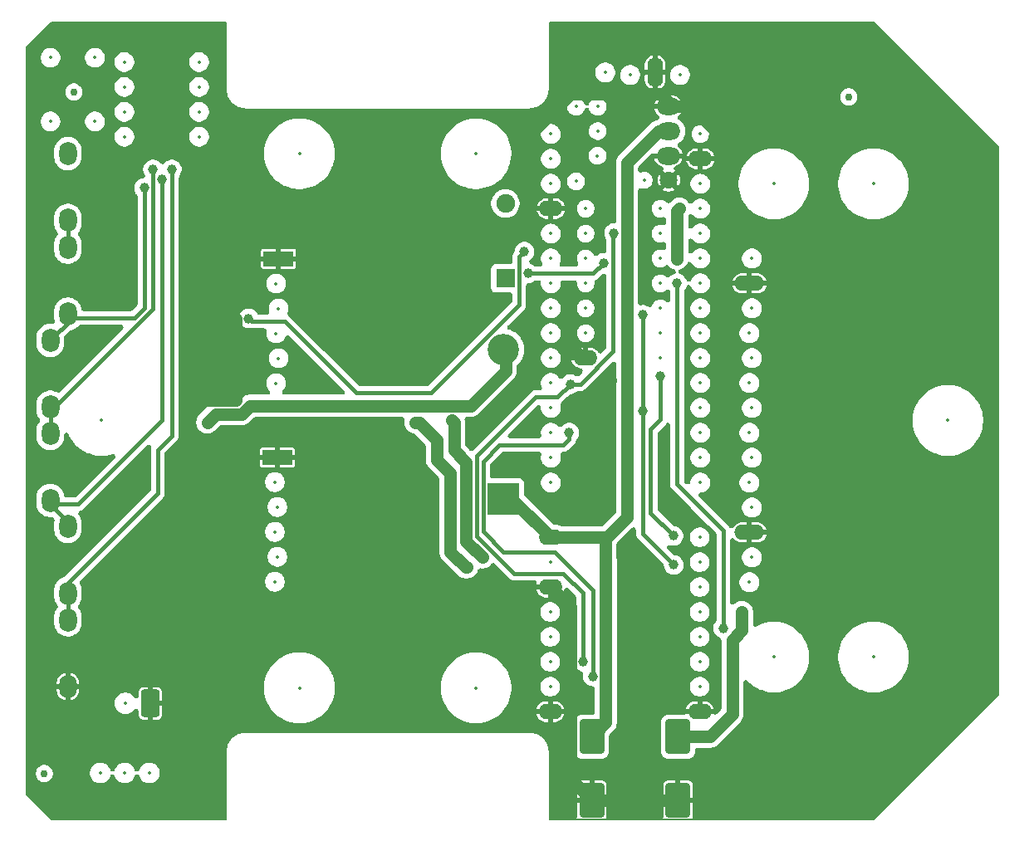
<source format=gbr>
G04 #@! TF.GenerationSoftware,KiCad,Pcbnew,9.0.1*
G04 #@! TF.CreationDate,2025-07-23T10:36:57+02:00*
G04 #@! TF.ProjectId,mainboard,6d61696e-626f-4617-9264-2e6b69636164,rev?*
G04 #@! TF.SameCoordinates,Original*
G04 #@! TF.FileFunction,Copper,L1,Top*
G04 #@! TF.FilePolarity,Positive*
%FSLAX46Y46*%
G04 Gerber Fmt 4.6, Leading zero omitted, Abs format (unit mm)*
G04 Created by KiCad (PCBNEW 9.0.1) date 2025-07-23 10:36:57*
%MOMM*%
%LPD*%
G01*
G04 APERTURE LIST*
G04 Aperture macros list*
%AMRoundRect*
0 Rectangle with rounded corners*
0 $1 Rounding radius*
0 $2 $3 $4 $5 $6 $7 $8 $9 X,Y pos of 4 corners*
0 Add a 4 corners polygon primitive as box body*
4,1,4,$2,$3,$4,$5,$6,$7,$8,$9,$2,$3,0*
0 Add four circle primitives for the rounded corners*
1,1,$1+$1,$2,$3*
1,1,$1+$1,$4,$5*
1,1,$1+$1,$6,$7*
1,1,$1+$1,$8,$9*
0 Add four rect primitives between the rounded corners*
20,1,$1+$1,$2,$3,$4,$5,0*
20,1,$1+$1,$4,$5,$6,$7,0*
20,1,$1+$1,$6,$7,$8,$9,0*
20,1,$1+$1,$8,$9,$2,$3,0*%
G04 Aperture macros list end*
G04 #@! TA.AperFunction,Profile*
%ADD10C,0.200000*%
G04 #@! TD*
%ADD11C,0.350000*%
G04 #@! TA.AperFunction,SMDPad,CuDef*
%ADD12RoundRect,0.250000X-1.000000X1.500000X-1.000000X-1.500000X1.000000X-1.500000X1.000000X1.500000X0*%
G04 #@! TD*
G04 #@! TA.AperFunction,ComponentPad*
%ADD13O,2.400000X1.600000*%
G04 #@! TD*
G04 #@! TA.AperFunction,SMDPad,CuDef*
%ADD14C,0.750000*%
G04 #@! TD*
G04 #@! TA.AperFunction,ComponentPad*
%ADD15O,1.800000X2.400000*%
G04 #@! TD*
G04 #@! TA.AperFunction,ComponentPad*
%ADD16O,2.400000X1.800000*%
G04 #@! TD*
G04 #@! TA.AperFunction,ComponentPad*
%ADD17O,1.600000X3.048000*%
G04 #@! TD*
G04 #@! TA.AperFunction,ComponentPad*
%ADD18C,1.800000*%
G04 #@! TD*
G04 #@! TA.AperFunction,ComponentPad*
%ADD19R,1.900000X1.900000*%
G04 #@! TD*
G04 #@! TA.AperFunction,ComponentPad*
%ADD20C,1.900000*%
G04 #@! TD*
G04 #@! TA.AperFunction,ComponentPad*
%ADD21R,3.048000X1.524000*%
G04 #@! TD*
G04 #@! TA.AperFunction,ComponentPad*
%ADD22R,3.200000X3.200000*%
G04 #@! TD*
G04 #@! TA.AperFunction,ComponentPad*
%ADD23O,3.200000X3.200000*%
G04 #@! TD*
G04 #@! TA.AperFunction,ComponentPad*
%ADD24O,3.048000X1.524000*%
G04 #@! TD*
G04 #@! TA.AperFunction,ComponentPad*
%ADD25RoundRect,0.272988X0.677012X1.127012X-0.677012X1.127012X-0.677012X-1.127012X0.677012X-1.127012X0*%
G04 #@! TD*
G04 #@! TA.AperFunction,ViaPad*
%ADD26C,1.000000*%
G04 #@! TD*
G04 #@! TA.AperFunction,ViaPad*
%ADD27C,0.800000*%
G04 #@! TD*
G04 #@! TA.AperFunction,Conductor*
%ADD28C,1.250000*%
G04 #@! TD*
G04 #@! TA.AperFunction,Conductor*
%ADD29C,0.400000*%
G04 #@! TD*
G04 APERTURE END LIST*
D10*
X88480000Y-138760000D02*
G75*
G02*
X90480000Y-136760000I2000000J0D01*
G01*
X167220000Y-132950000D02*
X167220000Y-77070000D01*
X88480000Y-64370000D02*
X70700000Y-64370000D01*
X88480000Y-145650000D02*
X88480000Y-138760000D01*
X68160000Y-66910000D02*
X68160000Y-143110000D01*
X121500000Y-71260000D02*
G75*
G02*
X119500000Y-73260000I-2000000J0D01*
G01*
X121500000Y-138760000D02*
X121500000Y-145650000D01*
X70700000Y-64370000D02*
X68160000Y-66910000D01*
X119500000Y-136760000D02*
G75*
G02*
X121500000Y-138760000I0J-2000000D01*
G01*
X167220000Y-77070000D02*
X154520000Y-64370000D01*
X90480000Y-73260000D02*
G75*
G02*
X88480000Y-71260000I0J2000000D01*
G01*
X121500000Y-145650000D02*
X154520000Y-145650000D01*
X70700000Y-145650000D02*
X88480000Y-145650000D01*
X119500000Y-73260000D02*
X90480000Y-73260000D01*
X121500000Y-64370000D02*
X121500000Y-71260000D01*
X88480000Y-71260000D02*
X88480000Y-64370000D01*
X154520000Y-145650000D02*
X167220000Y-132950000D01*
X90480000Y-136760000D02*
X119500000Y-136760000D01*
X68160000Y-143110000D02*
X70700000Y-145650000D01*
X154520000Y-64370000D02*
X121500000Y-64370000D01*
D11*
X75700000Y-140944724D03*
X78200000Y-140944724D03*
X80700000Y-140944724D03*
X124200000Y-73000000D03*
X124200000Y-80620000D03*
X78150000Y-68450000D03*
X78150000Y-70990000D03*
X78150000Y-73530000D03*
X78150000Y-76070000D03*
X85770000Y-76070000D03*
X85770000Y-73530000D03*
X85770000Y-70990000D03*
X85770000Y-68450000D03*
X125175000Y-83400000D03*
X125175000Y-85940000D03*
X125175000Y-88480000D03*
X125175000Y-91020000D03*
X125175000Y-93560000D03*
X125175000Y-96100000D03*
X125175000Y-98640000D03*
X132795000Y-98640000D03*
X132795000Y-96100000D03*
X132795000Y-93560000D03*
X132795000Y-91020000D03*
X132795000Y-88480000D03*
X132795000Y-85940000D03*
X132795000Y-83400000D03*
X70628800Y-74502400D03*
X70628800Y-68000000D03*
X75150000Y-74502400D03*
X75150000Y-68000000D03*
X70600000Y-113550000D03*
X70600000Y-105930000D03*
X154530000Y-80870000D03*
X72400000Y-94550000D03*
X72400000Y-86930000D03*
X75800000Y-105000000D03*
X72400000Y-85000000D03*
X72400000Y-77380000D03*
X154530000Y-129130000D03*
X134000000Y-78000000D03*
X126380000Y-78000000D03*
X121630000Y-75780000D03*
X121630000Y-78320000D03*
X121630000Y-80860000D03*
X121630000Y-83400000D03*
X121630000Y-85940000D03*
X121630000Y-88480000D03*
X121630000Y-91020000D03*
X121630000Y-93560000D03*
X121630000Y-96100000D03*
X121630000Y-98640000D03*
X121630000Y-101180000D03*
X121630000Y-103720000D03*
X121630000Y-106260000D03*
X121630000Y-108800000D03*
X121630000Y-111340000D03*
X136870000Y-111340000D03*
X136870000Y-108800000D03*
X136870000Y-106260000D03*
X136870000Y-103720000D03*
X136870000Y-101180000D03*
X136870000Y-98640000D03*
X136870000Y-96100000D03*
X136870000Y-93560000D03*
X136870000Y-91020000D03*
X136870000Y-88480000D03*
X136870000Y-85940000D03*
X136870000Y-83400000D03*
X136870000Y-80860000D03*
X136870000Y-78320000D03*
X136870000Y-75780000D03*
X134810000Y-69750000D03*
X132270000Y-69496000D03*
X129730000Y-69750000D03*
X127190000Y-69496000D03*
X131150000Y-80500000D03*
X133650000Y-80500000D03*
X162100000Y-105000000D03*
X96000000Y-132275000D03*
X114000000Y-132275000D03*
X114000000Y-77800000D03*
X96000000Y-77800000D03*
X144370000Y-129130000D03*
X117000000Y-90500000D03*
X117000000Y-82880000D03*
X93877000Y-88500000D03*
X93623000Y-91040000D03*
X93877000Y-93580000D03*
X93623000Y-96120000D03*
X93877000Y-98660000D03*
X93623000Y-101200000D03*
X144370000Y-80870000D03*
X116800000Y-113000000D03*
X116800000Y-97760000D03*
X141877000Y-121500000D03*
X142131000Y-118960000D03*
X141877000Y-116420000D03*
X142131000Y-113880000D03*
X141877000Y-111340000D03*
X142131000Y-108800000D03*
X141877000Y-106260000D03*
X142131000Y-103720000D03*
X141877000Y-101180000D03*
X142131000Y-98640000D03*
X141877000Y-96100000D03*
X142131000Y-93560000D03*
X141877000Y-91020000D03*
X142131000Y-88480000D03*
X70600000Y-104050000D03*
X70600000Y-96430000D03*
X126400000Y-73000000D03*
X134020000Y-73000000D03*
X72400000Y-132550000D03*
X72400000Y-124930000D03*
X93750000Y-108750000D03*
X93496000Y-111290000D03*
X93750000Y-113830000D03*
X93496000Y-116370000D03*
X93750000Y-118910000D03*
X93496000Y-121450000D03*
X121580000Y-116910000D03*
X121580000Y-119450000D03*
X121580000Y-121990000D03*
X121580000Y-124530000D03*
X121580000Y-127070000D03*
X121580000Y-129610000D03*
X121580000Y-132150000D03*
X121580000Y-134690000D03*
X136820000Y-134690000D03*
X136820000Y-132150000D03*
X136820000Y-129610000D03*
X136820000Y-127070000D03*
X136820000Y-124530000D03*
X136820000Y-121990000D03*
X136820000Y-119450000D03*
X136820000Y-116910000D03*
X72400000Y-115400000D03*
X72400000Y-123020000D03*
X126400000Y-75500000D03*
X134020000Y-75500000D03*
X80800000Y-133850000D03*
X78260000Y-133850000D03*
D12*
X125800000Y-143750000D03*
X125800000Y-137250000D03*
X134600000Y-143750000D03*
X134600000Y-137250000D03*
D13*
X125175000Y-98640000D03*
D14*
X152000000Y-72000000D03*
D15*
X70600000Y-113150000D03*
X70600000Y-106330000D03*
X72400000Y-94150000D03*
X72400000Y-87330000D03*
D14*
X73000000Y-71500000D03*
D15*
X72400000Y-84600000D03*
X72400000Y-77780000D03*
D16*
X133600000Y-78000000D03*
D14*
X70000000Y-141000000D03*
D13*
X121630000Y-83400000D03*
X136870000Y-78320000D03*
D17*
X132270000Y-69496000D03*
D18*
X133650000Y-80500000D03*
D19*
X117000000Y-90500000D03*
D20*
X117000000Y-82880000D03*
D21*
X93877000Y-88500000D03*
D22*
X116800000Y-113000000D03*
D23*
X116800000Y-97760000D03*
D24*
X141877000Y-116420000D03*
X141877000Y-91020000D03*
D15*
X70600000Y-103650000D03*
X70600000Y-96830000D03*
D16*
X133620000Y-73000000D03*
D15*
X72400000Y-132150000D03*
X72400000Y-125330000D03*
D21*
X93750000Y-108750000D03*
D13*
X121580000Y-116910000D03*
X121580000Y-121990000D03*
X121580000Y-134690000D03*
X136820000Y-134690000D03*
D15*
X72400000Y-115800000D03*
X72400000Y-122620000D03*
D16*
X133620000Y-75500000D03*
D25*
X80800000Y-133850000D03*
D26*
X141100000Y-124530000D03*
X123600000Y-134700000D03*
X134750000Y-83400000D03*
X134500000Y-88500000D03*
X89500000Y-102900000D03*
D27*
X131100000Y-120900000D03*
D26*
X89500000Y-94600000D03*
X125200000Y-114600000D03*
X119100000Y-83400000D03*
X139300000Y-89700000D03*
X85800000Y-102900000D03*
X127700000Y-100900000D03*
X118938354Y-87788853D03*
X90825000Y-94600000D03*
X134135000Y-116765000D03*
X132800000Y-100500000D03*
X134165000Y-119735000D03*
X131000000Y-104000000D03*
X131000000Y-94225000D03*
X134500000Y-91020000D03*
X139200000Y-126200000D03*
X128075000Y-85900000D03*
X124931000Y-129600000D03*
X123600000Y-101300000D03*
X114660757Y-118960757D03*
X111500000Y-105000000D03*
X107800000Y-105200000D03*
X113085804Y-119985804D03*
X119300000Y-90000000D03*
X127003343Y-88938082D03*
X86600499Y-105199501D03*
X80166912Y-81300000D03*
X81066912Y-79400000D03*
X125900000Y-131100000D03*
X123500000Y-106260000D03*
X82000000Y-80400000D03*
X83000000Y-79400000D03*
D28*
X116800000Y-113000000D02*
X117670000Y-113000000D01*
X117670000Y-113000000D02*
X121580000Y-116910000D01*
D29*
X139200000Y-116200000D02*
X134500000Y-111500000D01*
X139200000Y-116200000D02*
X139200000Y-126200000D01*
D28*
X125800000Y-137250000D02*
X127227651Y-135822349D01*
X127227651Y-135822349D02*
X127227651Y-119227651D01*
X127227651Y-119227651D02*
X127200000Y-119200000D01*
X127200000Y-119200000D02*
X127200000Y-116950000D01*
X123600000Y-134700000D02*
X123600000Y-124010000D01*
X123600000Y-124010000D02*
X121580000Y-121990000D01*
X141100000Y-124530000D02*
X141100000Y-126423533D01*
X137850000Y-137250000D02*
X134600000Y-137250000D01*
X141100000Y-126423533D02*
X140144000Y-127379533D01*
X140144000Y-127379533D02*
X140144000Y-134956000D01*
X140144000Y-134956000D02*
X137850000Y-137250000D01*
D29*
X125900000Y-131100000D02*
X125900000Y-122300000D01*
X125900000Y-122300000D02*
X122000000Y-118400000D01*
X114709638Y-116309638D02*
X114709638Y-109190362D01*
X122900000Y-107500000D02*
X123500000Y-106900000D01*
X122000000Y-118400000D02*
X116800000Y-118400000D01*
X116800000Y-118400000D02*
X114709638Y-116309638D01*
X114709638Y-109190362D02*
X116400000Y-107500000D01*
X116400000Y-107500000D02*
X122900000Y-107500000D01*
X123500000Y-106900000D02*
X123500000Y-106260000D01*
X124931000Y-129600000D02*
X124900000Y-129569000D01*
X124900000Y-129569000D02*
X124900000Y-122600000D01*
X124900000Y-122600000D02*
X122900000Y-120600000D01*
X122300000Y-102600000D02*
X123600000Y-101300000D01*
X122900000Y-120600000D02*
X117900000Y-120600000D01*
X114100000Y-108600000D02*
X120100000Y-102600000D01*
X117900000Y-120600000D02*
X114100000Y-116800000D01*
X114100000Y-116800000D02*
X114100000Y-108600000D01*
X120100000Y-102600000D02*
X122300000Y-102600000D01*
D28*
X125800000Y-143750000D02*
X134600000Y-143750000D01*
X123600000Y-141550000D02*
X125800000Y-143750000D01*
X123600000Y-134700000D02*
X123600000Y-141550000D01*
X134500000Y-83650000D02*
X134750000Y-83400000D01*
X134500000Y-88500000D02*
X134500000Y-83650000D01*
X127700000Y-100900000D02*
X125200000Y-103400000D01*
X124840000Y-98640000D02*
X123700000Y-97500000D01*
X139300000Y-89700000D02*
X139300000Y-76405462D01*
X134020000Y-73000000D02*
X135894537Y-73000000D01*
X125200000Y-103400000D02*
X125200000Y-114600000D01*
X85800000Y-102900000D02*
X89500000Y-102900000D01*
X89500000Y-94600000D02*
X89500000Y-97700000D01*
X125175000Y-98640000D02*
X124840000Y-98640000D01*
X135894537Y-73000000D02*
X138097269Y-75202731D01*
X132744000Y-71724000D02*
X134020000Y-73000000D01*
X123671463Y-71724000D02*
X132744000Y-71724000D01*
X89500000Y-97700000D02*
X89500000Y-102900000D01*
X133379067Y-73000000D02*
X134020000Y-73000000D01*
X119100000Y-76295463D02*
X123671463Y-71724000D01*
X139300000Y-76405462D02*
X138097269Y-75202731D01*
X119100000Y-83400000D02*
X119100000Y-76295463D01*
X129400000Y-100900000D02*
X129400000Y-78700000D01*
X129400000Y-114850000D02*
X129400000Y-99100000D01*
X132600000Y-75500000D02*
X134020000Y-75500000D01*
X116800000Y-113000000D02*
X117000000Y-113200000D01*
X127350000Y-116900000D02*
X129400000Y-114850000D01*
X129400000Y-78700000D02*
X132600000Y-75500000D01*
X121580000Y-116910000D02*
X127240000Y-116910000D01*
D29*
X94500000Y-94900000D02*
X91125000Y-94900000D01*
X109400000Y-102200000D02*
X101800000Y-102200000D01*
X118938354Y-87788853D02*
X118400000Y-88327207D01*
X91125000Y-94900000D02*
X90825000Y-94600000D01*
X118400000Y-88327207D02*
X118400000Y-93200000D01*
X118400000Y-93200000D02*
X109400000Y-102200000D01*
X101800000Y-102200000D02*
X94500000Y-94900000D01*
X131801000Y-114431000D02*
X134135000Y-116765000D01*
X131801000Y-105914259D02*
X131801000Y-114431000D01*
X132800000Y-100500000D02*
X132800000Y-104915259D01*
X132800000Y-104915259D02*
X131801000Y-105914259D01*
X131000000Y-104000000D02*
X131000000Y-116570000D01*
X131000000Y-94225000D02*
X130900000Y-94125000D01*
X131000000Y-116570000D02*
X134165000Y-119735000D01*
X131000000Y-104000000D02*
X131000000Y-94225000D01*
X134500000Y-111500000D02*
X134500000Y-91020000D01*
X127974500Y-86374500D02*
X127974500Y-97938970D01*
X128075000Y-86274000D02*
X127974500Y-86374500D01*
X124613470Y-101300000D02*
X123600000Y-101300000D01*
X127974500Y-97938970D02*
X124613470Y-101300000D01*
X128075000Y-85900000D02*
X128075000Y-86274000D01*
D28*
X113000000Y-117300000D02*
X113000000Y-109250000D01*
X111750000Y-105250000D02*
X111500000Y-105000000D01*
X114660757Y-118960757D02*
X113000000Y-117300000D01*
X113000000Y-109250000D02*
X111750000Y-108000000D01*
X111750000Y-108000000D02*
X111750000Y-105250000D01*
X110000000Y-107000000D02*
X110000000Y-109000000D01*
X112985804Y-119985804D02*
X113085804Y-119985804D01*
X108200000Y-105200000D02*
X110000000Y-107000000D01*
X111400000Y-110400000D02*
X111400000Y-118400000D01*
X111400000Y-118400000D02*
X112985804Y-119985804D01*
X107800000Y-105200000D02*
X108200000Y-105200000D01*
X110000000Y-109000000D02*
X111400000Y-110400000D01*
D29*
X127003343Y-88938082D02*
X125941425Y-90000000D01*
X72400000Y-86930000D02*
X72400000Y-85000000D01*
X125941425Y-90000000D02*
X119300000Y-90000000D01*
D28*
X113500000Y-103500000D02*
X90951000Y-103500000D01*
X90951000Y-103501024D02*
X90101024Y-104351000D01*
X116800000Y-97760000D02*
X117000000Y-97960000D01*
X87449000Y-104351000D02*
X86600499Y-105199501D01*
X90101024Y-104351000D02*
X87449000Y-104351000D01*
X117000000Y-97960000D02*
X117000000Y-100000000D01*
X90951000Y-103500000D02*
X90951000Y-103501024D01*
X117000000Y-100000000D02*
X113500000Y-103500000D01*
D29*
X80199501Y-93500499D02*
X80199501Y-81332589D01*
X70600000Y-96430000D02*
X71000000Y-96430000D01*
X72400000Y-94550000D02*
X79150000Y-94550000D01*
X79150000Y-94550000D02*
X80199501Y-93500499D01*
X80199501Y-81332589D02*
X80166912Y-81300000D01*
X71000000Y-96430000D02*
X72400000Y-95030000D01*
X81066912Y-79400000D02*
X81066912Y-93583088D01*
X70600000Y-105930000D02*
X70600000Y-104050000D01*
X81066912Y-93583088D02*
X70600000Y-104050000D01*
X73450000Y-113550000D02*
X70600000Y-113550000D01*
X82000000Y-105000000D02*
X73450000Y-113550000D01*
X72400000Y-115400000D02*
X70600000Y-113600000D01*
X70600000Y-113600000D02*
X70600000Y-113550000D01*
X82000000Y-80400000D02*
X82000000Y-105000000D01*
X72400000Y-121600000D02*
X72400000Y-122060000D01*
X72400000Y-124930000D02*
X72400000Y-123020000D01*
X83000000Y-79400000D02*
X83000000Y-106548004D01*
X83000000Y-106548004D02*
X81548004Y-108000000D01*
X81548004Y-108000000D02*
X81548004Y-112451996D01*
X81548004Y-112451996D02*
X72400000Y-121600000D01*
G04 #@! TA.AperFunction,Conductor*
G36*
X128120788Y-99000720D02*
G01*
X128201570Y-99054696D01*
X128255546Y-99135478D01*
X128274500Y-99230766D01*
X128274500Y-114280662D01*
X128255546Y-114375950D01*
X128201570Y-114456732D01*
X126946733Y-115711570D01*
X126865951Y-115765546D01*
X126770663Y-115784500D01*
X122695458Y-115784500D01*
X122600170Y-115765546D01*
X122582422Y-115757364D01*
X122479219Y-115704780D01*
X122479216Y-115704779D01*
X122479214Y-115704778D01*
X122284531Y-115641522D01*
X122082361Y-115609500D01*
X122082352Y-115609500D01*
X121974337Y-115609500D01*
X121879049Y-115590546D01*
X121798267Y-115536570D01*
X118973429Y-112711732D01*
X118919453Y-112630950D01*
X118900499Y-112535662D01*
X118900499Y-111352134D01*
X118900499Y-111352128D01*
X118894091Y-111292517D01*
X118875046Y-111241454D01*
X120629500Y-111241454D01*
X120629500Y-111438545D01*
X120667947Y-111631830D01*
X120667949Y-111631835D01*
X120743365Y-111813908D01*
X120743366Y-111813911D01*
X120743368Y-111813914D01*
X120798490Y-111896410D01*
X120826035Y-111937635D01*
X120852861Y-111977782D01*
X120992218Y-112117139D01*
X121156086Y-112226632D01*
X121338165Y-112302051D01*
X121338167Y-112302051D01*
X121338169Y-112302052D01*
X121526453Y-112339504D01*
X121531459Y-112340500D01*
X121728541Y-112340500D01*
X121921835Y-112302051D01*
X122103914Y-112226632D01*
X122267782Y-112117139D01*
X122407139Y-111977782D01*
X122516632Y-111813914D01*
X122592051Y-111631835D01*
X122630500Y-111438541D01*
X122630500Y-111241459D01*
X122592051Y-111048165D01*
X122516632Y-110866086D01*
X122407139Y-110702218D01*
X122267782Y-110562861D01*
X122258482Y-110556647D01*
X122103915Y-110453369D01*
X122103914Y-110453368D01*
X122103911Y-110453366D01*
X122103908Y-110453365D01*
X121921835Y-110377949D01*
X121921830Y-110377947D01*
X121728545Y-110339500D01*
X121728541Y-110339500D01*
X121531459Y-110339500D01*
X121531454Y-110339500D01*
X121338169Y-110377947D01*
X121338164Y-110377949D01*
X121156091Y-110453365D01*
X121156084Y-110453369D01*
X120992221Y-110562858D01*
X120852858Y-110702221D01*
X120743369Y-110866084D01*
X120743365Y-110866091D01*
X120667949Y-111048164D01*
X120667947Y-111048169D01*
X120629500Y-111241454D01*
X118875046Y-111241454D01*
X118843796Y-111157669D01*
X118757546Y-111042454D01*
X118642331Y-110956204D01*
X118562117Y-110926286D01*
X118507481Y-110905908D01*
X118447876Y-110899500D01*
X118447873Y-110899500D01*
X115659138Y-110899500D01*
X115563850Y-110880546D01*
X115483068Y-110826570D01*
X115429092Y-110745788D01*
X115410138Y-110650500D01*
X115410138Y-109583659D01*
X115429092Y-109488371D01*
X115483068Y-109407589D01*
X116617227Y-108273430D01*
X116698009Y-108219454D01*
X116793297Y-108200500D01*
X120425740Y-108200500D01*
X120521028Y-108219454D01*
X120601810Y-108273430D01*
X120655786Y-108354212D01*
X120674740Y-108449500D01*
X120669955Y-108498078D01*
X120629500Y-108701454D01*
X120629500Y-108898545D01*
X120667947Y-109091830D01*
X120667949Y-109091835D01*
X120743365Y-109273908D01*
X120743366Y-109273911D01*
X120743368Y-109273914D01*
X120798490Y-109356410D01*
X120849025Y-109432042D01*
X120852861Y-109437782D01*
X120992218Y-109577139D01*
X121156086Y-109686632D01*
X121338165Y-109762051D01*
X121338167Y-109762051D01*
X121338169Y-109762052D01*
X121526453Y-109799504D01*
X121531459Y-109800500D01*
X121728541Y-109800500D01*
X121921835Y-109762051D01*
X122103914Y-109686632D01*
X122267782Y-109577139D01*
X122407139Y-109437782D01*
X122516632Y-109273914D01*
X122592051Y-109091835D01*
X122630500Y-108898541D01*
X122630500Y-108701459D01*
X122607747Y-108587072D01*
X122590045Y-108498078D01*
X122590044Y-108400923D01*
X122627224Y-108311163D01*
X122695923Y-108242464D01*
X122785682Y-108205285D01*
X122834260Y-108200500D01*
X122968994Y-108200500D01*
X123036661Y-108187040D01*
X123104324Y-108173581D01*
X123104325Y-108173580D01*
X123104328Y-108173580D01*
X123231811Y-108120775D01*
X123346543Y-108044114D01*
X124044114Y-107346543D01*
X124120775Y-107231811D01*
X124173580Y-107104329D01*
X124184416Y-107049849D01*
X124221594Y-106960093D01*
X124252563Y-106922356D01*
X124277139Y-106897782D01*
X124386632Y-106733914D01*
X124462051Y-106551835D01*
X124500500Y-106358541D01*
X124500500Y-106161459D01*
X124479917Y-106057982D01*
X124462052Y-105968169D01*
X124462051Y-105968167D01*
X124462051Y-105968165D01*
X124386632Y-105786086D01*
X124277139Y-105622218D01*
X124137782Y-105482861D01*
X124128482Y-105476647D01*
X123982612Y-105379180D01*
X123973914Y-105373368D01*
X123973911Y-105373366D01*
X123973908Y-105373365D01*
X123791835Y-105297949D01*
X123791830Y-105297947D01*
X123598545Y-105259500D01*
X123598541Y-105259500D01*
X123401459Y-105259500D01*
X123401454Y-105259500D01*
X123208169Y-105297947D01*
X123208164Y-105297949D01*
X123026091Y-105373365D01*
X123026084Y-105373369D01*
X122862221Y-105482858D01*
X122862218Y-105482860D01*
X122862218Y-105482861D01*
X122741066Y-105604012D01*
X122660288Y-105657986D01*
X122565000Y-105676940D01*
X122469712Y-105657986D01*
X122388933Y-105604012D01*
X122267782Y-105482861D01*
X122258482Y-105476647D01*
X122112612Y-105379180D01*
X122103914Y-105373368D01*
X122103911Y-105373366D01*
X122103908Y-105373365D01*
X121921835Y-105297949D01*
X121921830Y-105297947D01*
X121728545Y-105259500D01*
X121728541Y-105259500D01*
X121531459Y-105259500D01*
X121531454Y-105259500D01*
X121338169Y-105297947D01*
X121338164Y-105297949D01*
X121156091Y-105373365D01*
X121156084Y-105373369D01*
X120992221Y-105482858D01*
X120852858Y-105622221D01*
X120743369Y-105786084D01*
X120743365Y-105786091D01*
X120667949Y-105968164D01*
X120667947Y-105968169D01*
X120629500Y-106161454D01*
X120629500Y-106358545D01*
X120658020Y-106501922D01*
X120658021Y-106599077D01*
X120620841Y-106688837D01*
X120552142Y-106757536D01*
X120462383Y-106794715D01*
X120413805Y-106799500D01*
X117492297Y-106799500D01*
X117397009Y-106780546D01*
X117316227Y-106726570D01*
X117262251Y-106645788D01*
X117243297Y-106550500D01*
X117262251Y-106455212D01*
X117316227Y-106374430D01*
X120204430Y-103486226D01*
X120285212Y-103432250D01*
X120380500Y-103413296D01*
X120475788Y-103432250D01*
X120556570Y-103486226D01*
X120610546Y-103567008D01*
X120629500Y-103662296D01*
X120629500Y-103818545D01*
X120667947Y-104011830D01*
X120667949Y-104011835D01*
X120743365Y-104193908D01*
X120743366Y-104193911D01*
X120743368Y-104193914D01*
X120852861Y-104357782D01*
X120992218Y-104497139D01*
X121156086Y-104606632D01*
X121338165Y-104682051D01*
X121338167Y-104682051D01*
X121338169Y-104682052D01*
X121438409Y-104701991D01*
X121531459Y-104720500D01*
X121728541Y-104720500D01*
X121921835Y-104682051D01*
X122103914Y-104606632D01*
X122267782Y-104497139D01*
X122407139Y-104357782D01*
X122516632Y-104193914D01*
X122592051Y-104011835D01*
X122630500Y-103818541D01*
X122630500Y-103621459D01*
X122592760Y-103431734D01*
X122592760Y-103334581D01*
X122629939Y-103244821D01*
X122698635Y-103176124D01*
X122742601Y-103146748D01*
X122746539Y-103144117D01*
X122746539Y-103144116D01*
X122746543Y-103144114D01*
X123311521Y-102579136D01*
X123517228Y-102373430D01*
X123598009Y-102319454D01*
X123686384Y-102301875D01*
X123686367Y-102301699D01*
X123688154Y-102301522D01*
X123693297Y-102300500D01*
X123698541Y-102300500D01*
X123891835Y-102262051D01*
X124073914Y-102186632D01*
X124237782Y-102077139D01*
X124241493Y-102073427D01*
X124245854Y-102070513D01*
X124247236Y-102069380D01*
X124247347Y-102069516D01*
X124322272Y-102019454D01*
X124417560Y-102000500D01*
X124682464Y-102000500D01*
X124750131Y-101987040D01*
X124817794Y-101973581D01*
X124817795Y-101973580D01*
X124817798Y-101973580D01*
X124945281Y-101920775D01*
X125060013Y-101844114D01*
X127849433Y-99054693D01*
X127930212Y-99000720D01*
X128025500Y-98981766D01*
X128120788Y-99000720D01*
G37*
G04 #@! TD.AperFunction*
G04 #@! TA.AperFunction,Conductor*
G36*
X127120288Y-90029175D02*
G01*
X127201070Y-90083151D01*
X127255046Y-90163933D01*
X127274000Y-90259221D01*
X127274000Y-97545673D01*
X127255046Y-97640961D01*
X127201070Y-97721743D01*
X127201069Y-97721743D01*
X126832942Y-98089869D01*
X126752161Y-98143845D01*
X126656873Y-98162799D01*
X126561585Y-98143845D01*
X126480803Y-98089868D01*
X126449837Y-98052136D01*
X126393697Y-97968117D01*
X126246882Y-97821302D01*
X126074256Y-97705957D01*
X126074251Y-97705954D01*
X125882443Y-97626504D01*
X125678807Y-97586000D01*
X125429001Y-97586000D01*
X125429000Y-97586001D01*
X125429000Y-98328314D01*
X125420606Y-98319920D01*
X125329394Y-98267259D01*
X125227661Y-98240000D01*
X125122339Y-98240000D01*
X125020606Y-98267259D01*
X124929394Y-98319920D01*
X124921000Y-98328314D01*
X124921000Y-97586001D01*
X124920999Y-97586000D01*
X124671193Y-97586000D01*
X124467556Y-97626504D01*
X124275748Y-97705954D01*
X124275743Y-97705957D01*
X124103117Y-97821302D01*
X123956302Y-97968117D01*
X123840957Y-98140743D01*
X123840954Y-98140748D01*
X123761504Y-98332557D01*
X123750874Y-98386000D01*
X124863314Y-98386000D01*
X124854920Y-98394394D01*
X124802259Y-98485606D01*
X124775000Y-98587339D01*
X124775000Y-98692661D01*
X124802259Y-98794394D01*
X124854920Y-98885606D01*
X124863314Y-98894000D01*
X123750874Y-98894000D01*
X123761504Y-98947442D01*
X123840954Y-99139251D01*
X123840957Y-99139256D01*
X123956302Y-99311882D01*
X124103117Y-99458697D01*
X124275743Y-99574042D01*
X124275748Y-99574045D01*
X124467557Y-99653495D01*
X124679400Y-99695632D01*
X124702059Y-99705017D01*
X124726112Y-99709802D01*
X124746501Y-99723425D01*
X124769160Y-99732811D01*
X124786501Y-99750152D01*
X124806894Y-99763778D01*
X124820519Y-99784170D01*
X124837859Y-99801510D01*
X124847243Y-99824166D01*
X124860870Y-99844560D01*
X124865654Y-99868613D01*
X124875039Y-99891269D01*
X124875039Y-99915793D01*
X124879824Y-99939848D01*
X124875039Y-99963900D01*
X124875040Y-99988424D01*
X124865654Y-100011083D01*
X124860870Y-100035136D01*
X124847246Y-100055525D01*
X124837861Y-100078184D01*
X124806894Y-100115918D01*
X124479492Y-100443320D01*
X124398710Y-100497296D01*
X124303422Y-100516250D01*
X124208134Y-100497296D01*
X124165086Y-100474286D01*
X124073920Y-100413371D01*
X124073908Y-100413365D01*
X123891835Y-100337949D01*
X123891830Y-100337947D01*
X123698545Y-100299500D01*
X123698541Y-100299500D01*
X123501459Y-100299500D01*
X123501454Y-100299500D01*
X123308169Y-100337947D01*
X123308164Y-100337949D01*
X123126091Y-100413365D01*
X123126084Y-100413369D01*
X122962219Y-100522860D01*
X122962216Y-100522862D01*
X122836260Y-100648818D01*
X122755478Y-100702794D01*
X122660190Y-100721748D01*
X122564902Y-100702794D01*
X122484121Y-100648817D01*
X122453156Y-100611086D01*
X122407142Y-100542222D01*
X122407141Y-100542221D01*
X122407139Y-100542218D01*
X122267782Y-100402861D01*
X122258482Y-100396647D01*
X122170631Y-100337947D01*
X122103914Y-100293368D01*
X122103911Y-100293366D01*
X122103908Y-100293365D01*
X121921835Y-100217949D01*
X121921830Y-100217947D01*
X121728545Y-100179500D01*
X121728541Y-100179500D01*
X121531459Y-100179500D01*
X121531454Y-100179500D01*
X121338169Y-100217947D01*
X121338164Y-100217949D01*
X121156091Y-100293365D01*
X121156084Y-100293369D01*
X120992221Y-100402858D01*
X120852858Y-100542221D01*
X120743369Y-100706084D01*
X120743365Y-100706091D01*
X120667949Y-100888164D01*
X120667947Y-100888169D01*
X120629500Y-101081454D01*
X120629500Y-101278545D01*
X120667947Y-101471830D01*
X120667949Y-101471835D01*
X120702485Y-101555213D01*
X120721439Y-101650501D01*
X120702485Y-101745789D01*
X120648508Y-101826570D01*
X120567726Y-101880546D01*
X120472439Y-101899500D01*
X120031007Y-101899500D01*
X119924051Y-101920774D01*
X119895674Y-101926418D01*
X119895671Y-101926419D01*
X119864538Y-101939315D01*
X119864526Y-101939320D01*
X119855543Y-101943042D01*
X119768189Y-101979225D01*
X119723039Y-102009394D01*
X119710790Y-102017578D01*
X119710787Y-102017580D01*
X119653460Y-102055884D01*
X113701590Y-108007752D01*
X113620808Y-108061728D01*
X113525520Y-108080682D01*
X113430232Y-108061728D01*
X113349450Y-108007752D01*
X112948430Y-107606732D01*
X112894454Y-107525950D01*
X112875500Y-107430662D01*
X112875500Y-105161423D01*
X112875499Y-105161412D01*
X112847787Y-104986451D01*
X112847785Y-104986442D01*
X112847082Y-104984277D01*
X112836414Y-104951443D01*
X112824996Y-104854961D01*
X112851369Y-104761454D01*
X112911518Y-104685157D01*
X112996285Y-104637686D01*
X113073228Y-104625500D01*
X113588576Y-104625500D01*
X113588579Y-104625500D01*
X113588582Y-104625499D01*
X113588588Y-104625499D01*
X113671244Y-104612406D01*
X113763556Y-104597786D01*
X113932042Y-104543042D01*
X114089890Y-104462614D01*
X114233214Y-104358483D01*
X114358483Y-104233214D01*
X117858483Y-100733214D01*
X117898445Y-100678211D01*
X117962614Y-100589890D01*
X118008670Y-100499500D01*
X118043042Y-100432043D01*
X118097786Y-100263556D01*
X118106559Y-100208165D01*
X118125500Y-100088579D01*
X118125500Y-99508195D01*
X118144454Y-99412907D01*
X118198427Y-99332128D01*
X118382628Y-99147928D01*
X118550249Y-98929479D01*
X118687923Y-98691021D01*
X118749876Y-98541454D01*
X120629500Y-98541454D01*
X120629500Y-98738545D01*
X120667947Y-98931830D01*
X120667949Y-98931835D01*
X120743365Y-99113908D01*
X120743366Y-99113911D01*
X120743368Y-99113914D01*
X120852861Y-99277782D01*
X120992218Y-99417139D01*
X121156086Y-99526632D01*
X121338165Y-99602051D01*
X121338167Y-99602051D01*
X121338169Y-99602052D01*
X121526453Y-99639504D01*
X121531459Y-99640500D01*
X121728541Y-99640500D01*
X121921835Y-99602051D01*
X122103914Y-99526632D01*
X122267782Y-99417139D01*
X122407139Y-99277782D01*
X122516632Y-99113914D01*
X122592051Y-98931835D01*
X122630500Y-98738541D01*
X122630500Y-98541459D01*
X122609646Y-98436622D01*
X122592052Y-98348169D01*
X122592051Y-98348167D01*
X122592051Y-98348165D01*
X122516632Y-98166086D01*
X122407139Y-98002218D01*
X122267782Y-97862861D01*
X122258482Y-97856647D01*
X122186410Y-97808490D01*
X122103914Y-97753368D01*
X122103911Y-97753366D01*
X122103908Y-97753365D01*
X121921835Y-97677949D01*
X121921830Y-97677947D01*
X121728545Y-97639500D01*
X121728541Y-97639500D01*
X121531459Y-97639500D01*
X121531454Y-97639500D01*
X121338169Y-97677947D01*
X121338164Y-97677949D01*
X121156091Y-97753365D01*
X121156084Y-97753369D01*
X120992221Y-97862858D01*
X120852858Y-98002221D01*
X120743369Y-98166084D01*
X120743365Y-98166091D01*
X120667949Y-98348164D01*
X120667947Y-98348169D01*
X120629500Y-98541454D01*
X118749876Y-98541454D01*
X118793295Y-98436632D01*
X118864560Y-98170666D01*
X118900500Y-97897674D01*
X118900500Y-97622326D01*
X118864560Y-97349334D01*
X118793295Y-97083368D01*
X118687923Y-96828979D01*
X118670882Y-96799464D01*
X118550254Y-96590530D01*
X118550249Y-96590521D01*
X118382628Y-96372072D01*
X118187928Y-96177372D01*
X117969479Y-96009751D01*
X117969469Y-96009745D01*
X117969469Y-96009744D01*
X117955110Y-96001454D01*
X120629500Y-96001454D01*
X120629500Y-96198545D01*
X120667947Y-96391830D01*
X120667949Y-96391835D01*
X120743365Y-96573908D01*
X120743366Y-96573911D01*
X120743368Y-96573914D01*
X120852861Y-96737782D01*
X120992218Y-96877139D01*
X121156086Y-96986632D01*
X121338165Y-97062051D01*
X121338167Y-97062051D01*
X121338169Y-97062052D01*
X121526453Y-97099504D01*
X121531459Y-97100500D01*
X121728541Y-97100500D01*
X121921835Y-97062051D01*
X122103914Y-96986632D01*
X122267782Y-96877139D01*
X122407139Y-96737782D01*
X122516632Y-96573914D01*
X122592051Y-96391835D01*
X122630500Y-96198541D01*
X122630500Y-96011304D01*
X124274500Y-96011304D01*
X124274500Y-96188695D01*
X124309104Y-96362659D01*
X124309105Y-96362661D01*
X124309106Y-96362666D01*
X124375640Y-96523295D01*
X124376988Y-96526549D01*
X124475533Y-96674031D01*
X124475536Y-96674035D01*
X124600965Y-96799464D01*
X124748453Y-96898013D01*
X124912334Y-96965894D01*
X125086309Y-97000500D01*
X125263691Y-97000500D01*
X125437666Y-96965894D01*
X125601547Y-96898013D01*
X125749035Y-96799464D01*
X125874464Y-96674035D01*
X125973013Y-96526547D01*
X126040894Y-96362666D01*
X126075500Y-96188691D01*
X126075500Y-96011309D01*
X126040894Y-95837334D01*
X125973013Y-95673453D01*
X125874464Y-95525965D01*
X125749035Y-95400536D01*
X125749031Y-95400533D01*
X125601549Y-95301988D01*
X125601547Y-95301987D01*
X125437666Y-95234106D01*
X125437661Y-95234105D01*
X125437659Y-95234104D01*
X125263695Y-95199500D01*
X125263691Y-95199500D01*
X125086309Y-95199500D01*
X125086304Y-95199500D01*
X124912340Y-95234104D01*
X124912336Y-95234105D01*
X124912334Y-95234106D01*
X124803080Y-95279360D01*
X124748450Y-95301988D01*
X124600968Y-95400533D01*
X124475533Y-95525968D01*
X124376988Y-95673450D01*
X124376987Y-95673453D01*
X124313568Y-95826563D01*
X124309104Y-95837340D01*
X124274500Y-96011304D01*
X122630500Y-96011304D01*
X122630500Y-96001459D01*
X122598228Y-95839220D01*
X122592052Y-95808169D01*
X122592051Y-95808167D01*
X122592051Y-95808165D01*
X122516632Y-95626086D01*
X122407139Y-95462218D01*
X122267782Y-95322861D01*
X122258482Y-95316647D01*
X122167131Y-95255608D01*
X122103914Y-95213368D01*
X122103911Y-95213366D01*
X122103908Y-95213365D01*
X121921835Y-95137949D01*
X121921830Y-95137947D01*
X121728545Y-95099500D01*
X121728541Y-95099500D01*
X121531459Y-95099500D01*
X121531454Y-95099500D01*
X121338169Y-95137947D01*
X121338164Y-95137949D01*
X121156091Y-95213365D01*
X121156084Y-95213369D01*
X120992221Y-95322858D01*
X120852858Y-95462221D01*
X120743369Y-95626084D01*
X120743365Y-95626091D01*
X120667949Y-95808164D01*
X120667947Y-95808169D01*
X120629500Y-96001454D01*
X117955110Y-96001454D01*
X117731029Y-95872081D01*
X117731025Y-95872079D01*
X117731021Y-95872077D01*
X117476632Y-95766705D01*
X117476633Y-95766705D01*
X117476630Y-95766704D01*
X117476622Y-95766702D01*
X117378463Y-95740400D01*
X117291328Y-95697429D01*
X117227269Y-95624384D01*
X117196040Y-95532385D01*
X117202395Y-95435438D01*
X117245366Y-95348303D01*
X117266825Y-95323831D01*
X118944114Y-93646543D01*
X119020775Y-93531811D01*
X119049918Y-93461454D01*
X120629500Y-93461454D01*
X120629500Y-93658545D01*
X120667947Y-93851830D01*
X120667949Y-93851835D01*
X120743365Y-94033908D01*
X120743366Y-94033911D01*
X120743368Y-94033914D01*
X120758896Y-94057153D01*
X120823812Y-94154308D01*
X120852861Y-94197782D01*
X120992218Y-94337139D01*
X121156086Y-94446632D01*
X121338165Y-94522051D01*
X121338167Y-94522051D01*
X121338169Y-94522052D01*
X121526453Y-94559504D01*
X121531459Y-94560500D01*
X121728541Y-94560500D01*
X121921835Y-94522051D01*
X122103914Y-94446632D01*
X122267782Y-94337139D01*
X122407139Y-94197782D01*
X122516632Y-94033914D01*
X122592051Y-93851835D01*
X122630500Y-93658541D01*
X122630500Y-93471304D01*
X124274500Y-93471304D01*
X124274500Y-93648695D01*
X124309104Y-93822659D01*
X124309105Y-93822661D01*
X124309106Y-93822666D01*
X124335439Y-93886239D01*
X124376988Y-93986549D01*
X124470228Y-94126091D01*
X124475536Y-94134035D01*
X124600965Y-94259464D01*
X124748453Y-94358013D01*
X124912334Y-94425894D01*
X125086309Y-94460500D01*
X125263691Y-94460500D01*
X125437666Y-94425894D01*
X125601547Y-94358013D01*
X125749035Y-94259464D01*
X125874464Y-94134035D01*
X125973013Y-93986547D01*
X126040894Y-93822666D01*
X126075500Y-93648691D01*
X126075500Y-93471309D01*
X126040894Y-93297334D01*
X125973013Y-93133453D01*
X125961336Y-93115978D01*
X125874466Y-92985968D01*
X125874464Y-92985965D01*
X125749035Y-92860536D01*
X125668469Y-92806703D01*
X125601549Y-92761988D01*
X125601547Y-92761987D01*
X125437666Y-92694106D01*
X125437661Y-92694105D01*
X125437659Y-92694104D01*
X125263695Y-92659500D01*
X125263691Y-92659500D01*
X125086309Y-92659500D01*
X125086304Y-92659500D01*
X124912340Y-92694104D01*
X124912336Y-92694105D01*
X124912334Y-92694106D01*
X124803080Y-92739360D01*
X124748450Y-92761988D01*
X124600968Y-92860533D01*
X124475533Y-92985968D01*
X124376988Y-93133450D01*
X124376988Y-93133451D01*
X124376987Y-93133453D01*
X124313230Y-93287379D01*
X124309104Y-93297340D01*
X124274500Y-93471304D01*
X122630500Y-93471304D01*
X122630500Y-93461459D01*
X122618101Y-93399127D01*
X122592052Y-93268169D01*
X122592051Y-93268167D01*
X122592051Y-93268165D01*
X122516632Y-93086086D01*
X122407139Y-92922218D01*
X122267782Y-92782861D01*
X122266131Y-92781758D01*
X122186410Y-92728490D01*
X122103914Y-92673368D01*
X122103911Y-92673366D01*
X122103908Y-92673365D01*
X121921835Y-92597949D01*
X121921830Y-92597947D01*
X121728545Y-92559500D01*
X121728541Y-92559500D01*
X121531459Y-92559500D01*
X121531454Y-92559500D01*
X121338169Y-92597947D01*
X121338164Y-92597949D01*
X121156091Y-92673365D01*
X121156084Y-92673369D01*
X120992221Y-92782858D01*
X120852858Y-92922221D01*
X120743369Y-93086084D01*
X120743365Y-93086091D01*
X120667949Y-93268164D01*
X120667947Y-93268169D01*
X120629500Y-93461454D01*
X119049918Y-93461454D01*
X119073580Y-93404328D01*
X119100500Y-93268994D01*
X119100500Y-93131006D01*
X119100500Y-91249500D01*
X119119454Y-91154212D01*
X119173430Y-91073430D01*
X119254212Y-91019454D01*
X119349500Y-91000500D01*
X119398541Y-91000500D01*
X119591835Y-90962051D01*
X119773914Y-90886632D01*
X119937782Y-90777139D01*
X119941493Y-90773427D01*
X119945854Y-90770513D01*
X119947236Y-90769380D01*
X119947347Y-90769516D01*
X120022272Y-90719454D01*
X120117560Y-90700500D01*
X120380500Y-90700500D01*
X120475788Y-90719454D01*
X120556570Y-90773430D01*
X120610546Y-90854212D01*
X120629500Y-90949500D01*
X120629500Y-91118545D01*
X120667947Y-91311830D01*
X120667949Y-91311835D01*
X120743365Y-91493908D01*
X120743366Y-91493911D01*
X120743368Y-91493914D01*
X120852861Y-91657782D01*
X120992218Y-91797139D01*
X121156086Y-91906632D01*
X121338165Y-91982051D01*
X121338167Y-91982051D01*
X121338169Y-91982052D01*
X121526453Y-92019504D01*
X121531459Y-92020500D01*
X121728541Y-92020500D01*
X121921835Y-91982051D01*
X122103914Y-91906632D01*
X122267782Y-91797139D01*
X122407139Y-91657782D01*
X122516632Y-91493914D01*
X122592051Y-91311835D01*
X122630500Y-91118541D01*
X122630500Y-90949500D01*
X122649454Y-90854212D01*
X122703430Y-90773430D01*
X122784212Y-90719454D01*
X122879500Y-90700500D01*
X124025500Y-90700500D01*
X124120788Y-90719454D01*
X124201570Y-90773430D01*
X124255546Y-90854212D01*
X124274500Y-90949500D01*
X124274500Y-91108695D01*
X124309104Y-91282659D01*
X124309105Y-91282661D01*
X124309106Y-91282666D01*
X124368684Y-91426502D01*
X124376988Y-91446549D01*
X124451113Y-91557484D01*
X124475536Y-91594035D01*
X124600965Y-91719464D01*
X124748453Y-91818013D01*
X124912334Y-91885894D01*
X125086309Y-91920500D01*
X125263691Y-91920500D01*
X125437666Y-91885894D01*
X125601547Y-91818013D01*
X125749035Y-91719464D01*
X125874464Y-91594035D01*
X125973013Y-91446547D01*
X126040894Y-91282666D01*
X126075500Y-91108691D01*
X126075500Y-90931309D01*
X126073351Y-90920510D01*
X126073349Y-90823357D01*
X126110527Y-90733596D01*
X126179224Y-90664896D01*
X126222270Y-90641885D01*
X126273236Y-90620775D01*
X126387968Y-90544114D01*
X126848933Y-90083148D01*
X126929712Y-90029175D01*
X127025000Y-90010221D01*
X127120288Y-90029175D01*
G37*
G04 #@! TD.AperFunction*
G04 #@! TA.AperFunction,Conductor*
G36*
X88325788Y-64389454D02*
G01*
X88406570Y-64443430D01*
X88460546Y-64524212D01*
X88479500Y-64619500D01*
X88479500Y-71391119D01*
X88513729Y-71651112D01*
X88581602Y-71904420D01*
X88596545Y-71940496D01*
X88601655Y-71952833D01*
X88603707Y-71959821D01*
X88612766Y-71979657D01*
X88614467Y-71983764D01*
X88681957Y-72146697D01*
X88709969Y-72195217D01*
X88715902Y-72205493D01*
X88722400Y-72219722D01*
X88739289Y-72246001D01*
X88742244Y-72251120D01*
X88742266Y-72251156D01*
X88813074Y-72373800D01*
X88858130Y-72432519D01*
X88864448Y-72440753D01*
X88876873Y-72460086D01*
X88897936Y-72484394D01*
X88966272Y-72573451D01*
X88972719Y-72581852D01*
X88972720Y-72581853D01*
X89038826Y-72647960D01*
X89038827Y-72647960D01*
X89045111Y-72654244D01*
X89063980Y-72676020D01*
X89085755Y-72694888D01*
X89092038Y-72701171D01*
X89092039Y-72701173D01*
X89158151Y-72767284D01*
X89158154Y-72767287D01*
X89249727Y-72837553D01*
X89249729Y-72837554D01*
X89255601Y-72842060D01*
X89279914Y-72863127D01*
X89299249Y-72875553D01*
X89366197Y-72926924D01*
X89493989Y-73000704D01*
X89520278Y-73017600D01*
X89534510Y-73024099D01*
X89593303Y-73058043D01*
X89738303Y-73118104D01*
X89756214Y-73125523D01*
X89756213Y-73125523D01*
X89757833Y-73126193D01*
X89760341Y-73127232D01*
X89780179Y-73136293D01*
X89787170Y-73138345D01*
X89835581Y-73158398D01*
X90088884Y-73226270D01*
X90348880Y-73260500D01*
X119631120Y-73260500D01*
X119891116Y-73226270D01*
X120144419Y-73158398D01*
X120192833Y-73138344D01*
X120199821Y-73136293D01*
X120219654Y-73127234D01*
X120386697Y-73058043D01*
X120445491Y-73024098D01*
X120459722Y-73017600D01*
X120486013Y-73000703D01*
X120613803Y-72926924D01*
X120634159Y-72911304D01*
X123299500Y-72911304D01*
X123299500Y-73088695D01*
X123334104Y-73262659D01*
X123334105Y-73262661D01*
X123334106Y-73262666D01*
X123379700Y-73372741D01*
X123401988Y-73426549D01*
X123500533Y-73574031D01*
X123500536Y-73574035D01*
X123625965Y-73699464D01*
X123773453Y-73798013D01*
X123937334Y-73865894D01*
X124111309Y-73900500D01*
X124288691Y-73900500D01*
X124462666Y-73865894D01*
X124626547Y-73798013D01*
X124774035Y-73699464D01*
X124899464Y-73574035D01*
X124998013Y-73426547D01*
X125065894Y-73262666D01*
X125065895Y-73262660D01*
X125069953Y-73252864D01*
X125123929Y-73172082D01*
X125204710Y-73118106D01*
X125299999Y-73099151D01*
X125395287Y-73118104D01*
X125476069Y-73172080D01*
X125530045Y-73252861D01*
X125530047Y-73252864D01*
X125534105Y-73262661D01*
X125534106Y-73262666D01*
X125590991Y-73400000D01*
X125601988Y-73426549D01*
X125700533Y-73574031D01*
X125700536Y-73574035D01*
X125825965Y-73699464D01*
X125973453Y-73798013D01*
X126137334Y-73865894D01*
X126311309Y-73900500D01*
X126488691Y-73900500D01*
X126662666Y-73865894D01*
X126826547Y-73798013D01*
X126974035Y-73699464D01*
X127099464Y-73574035D01*
X127198013Y-73426547D01*
X127265894Y-73262666D01*
X127300500Y-73088691D01*
X127300500Y-72911309D01*
X127267618Y-72745999D01*
X132191845Y-72745999D01*
X132191846Y-72746000D01*
X133365999Y-72746000D01*
X133366000Y-72745999D01*
X133366000Y-71846001D01*
X133365999Y-71846000D01*
X133229168Y-71846000D01*
X133049781Y-71874413D01*
X133049767Y-71874417D01*
X132877025Y-71930544D01*
X132877019Y-71930546D01*
X132715167Y-72013013D01*
X132568223Y-72119775D01*
X132439775Y-72248223D01*
X132333013Y-72395167D01*
X132250546Y-72557019D01*
X132250544Y-72557025D01*
X132194415Y-72729772D01*
X132191845Y-72745999D01*
X127267618Y-72745999D01*
X127265894Y-72737334D01*
X127198013Y-72573453D01*
X127099464Y-72425965D01*
X126974035Y-72300536D01*
X126974031Y-72300533D01*
X126826549Y-72201988D01*
X126826547Y-72201987D01*
X126662666Y-72134106D01*
X126662661Y-72134105D01*
X126662659Y-72134104D01*
X126488695Y-72099500D01*
X126488691Y-72099500D01*
X126311309Y-72099500D01*
X126311304Y-72099500D01*
X126137340Y-72134104D01*
X126137336Y-72134105D01*
X126137334Y-72134106D01*
X126028080Y-72179360D01*
X125973450Y-72201988D01*
X125825968Y-72300533D01*
X125700533Y-72425968D01*
X125601987Y-72573451D01*
X125601984Y-72573458D01*
X125530046Y-72747135D01*
X125476070Y-72827917D01*
X125395289Y-72881894D01*
X125300001Y-72900848D01*
X125204713Y-72881894D01*
X125123931Y-72827918D01*
X125069954Y-72747137D01*
X125069954Y-72747135D01*
X125001492Y-72581852D01*
X124998013Y-72573453D01*
X124994335Y-72567949D01*
X124899466Y-72425968D01*
X124899464Y-72425965D01*
X124774035Y-72300536D01*
X124774031Y-72300533D01*
X124626549Y-72201988D01*
X124626547Y-72201987D01*
X124462666Y-72134106D01*
X124462661Y-72134105D01*
X124462659Y-72134104D01*
X124288695Y-72099500D01*
X124288691Y-72099500D01*
X124111309Y-72099500D01*
X124111304Y-72099500D01*
X123937340Y-72134104D01*
X123937336Y-72134105D01*
X123937334Y-72134106D01*
X123828080Y-72179360D01*
X123773450Y-72201988D01*
X123625968Y-72300533D01*
X123500533Y-72425968D01*
X123401988Y-72573450D01*
X123390991Y-72600000D01*
X123337239Y-72729772D01*
X123334104Y-72737340D01*
X123299500Y-72911304D01*
X120634159Y-72911304D01*
X120680754Y-72875550D01*
X120700086Y-72863127D01*
X120724386Y-72842069D01*
X120821851Y-72767282D01*
X120887992Y-72701140D01*
X120900953Y-72689074D01*
X120916020Y-72676020D01*
X120929074Y-72660953D01*
X120941152Y-72647980D01*
X121007282Y-72581851D01*
X121082069Y-72484386D01*
X121103127Y-72460086D01*
X121115551Y-72440753D01*
X121166924Y-72373803D01*
X121240702Y-72246014D01*
X121257600Y-72219722D01*
X121264098Y-72205491D01*
X121298043Y-72146697D01*
X121367226Y-71979672D01*
X121376293Y-71959821D01*
X121378344Y-71952833D01*
X121398398Y-71904419D01*
X121466270Y-71651116D01*
X121500500Y-71391120D01*
X121500500Y-71260000D01*
X121500500Y-71259500D01*
X121500500Y-69396671D01*
X126181500Y-69396671D01*
X126181500Y-69595329D01*
X126220256Y-69790169D01*
X126220257Y-69790171D01*
X126296276Y-69973699D01*
X126296279Y-69973704D01*
X126382918Y-70103369D01*
X126406647Y-70138881D01*
X126547119Y-70279353D01*
X126712296Y-70389721D01*
X126712298Y-70389721D01*
X126712300Y-70389723D01*
X126769524Y-70413426D01*
X126895831Y-70465744D01*
X127090671Y-70504500D01*
X127090674Y-70504500D01*
X127289326Y-70504500D01*
X127289329Y-70504500D01*
X127484169Y-70465744D01*
X127667704Y-70389721D01*
X127832881Y-70279353D01*
X127973353Y-70138881D01*
X128083721Y-69973704D01*
X128159744Y-69790169D01*
X128187492Y-69650671D01*
X128721500Y-69650671D01*
X128721500Y-69849329D01*
X128760256Y-70044169D01*
X128760257Y-70044171D01*
X128836276Y-70227699D01*
X128836279Y-70227704D01*
X128944535Y-70389721D01*
X128946647Y-70392881D01*
X129087119Y-70533353D01*
X129252296Y-70643721D01*
X129252298Y-70643721D01*
X129252300Y-70643723D01*
X129287118Y-70658145D01*
X129435831Y-70719744D01*
X129630671Y-70758500D01*
X129630674Y-70758500D01*
X129829326Y-70758500D01*
X129829329Y-70758500D01*
X130024169Y-70719744D01*
X130207704Y-70643721D01*
X130372881Y-70533353D01*
X130513353Y-70392881D01*
X130623721Y-70227704D01*
X130699744Y-70044169D01*
X130738500Y-69849329D01*
X130738500Y-69650671D01*
X130699744Y-69455831D01*
X130623721Y-69272296D01*
X130513353Y-69107119D01*
X130372881Y-68966647D01*
X130366004Y-68962052D01*
X130217754Y-68862994D01*
X130217752Y-68862992D01*
X130207707Y-68856281D01*
X130207699Y-68856276D01*
X130024171Y-68780257D01*
X130024169Y-68780256D01*
X129829329Y-68741500D01*
X129630671Y-68741500D01*
X129435831Y-68780256D01*
X129435829Y-68780256D01*
X129435828Y-68780257D01*
X129252300Y-68856276D01*
X129252295Y-68856279D01*
X129087122Y-68966644D01*
X128946644Y-69107122D01*
X128836279Y-69272295D01*
X128836276Y-69272300D01*
X128762464Y-69450500D01*
X128760256Y-69455831D01*
X128721500Y-69650671D01*
X128187492Y-69650671D01*
X128198500Y-69595329D01*
X128198500Y-69396671D01*
X128159744Y-69201831D01*
X128083721Y-69018296D01*
X127973353Y-68853119D01*
X127832881Y-68712647D01*
X127766350Y-68668192D01*
X131216000Y-68668192D01*
X131216000Y-69241999D01*
X131216001Y-69242000D01*
X131830058Y-69242000D01*
X131796619Y-69299919D01*
X131762000Y-69429120D01*
X131762000Y-69562880D01*
X131796619Y-69692081D01*
X131830058Y-69750000D01*
X131228992Y-69750000D01*
X131216000Y-69983832D01*
X131216000Y-70323807D01*
X131256504Y-70527443D01*
X131335954Y-70719251D01*
X131335957Y-70719256D01*
X131451302Y-70891882D01*
X131598117Y-71038697D01*
X131770743Y-71154042D01*
X131770745Y-71154043D01*
X131962557Y-71233495D01*
X131962556Y-71233495D01*
X132016000Y-71244124D01*
X132016000Y-69935941D01*
X132073919Y-69969381D01*
X132203120Y-70004000D01*
X132336880Y-70004000D01*
X132466081Y-69969381D01*
X132524000Y-69935941D01*
X132524000Y-71244124D01*
X132577443Y-71233495D01*
X132769254Y-71154043D01*
X132769256Y-71154042D01*
X132941882Y-71038697D01*
X133088697Y-70891882D01*
X133204042Y-70719256D01*
X133204045Y-70719251D01*
X133283495Y-70527443D01*
X133324000Y-70323807D01*
X133324000Y-69983834D01*
X133311007Y-69750000D01*
X132709942Y-69750000D01*
X132743381Y-69692081D01*
X132754477Y-69650671D01*
X133801500Y-69650671D01*
X133801500Y-69849329D01*
X133820642Y-69945562D01*
X133840256Y-70044171D01*
X133916276Y-70227699D01*
X133916279Y-70227704D01*
X134024535Y-70389721D01*
X134026647Y-70392881D01*
X134167119Y-70533353D01*
X134332296Y-70643721D01*
X134332298Y-70643721D01*
X134332300Y-70643723D01*
X134367118Y-70658145D01*
X134515831Y-70719744D01*
X134710671Y-70758500D01*
X134710674Y-70758500D01*
X134909326Y-70758500D01*
X134909329Y-70758500D01*
X135104169Y-70719744D01*
X135287704Y-70643721D01*
X135452881Y-70533353D01*
X135593353Y-70392881D01*
X135703721Y-70227704D01*
X135779744Y-70044169D01*
X135818500Y-69849329D01*
X135818500Y-69650671D01*
X135779744Y-69455831D01*
X135703721Y-69272296D01*
X135593353Y-69107119D01*
X135452881Y-68966647D01*
X135446004Y-68962052D01*
X135287704Y-68856279D01*
X135287699Y-68856276D01*
X135104171Y-68780257D01*
X135104169Y-68780256D01*
X134909329Y-68741500D01*
X134710671Y-68741500D01*
X134515831Y-68780256D01*
X134515829Y-68780256D01*
X134515828Y-68780257D01*
X134332300Y-68856276D01*
X134332295Y-68856279D01*
X134167122Y-68966644D01*
X134026644Y-69107122D01*
X133916279Y-69272295D01*
X133916276Y-69272300D01*
X133842464Y-69450500D01*
X133840256Y-69455831D01*
X133801500Y-69650671D01*
X132754477Y-69650671D01*
X132778000Y-69562880D01*
X132778000Y-69429120D01*
X132743381Y-69299919D01*
X132709942Y-69242000D01*
X133323999Y-69242000D01*
X133324000Y-69241999D01*
X133324000Y-68668192D01*
X133283495Y-68464556D01*
X133204045Y-68272748D01*
X133204042Y-68272743D01*
X133088697Y-68100117D01*
X132941882Y-67953302D01*
X132769256Y-67837957D01*
X132769251Y-67837954D01*
X132577442Y-67758504D01*
X132524000Y-67747874D01*
X132524000Y-69056058D01*
X132466081Y-69022619D01*
X132336880Y-68988000D01*
X132203120Y-68988000D01*
X132073919Y-69022619D01*
X132016000Y-69056058D01*
X132016000Y-67747874D01*
X131962557Y-67758504D01*
X131770748Y-67837954D01*
X131770743Y-67837957D01*
X131598117Y-67953302D01*
X131451302Y-68100117D01*
X131335957Y-68272743D01*
X131335954Y-68272748D01*
X131256504Y-68464556D01*
X131216000Y-68668192D01*
X127766350Y-68668192D01*
X127667704Y-68602279D01*
X127667699Y-68602276D01*
X127484171Y-68526257D01*
X127484169Y-68526256D01*
X127289329Y-68487500D01*
X127090671Y-68487500D01*
X126895831Y-68526256D01*
X126895829Y-68526256D01*
X126895828Y-68526257D01*
X126712300Y-68602276D01*
X126712295Y-68602279D01*
X126547122Y-68712644D01*
X126406644Y-68853122D01*
X126296279Y-69018295D01*
X126296276Y-69018300D01*
X126220257Y-69201828D01*
X126220256Y-69201831D01*
X126181500Y-69396671D01*
X121500500Y-69396671D01*
X121500500Y-64619500D01*
X121519454Y-64524212D01*
X121573430Y-64443430D01*
X121654212Y-64389454D01*
X121749500Y-64370500D01*
X154416653Y-64370500D01*
X154511941Y-64389454D01*
X154592723Y-64443430D01*
X167146570Y-76997277D01*
X167200546Y-77078059D01*
X167219500Y-77173347D01*
X167219500Y-132846653D01*
X167200546Y-132941941D01*
X167146570Y-133022723D01*
X154592723Y-145576570D01*
X154511941Y-145630546D01*
X154416653Y-145649500D01*
X136343417Y-145649500D01*
X136248129Y-145630546D01*
X136167347Y-145576570D01*
X136113371Y-145495788D01*
X136094417Y-145400500D01*
X136097513Y-145373898D01*
X136095882Y-145373723D01*
X136103999Y-145298217D01*
X136104000Y-145298208D01*
X136104000Y-144004001D01*
X136103999Y-144004000D01*
X133096002Y-144004000D01*
X133096001Y-144004001D01*
X133096001Y-145298211D01*
X133104118Y-145373725D01*
X133100012Y-145374166D01*
X133102379Y-145440317D01*
X133068432Y-145531348D01*
X133002232Y-145602459D01*
X132913859Y-145642823D01*
X132856583Y-145649500D01*
X127543417Y-145649500D01*
X127448129Y-145630546D01*
X127367347Y-145576570D01*
X127313371Y-145495788D01*
X127294417Y-145400500D01*
X127297513Y-145373898D01*
X127295882Y-145373723D01*
X127303999Y-145298217D01*
X127304000Y-145298208D01*
X127304000Y-144004001D01*
X127303999Y-144004000D01*
X124296002Y-144004000D01*
X124296001Y-144004001D01*
X124296001Y-145298211D01*
X124304118Y-145373725D01*
X124300012Y-145374166D01*
X124302379Y-145440317D01*
X124268432Y-145531348D01*
X124202232Y-145602459D01*
X124113859Y-145642823D01*
X124056583Y-145649500D01*
X121749500Y-145649500D01*
X121654212Y-145630546D01*
X121573430Y-145576570D01*
X121519454Y-145495788D01*
X121500500Y-145400500D01*
X121500500Y-142201782D01*
X124296000Y-142201782D01*
X124296000Y-143495999D01*
X124296001Y-143496000D01*
X125545999Y-143496000D01*
X125546000Y-143495999D01*
X125546000Y-141746001D01*
X126054000Y-141746001D01*
X126054000Y-143495999D01*
X126054001Y-143496000D01*
X127303998Y-143496000D01*
X127303999Y-143495999D01*
X127303999Y-142201799D01*
X127303998Y-142201787D01*
X127303997Y-142201782D01*
X133096000Y-142201782D01*
X133096000Y-143495999D01*
X133096001Y-143496000D01*
X134345999Y-143496000D01*
X134346000Y-143495999D01*
X134346000Y-141746001D01*
X134854000Y-141746001D01*
X134854000Y-143495999D01*
X134854001Y-143496000D01*
X136103998Y-143496000D01*
X136103999Y-143495999D01*
X136103999Y-142201798D01*
X136103998Y-142201788D01*
X136097547Y-142141768D01*
X136097545Y-142141759D01*
X136046900Y-142005978D01*
X136046898Y-142005973D01*
X135960049Y-141889956D01*
X135960043Y-141889950D01*
X135844026Y-141803101D01*
X135844023Y-141803100D01*
X135708236Y-141752453D01*
X135708234Y-141752452D01*
X135648217Y-141746000D01*
X134854001Y-141746000D01*
X134854000Y-141746001D01*
X134346000Y-141746001D01*
X134345999Y-141746000D01*
X133551798Y-141746000D01*
X133551788Y-141746001D01*
X133491768Y-141752452D01*
X133491759Y-141752454D01*
X133355978Y-141803099D01*
X133355973Y-141803101D01*
X133239956Y-141889950D01*
X133239950Y-141889956D01*
X133153101Y-142005973D01*
X133153100Y-142005976D01*
X133102453Y-142141763D01*
X133102452Y-142141765D01*
X133096000Y-142201782D01*
X127303997Y-142201782D01*
X127297547Y-142141768D01*
X127297545Y-142141759D01*
X127246900Y-142005978D01*
X127246898Y-142005973D01*
X127160049Y-141889956D01*
X127160043Y-141889950D01*
X127044026Y-141803101D01*
X127044023Y-141803100D01*
X126908236Y-141752453D01*
X126908234Y-141752452D01*
X126848217Y-141746000D01*
X126054001Y-141746000D01*
X126054000Y-141746001D01*
X125546000Y-141746001D01*
X125545999Y-141746000D01*
X124751798Y-141746000D01*
X124751788Y-141746001D01*
X124691768Y-141752452D01*
X124691759Y-141752454D01*
X124555978Y-141803099D01*
X124555973Y-141803101D01*
X124439956Y-141889950D01*
X124439950Y-141889956D01*
X124353101Y-142005973D01*
X124353100Y-142005976D01*
X124302453Y-142141763D01*
X124302452Y-142141765D01*
X124296000Y-142201782D01*
X121500500Y-142201782D01*
X121500500Y-138628880D01*
X121483402Y-138499013D01*
X121466270Y-138368884D01*
X121398398Y-138115581D01*
X121378345Y-138067170D01*
X121376293Y-138060179D01*
X121367226Y-138040325D01*
X121365522Y-138036211D01*
X121298045Y-137873308D01*
X121298043Y-137873303D01*
X121293582Y-137865576D01*
X121264099Y-137814510D01*
X121257600Y-137800278D01*
X121240704Y-137773989D01*
X121237735Y-137768847D01*
X121237735Y-137768845D01*
X121166926Y-137646201D01*
X121166923Y-137646196D01*
X121121873Y-137587486D01*
X121121873Y-137587485D01*
X121115551Y-137579247D01*
X121103127Y-137559914D01*
X121082067Y-137535610D01*
X121077553Y-137529727D01*
X121007287Y-137438154D01*
X121007284Y-137438151D01*
X120941171Y-137372037D01*
X120941171Y-137372038D01*
X120934888Y-137365755D01*
X120916020Y-137343980D01*
X120894244Y-137325111D01*
X120887960Y-137318827D01*
X120887957Y-137318823D01*
X120821853Y-137252720D01*
X120821852Y-137252719D01*
X120821845Y-137252714D01*
X120724393Y-137177935D01*
X120700086Y-137156873D01*
X120680753Y-137144448D01*
X120672528Y-137138137D01*
X120672521Y-137138132D01*
X120613800Y-137093074D01*
X120491156Y-137022266D01*
X120491156Y-137022265D01*
X120486005Y-137019291D01*
X120459722Y-137002400D01*
X120445491Y-136995901D01*
X120435220Y-136989971D01*
X120435218Y-136989970D01*
X120386697Y-136961957D01*
X120223766Y-136894468D01*
X120219661Y-136892767D01*
X120199821Y-136883707D01*
X120192832Y-136881655D01*
X120180496Y-136876545D01*
X120144420Y-136861602D01*
X120066906Y-136840832D01*
X119891116Y-136793730D01*
X119891111Y-136793729D01*
X119891114Y-136793729D01*
X119631120Y-136759500D01*
X119500207Y-136759500D01*
X90480500Y-136759500D01*
X90480000Y-136759500D01*
X90348880Y-136759500D01*
X90088887Y-136793729D01*
X89835583Y-136861601D01*
X89835570Y-136861606D01*
X89799496Y-136876547D01*
X89799497Y-136876548D01*
X89787167Y-136881655D01*
X89780179Y-136883707D01*
X89760342Y-136892766D01*
X89756207Y-136894479D01*
X89756205Y-136894479D01*
X89593296Y-136961960D01*
X89544778Y-136989971D01*
X89534497Y-136995906D01*
X89520278Y-137002400D01*
X89494022Y-137019273D01*
X89488858Y-137022255D01*
X89488849Y-137022261D01*
X89366195Y-137093076D01*
X89307476Y-137138131D01*
X89307477Y-137138132D01*
X89299237Y-137144454D01*
X89279914Y-137156873D01*
X89255620Y-137177923D01*
X89249733Y-137182441D01*
X89249731Y-137182441D01*
X89158152Y-137252714D01*
X89158145Y-137252721D01*
X89092044Y-137318820D01*
X89092045Y-137318821D01*
X89085747Y-137325118D01*
X89063980Y-137343980D01*
X89045118Y-137365747D01*
X89038821Y-137372045D01*
X89038817Y-137372047D01*
X88972721Y-137438145D01*
X88972714Y-137438152D01*
X88902440Y-137529732D01*
X88902441Y-137529733D01*
X88897923Y-137535620D01*
X88876873Y-137559914D01*
X88864455Y-137579236D01*
X88858135Y-137587473D01*
X88813076Y-137646195D01*
X88742261Y-137768849D01*
X88739279Y-137774012D01*
X88722400Y-137800278D01*
X88715908Y-137814492D01*
X88709973Y-137824773D01*
X88709971Y-137824778D01*
X88681960Y-137873296D01*
X88614478Y-138036206D01*
X88614479Y-138036207D01*
X88612766Y-138040342D01*
X88603707Y-138060179D01*
X88601655Y-138067167D01*
X88596548Y-138079497D01*
X88596546Y-138079500D01*
X88581606Y-138115570D01*
X88581601Y-138115583D01*
X88513729Y-138368887D01*
X88479500Y-138628880D01*
X88479500Y-145400500D01*
X88460546Y-145495788D01*
X88406570Y-145576570D01*
X88325788Y-145630546D01*
X88230500Y-145649500D01*
X70803347Y-145649500D01*
X70708059Y-145630546D01*
X70627277Y-145576570D01*
X68233430Y-143182723D01*
X68179454Y-143101941D01*
X68160500Y-143006653D01*
X68160500Y-140913771D01*
X69124500Y-140913771D01*
X69124500Y-141086229D01*
X69157304Y-141251144D01*
X69158146Y-141255377D01*
X69224139Y-141414700D01*
X69224142Y-141414705D01*
X69319955Y-141558099D01*
X69441901Y-141680045D01*
X69585295Y-141775858D01*
X69585297Y-141775858D01*
X69585299Y-141775860D01*
X69651061Y-141803099D01*
X69744626Y-141841855D01*
X69913771Y-141875500D01*
X69913774Y-141875500D01*
X70086226Y-141875500D01*
X70086229Y-141875500D01*
X70255374Y-141841855D01*
X70414705Y-141775858D01*
X70558099Y-141680045D01*
X70680045Y-141558099D01*
X70775858Y-141414705D01*
X70841855Y-141255374D01*
X70875500Y-141086229D01*
X70875500Y-140913771D01*
X70861077Y-140841260D01*
X74649500Y-140841260D01*
X74649500Y-141048187D01*
X74689870Y-141251145D01*
X74769056Y-141442317D01*
X74769062Y-141442327D01*
X74884018Y-141614373D01*
X74884020Y-141614375D01*
X74884023Y-141614379D01*
X75030345Y-141760701D01*
X75030348Y-141760703D01*
X75030350Y-141760705D01*
X75151798Y-141841853D01*
X75202402Y-141875665D01*
X75202404Y-141875665D01*
X75202406Y-141875667D01*
X75236903Y-141889956D01*
X75393580Y-141954854D01*
X75596535Y-141995224D01*
X75596537Y-141995224D01*
X75803463Y-141995224D01*
X75803465Y-141995224D01*
X76006420Y-141954854D01*
X76197598Y-141875665D01*
X76369655Y-141760701D01*
X76515977Y-141614379D01*
X76630941Y-141442322D01*
X76710130Y-141251144D01*
X76710130Y-141251140D01*
X76711721Y-141245898D01*
X76714306Y-141241059D01*
X76714811Y-141239843D01*
X76714930Y-141239892D01*
X76757518Y-141160215D01*
X76832619Y-141098579D01*
X76925590Y-141070375D01*
X77022278Y-141079897D01*
X77107961Y-141125694D01*
X77169597Y-141200795D01*
X77188279Y-141245898D01*
X77189870Y-141251146D01*
X77269056Y-141442317D01*
X77269062Y-141442327D01*
X77384018Y-141614373D01*
X77384020Y-141614375D01*
X77384023Y-141614379D01*
X77530345Y-141760701D01*
X77530348Y-141760703D01*
X77530350Y-141760705D01*
X77651798Y-141841853D01*
X77702402Y-141875665D01*
X77702404Y-141875665D01*
X77702406Y-141875667D01*
X77736903Y-141889956D01*
X77893580Y-141954854D01*
X78096535Y-141995224D01*
X78096537Y-141995224D01*
X78303463Y-141995224D01*
X78303465Y-141995224D01*
X78506420Y-141954854D01*
X78697598Y-141875665D01*
X78869655Y-141760701D01*
X79015977Y-141614379D01*
X79130941Y-141442322D01*
X79210130Y-141251144D01*
X79210130Y-141251140D01*
X79211721Y-141245898D01*
X79214306Y-141241059D01*
X79214811Y-141239843D01*
X79214930Y-141239892D01*
X79257518Y-141160215D01*
X79332619Y-141098579D01*
X79425590Y-141070375D01*
X79522278Y-141079897D01*
X79607961Y-141125694D01*
X79669597Y-141200795D01*
X79688279Y-141245898D01*
X79689870Y-141251146D01*
X79769056Y-141442317D01*
X79769062Y-141442327D01*
X79884018Y-141614373D01*
X79884020Y-141614375D01*
X79884023Y-141614379D01*
X80030345Y-141760701D01*
X80030348Y-141760703D01*
X80030350Y-141760705D01*
X80151798Y-141841853D01*
X80202402Y-141875665D01*
X80202404Y-141875665D01*
X80202406Y-141875667D01*
X80236903Y-141889956D01*
X80393580Y-141954854D01*
X80596535Y-141995224D01*
X80596537Y-141995224D01*
X80803463Y-141995224D01*
X80803465Y-141995224D01*
X81006420Y-141954854D01*
X81197598Y-141875665D01*
X81369655Y-141760701D01*
X81515977Y-141614379D01*
X81630941Y-141442322D01*
X81710130Y-141251144D01*
X81750500Y-141048189D01*
X81750500Y-140841259D01*
X81710130Y-140638304D01*
X81630941Y-140447126D01*
X81545967Y-140319952D01*
X81515981Y-140275074D01*
X81515979Y-140275072D01*
X81515977Y-140275069D01*
X81369655Y-140128747D01*
X81369651Y-140128744D01*
X81369649Y-140128742D01*
X81197603Y-140013786D01*
X81197593Y-140013780D01*
X81006421Y-139934594D01*
X80938768Y-139921137D01*
X80803465Y-139894224D01*
X80596535Y-139894224D01*
X80495057Y-139914409D01*
X80393578Y-139934594D01*
X80202406Y-140013780D01*
X80202396Y-140013786D01*
X80030350Y-140128742D01*
X79884018Y-140275074D01*
X79769062Y-140447120D01*
X79769056Y-140447130D01*
X79689870Y-140638301D01*
X79688278Y-140643553D01*
X79685691Y-140648392D01*
X79685189Y-140649605D01*
X79685069Y-140649555D01*
X79642479Y-140729236D01*
X79567377Y-140790870D01*
X79474405Y-140819072D01*
X79377718Y-140809549D01*
X79292035Y-140763750D01*
X79230401Y-140688648D01*
X79211722Y-140643553D01*
X79210129Y-140638301D01*
X79130943Y-140447130D01*
X79130937Y-140447120D01*
X79015981Y-140275074D01*
X79015979Y-140275072D01*
X79015977Y-140275069D01*
X78869655Y-140128747D01*
X78869651Y-140128744D01*
X78869649Y-140128742D01*
X78697603Y-140013786D01*
X78697593Y-140013780D01*
X78506421Y-139934594D01*
X78438768Y-139921137D01*
X78303465Y-139894224D01*
X78096535Y-139894224D01*
X77995057Y-139914409D01*
X77893578Y-139934594D01*
X77702406Y-140013780D01*
X77702396Y-140013786D01*
X77530350Y-140128742D01*
X77384018Y-140275074D01*
X77269062Y-140447120D01*
X77269056Y-140447130D01*
X77189870Y-140638301D01*
X77188278Y-140643553D01*
X77185691Y-140648392D01*
X77185189Y-140649605D01*
X77185069Y-140649555D01*
X77142479Y-140729236D01*
X77067377Y-140790870D01*
X76974405Y-140819072D01*
X76877718Y-140809549D01*
X76792035Y-140763750D01*
X76730401Y-140688648D01*
X76711722Y-140643553D01*
X76710129Y-140638301D01*
X76630943Y-140447130D01*
X76630937Y-140447120D01*
X76515981Y-140275074D01*
X76515979Y-140275072D01*
X76515977Y-140275069D01*
X76369655Y-140128747D01*
X76369651Y-140128744D01*
X76369649Y-140128742D01*
X76197603Y-140013786D01*
X76197593Y-140013780D01*
X76006421Y-139934594D01*
X75938768Y-139921137D01*
X75803465Y-139894224D01*
X75596535Y-139894224D01*
X75495057Y-139914409D01*
X75393578Y-139934594D01*
X75202406Y-140013780D01*
X75202396Y-140013786D01*
X75030350Y-140128742D01*
X74884018Y-140275074D01*
X74769062Y-140447120D01*
X74769056Y-140447130D01*
X74689870Y-140638302D01*
X74668722Y-140744622D01*
X74655808Y-140809549D01*
X74649500Y-140841260D01*
X70861077Y-140841260D01*
X70841855Y-140744626D01*
X70841854Y-140744623D01*
X70775860Y-140585299D01*
X70775857Y-140585294D01*
X70680047Y-140441904D01*
X70680045Y-140441901D01*
X70558099Y-140319955D01*
X70490922Y-140275069D01*
X70414705Y-140224142D01*
X70414700Y-140224139D01*
X70255377Y-140158146D01*
X70255375Y-140158145D01*
X70255374Y-140158145D01*
X70086229Y-140124500D01*
X69913771Y-140124500D01*
X69744626Y-140158145D01*
X69744625Y-140158145D01*
X69744622Y-140158146D01*
X69585299Y-140224139D01*
X69585294Y-140224142D01*
X69441904Y-140319952D01*
X69319952Y-140441904D01*
X69224142Y-140585294D01*
X69224139Y-140585299D01*
X69158146Y-140744622D01*
X69158146Y-140744623D01*
X69158145Y-140744626D01*
X69124500Y-140913771D01*
X68160500Y-140913771D01*
X68160500Y-133763782D01*
X77164500Y-133763782D01*
X77164500Y-133936218D01*
X77191474Y-134106530D01*
X77191475Y-134106533D01*
X77244758Y-134270521D01*
X77244762Y-134270531D01*
X77323042Y-134424164D01*
X77323044Y-134424167D01*
X77424399Y-134563671D01*
X77546329Y-134685601D01*
X77685833Y-134786956D01*
X77839474Y-134865240D01*
X78003470Y-134918526D01*
X78173782Y-134945500D01*
X78173786Y-134945500D01*
X78346214Y-134945500D01*
X78346218Y-134945500D01*
X78516530Y-134918526D01*
X78680526Y-134865240D01*
X78834167Y-134786956D01*
X78973671Y-134685601D01*
X79095601Y-134563671D01*
X79145554Y-134494915D01*
X79216897Y-134428966D01*
X79308046Y-134395339D01*
X79405126Y-134399153D01*
X79493357Y-134439827D01*
X79559307Y-134511170D01*
X79592934Y-134602319D01*
X79596000Y-134641273D01*
X79596000Y-135018267D01*
X79606170Y-135102957D01*
X79606170Y-135102958D01*
X79659313Y-135237721D01*
X79746844Y-135353149D01*
X79746850Y-135353155D01*
X79862278Y-135440686D01*
X79997042Y-135493829D01*
X80081732Y-135504000D01*
X80545999Y-135504000D01*
X80546000Y-135503999D01*
X80546000Y-134390399D01*
X80570339Y-134404452D01*
X80721667Y-134445000D01*
X80878333Y-134445000D01*
X81029661Y-134404452D01*
X81054000Y-134390399D01*
X81054000Y-135503999D01*
X81054001Y-135504000D01*
X81518268Y-135504000D01*
X81602957Y-135493829D01*
X81602958Y-135493829D01*
X81737721Y-135440686D01*
X81853149Y-135353155D01*
X81853155Y-135353149D01*
X81940686Y-135237721D01*
X81993829Y-135102958D01*
X81993829Y-135102957D01*
X82004000Y-135018267D01*
X82004000Y-134104001D01*
X82003999Y-134104000D01*
X81340400Y-134104000D01*
X81354452Y-134079661D01*
X81395000Y-133928333D01*
X81395000Y-133771667D01*
X81354452Y-133620339D01*
X81340400Y-133596000D01*
X82003999Y-133596000D01*
X82004000Y-133595999D01*
X82004000Y-132681732D01*
X81993829Y-132597042D01*
X81993829Y-132597041D01*
X81940686Y-132462278D01*
X81853155Y-132346850D01*
X81853147Y-132346842D01*
X81778730Y-132290410D01*
X81737721Y-132259313D01*
X81602957Y-132206170D01*
X81518268Y-132196000D01*
X81054001Y-132196000D01*
X81054000Y-132196001D01*
X81054000Y-133309600D01*
X81029661Y-133295548D01*
X80878333Y-133255000D01*
X80721667Y-133255000D01*
X80570339Y-133295548D01*
X80546000Y-133309600D01*
X80546000Y-132196001D01*
X80545999Y-132196000D01*
X80081732Y-132196000D01*
X79997042Y-132206170D01*
X79997041Y-132206170D01*
X79862278Y-132259313D01*
X79746850Y-132346844D01*
X79746844Y-132346850D01*
X79659313Y-132462278D01*
X79606170Y-132597041D01*
X79606170Y-132597042D01*
X79596000Y-132681732D01*
X79596000Y-133058726D01*
X79577046Y-133154014D01*
X79523070Y-133234796D01*
X79442288Y-133288772D01*
X79347000Y-133307726D01*
X79251712Y-133288772D01*
X79170930Y-133234796D01*
X79145555Y-133205085D01*
X79108450Y-133154014D01*
X79095601Y-133136329D01*
X78973671Y-133014399D01*
X78834167Y-132913044D01*
X78834166Y-132913043D01*
X78834164Y-132913042D01*
X78680531Y-132834762D01*
X78680521Y-132834758D01*
X78516533Y-132781475D01*
X78516530Y-132781474D01*
X78346218Y-132754500D01*
X78173782Y-132754500D01*
X78173781Y-132754500D01*
X78122387Y-132762639D01*
X78003470Y-132781474D01*
X78003467Y-132781474D01*
X78003466Y-132781475D01*
X77839478Y-132834758D01*
X77839468Y-132834762D01*
X77685835Y-132913042D01*
X77546327Y-133014400D01*
X77424400Y-133136327D01*
X77323042Y-133275835D01*
X77244762Y-133429468D01*
X77244758Y-133429478D01*
X77191475Y-133593466D01*
X77191474Y-133593470D01*
X77164500Y-133763782D01*
X68160500Y-133763782D01*
X68160500Y-132404001D01*
X71246000Y-132404001D01*
X71246000Y-132540831D01*
X71274413Y-132720218D01*
X71274417Y-132720232D01*
X71330544Y-132892974D01*
X71330546Y-132892980D01*
X71413013Y-133054832D01*
X71519775Y-133201776D01*
X71648223Y-133330224D01*
X71795167Y-133436986D01*
X71957019Y-133519453D01*
X71957025Y-133519455D01*
X72129772Y-133575584D01*
X72145999Y-133578154D01*
X72146000Y-133578154D01*
X72146000Y-132861686D01*
X72154394Y-132870080D01*
X72245606Y-132922741D01*
X72347339Y-132950000D01*
X72452661Y-132950000D01*
X72554394Y-132922741D01*
X72645606Y-132870080D01*
X72654000Y-132861686D01*
X72654000Y-133578154D01*
X72670227Y-133575584D01*
X72842975Y-133519455D01*
X72842980Y-133519453D01*
X73004832Y-133436986D01*
X73151776Y-133330224D01*
X73280224Y-133201776D01*
X73386986Y-133054832D01*
X73469453Y-132892980D01*
X73469455Y-132892974D01*
X73525582Y-132720232D01*
X73525586Y-132720218D01*
X73553999Y-132540831D01*
X73554000Y-132540819D01*
X73554000Y-132404001D01*
X73553999Y-132404000D01*
X72774990Y-132404000D01*
X72772741Y-132395606D01*
X72720080Y-132304394D01*
X72645606Y-132229920D01*
X72554394Y-132177259D01*
X72452661Y-132150000D01*
X72347339Y-132150000D01*
X72245606Y-132177259D01*
X72154394Y-132229920D01*
X72079920Y-132304394D01*
X72027259Y-132395606D01*
X72025010Y-132404000D01*
X71246001Y-132404000D01*
X71246000Y-132404001D01*
X68160500Y-132404001D01*
X68160500Y-132098118D01*
X92399500Y-132098118D01*
X92399500Y-132451881D01*
X92434175Y-132803942D01*
X92503189Y-133150900D01*
X92503193Y-133150914D01*
X92605875Y-133489416D01*
X92605885Y-133489442D01*
X92741259Y-133816267D01*
X92741261Y-133816270D01*
X92908019Y-134128251D01*
X92908025Y-134128262D01*
X93104563Y-134422401D01*
X93104570Y-134422410D01*
X93220500Y-134563671D01*
X93328988Y-134695864D01*
X93579136Y-134946012D01*
X93644313Y-134999501D01*
X93852589Y-135170429D01*
X93852598Y-135170436D01*
X94146737Y-135366974D01*
X94146748Y-135366980D01*
X94458729Y-135533738D01*
X94458732Y-135533740D01*
X94609233Y-135596079D01*
X94785565Y-135669118D01*
X94785576Y-135669121D01*
X94785583Y-135669124D01*
X95124085Y-135771806D01*
X95124099Y-135771810D01*
X95240785Y-135795020D01*
X95471060Y-135840825D01*
X95823119Y-135875500D01*
X95823122Y-135875500D01*
X96176878Y-135875500D01*
X96176881Y-135875500D01*
X96528940Y-135840825D01*
X96875905Y-135771809D01*
X97112656Y-135699992D01*
X97214416Y-135669124D01*
X97214418Y-135669122D01*
X97214435Y-135669118D01*
X97541269Y-135533739D01*
X97853259Y-135366976D01*
X98147402Y-135170436D01*
X98420864Y-134946012D01*
X98671012Y-134695864D01*
X98895436Y-134422402D01*
X99091976Y-134128259D01*
X99258739Y-133816269D01*
X99394118Y-133489435D01*
X99496809Y-133150905D01*
X99565825Y-132803940D01*
X99600500Y-132451881D01*
X99600500Y-132098119D01*
X99600500Y-132098118D01*
X110399500Y-132098118D01*
X110399500Y-132451881D01*
X110434175Y-132803942D01*
X110503189Y-133150900D01*
X110503193Y-133150914D01*
X110605875Y-133489416D01*
X110605885Y-133489442D01*
X110741259Y-133816267D01*
X110741261Y-133816270D01*
X110908019Y-134128251D01*
X110908025Y-134128262D01*
X111104563Y-134422401D01*
X111104570Y-134422410D01*
X111220500Y-134563671D01*
X111328988Y-134695864D01*
X111579136Y-134946012D01*
X111644313Y-134999501D01*
X111852589Y-135170429D01*
X111852598Y-135170436D01*
X112146737Y-135366974D01*
X112146748Y-135366980D01*
X112458729Y-135533738D01*
X112458732Y-135533740D01*
X112609233Y-135596079D01*
X112785565Y-135669118D01*
X112785576Y-135669121D01*
X112785583Y-135669124D01*
X113124085Y-135771806D01*
X113124099Y-135771810D01*
X113240785Y-135795020D01*
X113471060Y-135840825D01*
X113823119Y-135875500D01*
X113823122Y-135875500D01*
X114176878Y-135875500D01*
X114176881Y-135875500D01*
X114528940Y-135840825D01*
X114875905Y-135771809D01*
X115112656Y-135699992D01*
X115214416Y-135669124D01*
X115214418Y-135669122D01*
X115214435Y-135669118D01*
X115541269Y-135533739D01*
X115853259Y-135366976D01*
X116147402Y-135170436D01*
X116420864Y-134946012D01*
X116671012Y-134695864D01*
X116884276Y-134436000D01*
X120155874Y-134436000D01*
X121149297Y-134436000D01*
X121114075Y-134497007D01*
X121080000Y-134624174D01*
X121080000Y-134755826D01*
X121114075Y-134882993D01*
X121149297Y-134944000D01*
X120155874Y-134944000D01*
X120166504Y-134997442D01*
X120245954Y-135189251D01*
X120245957Y-135189256D01*
X120361302Y-135361882D01*
X120508117Y-135508697D01*
X120680743Y-135624042D01*
X120680748Y-135624045D01*
X120872556Y-135703495D01*
X121076193Y-135744000D01*
X121325999Y-135744000D01*
X121326000Y-135743999D01*
X121326000Y-135120702D01*
X121387007Y-135155925D01*
X121514174Y-135190000D01*
X121645826Y-135190000D01*
X121772993Y-135155925D01*
X121834000Y-135120702D01*
X121834000Y-135743999D01*
X121834001Y-135744000D01*
X122083807Y-135744000D01*
X122287443Y-135703495D01*
X122479251Y-135624045D01*
X122479256Y-135624042D01*
X122651882Y-135508697D01*
X122798697Y-135361882D01*
X122914042Y-135189256D01*
X122914045Y-135189251D01*
X122993495Y-134997442D01*
X123004126Y-134944000D01*
X122010703Y-134944000D01*
X122045925Y-134882993D01*
X122080000Y-134755826D01*
X122080000Y-134624174D01*
X122045925Y-134497007D01*
X122010703Y-134436000D01*
X123004126Y-134436000D01*
X122993495Y-134382557D01*
X122914045Y-134190748D01*
X122914042Y-134190743D01*
X122798697Y-134018117D01*
X122651882Y-133871302D01*
X122479256Y-133755957D01*
X122479251Y-133755954D01*
X122287443Y-133676504D01*
X122083807Y-133636000D01*
X121834000Y-133636000D01*
X121834000Y-134259297D01*
X121772993Y-134224075D01*
X121645826Y-134190000D01*
X121514174Y-134190000D01*
X121387007Y-134224075D01*
X121326000Y-134259297D01*
X121326000Y-133636001D01*
X121325999Y-133636000D01*
X121076193Y-133636000D01*
X120872556Y-133676504D01*
X120680748Y-133755954D01*
X120680743Y-133755957D01*
X120508117Y-133871302D01*
X120361302Y-134018117D01*
X120245957Y-134190743D01*
X120245954Y-134190748D01*
X120166504Y-134382557D01*
X120155874Y-134436000D01*
X116884276Y-134436000D01*
X116895436Y-134422402D01*
X117091976Y-134128259D01*
X117258739Y-133816269D01*
X117394118Y-133489435D01*
X117496809Y-133150905D01*
X117565825Y-132803940D01*
X117600500Y-132451881D01*
X117600500Y-132098119D01*
X117595904Y-132051454D01*
X120579500Y-132051454D01*
X120579500Y-132248545D01*
X120617947Y-132441830D01*
X120617949Y-132441835D01*
X120693365Y-132623908D01*
X120693366Y-132623911D01*
X120693368Y-132623914D01*
X120695303Y-132626810D01*
X120798646Y-132781475D01*
X120802861Y-132787782D01*
X120942218Y-132927139D01*
X121106086Y-133036632D01*
X121288165Y-133112051D01*
X121288167Y-133112051D01*
X121288169Y-133112052D01*
X121442666Y-133142784D01*
X121442668Y-133142784D01*
X121481459Y-133150500D01*
X121481461Y-133150500D01*
X121678539Y-133150500D01*
X121678541Y-133150500D01*
X121717332Y-133142784D01*
X121717334Y-133142784D01*
X121871830Y-133112052D01*
X121871830Y-133112051D01*
X121871835Y-133112051D01*
X122053914Y-133036632D01*
X122217782Y-132927139D01*
X122357139Y-132787782D01*
X122466632Y-132623914D01*
X122542051Y-132441835D01*
X122580500Y-132248541D01*
X122580500Y-132051459D01*
X122542051Y-131858165D01*
X122466632Y-131676086D01*
X122357139Y-131512218D01*
X122217782Y-131372861D01*
X122053914Y-131263368D01*
X122053911Y-131263366D01*
X122053908Y-131263365D01*
X121871835Y-131187949D01*
X121871830Y-131187947D01*
X121678545Y-131149500D01*
X121678541Y-131149500D01*
X121481459Y-131149500D01*
X121481454Y-131149500D01*
X121288169Y-131187947D01*
X121288164Y-131187949D01*
X121106091Y-131263365D01*
X121106084Y-131263369D01*
X120942221Y-131372858D01*
X120802858Y-131512221D01*
X120693369Y-131676084D01*
X120693365Y-131676091D01*
X120617949Y-131858164D01*
X120617947Y-131858169D01*
X120579500Y-132051454D01*
X117595904Y-132051454D01*
X117565825Y-131746060D01*
X117511610Y-131473505D01*
X117496810Y-131399099D01*
X117496806Y-131399085D01*
X117394124Y-131060583D01*
X117394121Y-131060576D01*
X117394118Y-131060565D01*
X117289571Y-130808165D01*
X117258740Y-130733732D01*
X117258738Y-130733729D01*
X117091980Y-130421748D01*
X117091974Y-130421737D01*
X116895436Y-130127598D01*
X116895429Y-130127589D01*
X116710153Y-129901830D01*
X116671012Y-129854136D01*
X116420864Y-129603988D01*
X116308111Y-129511454D01*
X120579500Y-129511454D01*
X120579500Y-129708545D01*
X120617947Y-129901830D01*
X120617949Y-129901835D01*
X120693365Y-130083908D01*
X120693369Y-130083915D01*
X120796176Y-130237778D01*
X120802861Y-130247782D01*
X120942218Y-130387139D01*
X121106086Y-130496632D01*
X121288165Y-130572051D01*
X121288167Y-130572051D01*
X121288169Y-130572052D01*
X121430120Y-130600288D01*
X121481459Y-130610500D01*
X121678541Y-130610500D01*
X121871835Y-130572051D01*
X122053914Y-130496632D01*
X122217782Y-130387139D01*
X122357139Y-130247782D01*
X122466632Y-130083914D01*
X122542051Y-129901835D01*
X122580500Y-129708541D01*
X122580500Y-129511459D01*
X122542051Y-129318165D01*
X122466632Y-129136086D01*
X122357139Y-128972218D01*
X122217782Y-128832861D01*
X122053914Y-128723368D01*
X122053911Y-128723366D01*
X122053908Y-128723365D01*
X121871835Y-128647949D01*
X121871830Y-128647947D01*
X121678545Y-128609500D01*
X121678541Y-128609500D01*
X121481459Y-128609500D01*
X121481454Y-128609500D01*
X121288169Y-128647947D01*
X121288164Y-128647949D01*
X121106091Y-128723365D01*
X121106084Y-128723369D01*
X120942221Y-128832858D01*
X120802858Y-128972221D01*
X120693369Y-129136084D01*
X120693365Y-129136091D01*
X120617949Y-129318164D01*
X120617947Y-129318169D01*
X120579500Y-129511454D01*
X116308111Y-129511454D01*
X116295926Y-129501454D01*
X116147410Y-129379570D01*
X116147401Y-129379563D01*
X115853262Y-129183025D01*
X115853251Y-129183019D01*
X115541270Y-129016261D01*
X115541267Y-129016259D01*
X115214442Y-128880885D01*
X115214435Y-128880882D01*
X115214431Y-128880880D01*
X115214416Y-128880875D01*
X114875914Y-128778193D01*
X114875900Y-128778189D01*
X114528942Y-128709175D01*
X114176881Y-128674500D01*
X113823119Y-128674500D01*
X113823118Y-128674500D01*
X113471057Y-128709175D01*
X113124099Y-128778189D01*
X113124085Y-128778193D01*
X112785583Y-128880875D01*
X112785557Y-128880885D01*
X112458732Y-129016259D01*
X112458729Y-129016261D01*
X112146748Y-129183019D01*
X112146737Y-129183025D01*
X111852598Y-129379563D01*
X111852589Y-129379570D01*
X111579139Y-129603985D01*
X111328985Y-129854139D01*
X111104570Y-130127589D01*
X111104563Y-130127598D01*
X110908025Y-130421737D01*
X110908019Y-130421748D01*
X110741261Y-130733729D01*
X110741259Y-130733732D01*
X110605885Y-131060557D01*
X110605875Y-131060583D01*
X110503193Y-131399085D01*
X110503189Y-131399099D01*
X110434175Y-131746057D01*
X110399500Y-132098118D01*
X99600500Y-132098118D01*
X99565825Y-131746060D01*
X99511610Y-131473505D01*
X99496810Y-131399099D01*
X99496806Y-131399085D01*
X99394124Y-131060583D01*
X99394121Y-131060576D01*
X99394118Y-131060565D01*
X99289571Y-130808165D01*
X99258740Y-130733732D01*
X99258738Y-130733729D01*
X99091980Y-130421748D01*
X99091974Y-130421737D01*
X98895436Y-130127598D01*
X98895429Y-130127589D01*
X98710153Y-129901830D01*
X98671012Y-129854136D01*
X98420864Y-129603988D01*
X98295926Y-129501454D01*
X98147410Y-129379570D01*
X98147401Y-129379563D01*
X97853262Y-129183025D01*
X97853251Y-129183019D01*
X97541270Y-129016261D01*
X97541267Y-129016259D01*
X97214442Y-128880885D01*
X97214435Y-128880882D01*
X97214431Y-128880880D01*
X97214416Y-128880875D01*
X96875914Y-128778193D01*
X96875900Y-128778189D01*
X96528942Y-128709175D01*
X96176881Y-128674500D01*
X95823119Y-128674500D01*
X95823118Y-128674500D01*
X95471057Y-128709175D01*
X95124099Y-128778189D01*
X95124085Y-128778193D01*
X94785583Y-128880875D01*
X94785557Y-128880885D01*
X94458732Y-129016259D01*
X94458729Y-129016261D01*
X94146748Y-129183019D01*
X94146737Y-129183025D01*
X93852598Y-129379563D01*
X93852589Y-129379570D01*
X93579139Y-129603985D01*
X93328985Y-129854139D01*
X93104570Y-130127589D01*
X93104563Y-130127598D01*
X92908025Y-130421737D01*
X92908019Y-130421748D01*
X92741261Y-130733729D01*
X92741259Y-130733732D01*
X92605885Y-131060557D01*
X92605875Y-131060583D01*
X92503193Y-131399085D01*
X92503189Y-131399099D01*
X92434175Y-131746057D01*
X92399500Y-132098118D01*
X68160500Y-132098118D01*
X68160500Y-131759168D01*
X71246000Y-131759168D01*
X71246000Y-131895999D01*
X71246001Y-131896000D01*
X72145999Y-131896000D01*
X72146000Y-131895999D01*
X72654000Y-131895999D01*
X72654001Y-131896000D01*
X73553999Y-131896000D01*
X73554000Y-131895999D01*
X73554000Y-131759180D01*
X73553999Y-131759168D01*
X73525586Y-131579781D01*
X73525582Y-131579767D01*
X73469455Y-131407025D01*
X73469453Y-131407019D01*
X73386986Y-131245167D01*
X73280224Y-131098223D01*
X73151776Y-130969775D01*
X73004832Y-130863013D01*
X72842980Y-130780546D01*
X72842977Y-130780545D01*
X72670228Y-130724415D01*
X72654000Y-130721844D01*
X72654000Y-131895999D01*
X72146000Y-131895999D01*
X72146000Y-130721844D01*
X72129771Y-130724415D01*
X71957022Y-130780545D01*
X71957019Y-130780546D01*
X71795167Y-130863013D01*
X71648223Y-130969775D01*
X71519775Y-131098223D01*
X71413013Y-131245167D01*
X71330546Y-131407019D01*
X71330544Y-131407025D01*
X71274417Y-131579767D01*
X71274413Y-131579781D01*
X71246000Y-131759168D01*
X68160500Y-131759168D01*
X68160500Y-96419782D01*
X69199500Y-96419782D01*
X69199500Y-97240217D01*
X69199501Y-97240232D01*
X69233982Y-97457938D01*
X69233984Y-97457945D01*
X69233985Y-97457951D01*
X69302105Y-97667606D01*
X69302106Y-97667607D01*
X69302109Y-97667616D01*
X69402179Y-97864013D01*
X69402183Y-97864019D01*
X69402185Y-97864022D01*
X69531758Y-98042365D01*
X69687635Y-98198242D01*
X69865978Y-98327815D01*
X69865981Y-98327816D01*
X69865986Y-98327820D01*
X70062383Y-98427890D01*
X70062386Y-98427891D01*
X70062394Y-98427895D01*
X70272049Y-98496015D01*
X70272060Y-98496016D01*
X70272061Y-98496017D01*
X70332640Y-98505611D01*
X70489778Y-98530500D01*
X70489782Y-98530500D01*
X70710218Y-98530500D01*
X70710222Y-98530500D01*
X70927951Y-98496015D01*
X71137606Y-98427895D01*
X71236837Y-98377334D01*
X71334013Y-98327820D01*
X71334015Y-98327818D01*
X71334022Y-98327815D01*
X71512365Y-98198242D01*
X71668242Y-98042365D01*
X71797815Y-97864022D01*
X71798409Y-97862858D01*
X71897890Y-97667616D01*
X71897890Y-97667615D01*
X71897895Y-97667606D01*
X71966015Y-97457951D01*
X72000500Y-97240222D01*
X72000500Y-96523295D01*
X72019454Y-96428007D01*
X72073428Y-96347228D01*
X72524229Y-95896426D01*
X72605008Y-95842452D01*
X72661338Y-95826565D01*
X72727951Y-95816015D01*
X72937606Y-95747895D01*
X72952316Y-95740400D01*
X73134013Y-95647820D01*
X73134015Y-95647818D01*
X73134022Y-95647815D01*
X73312365Y-95518242D01*
X73468242Y-95362365D01*
X73474942Y-95353143D01*
X73546282Y-95287195D01*
X73637431Y-95253566D01*
X73676388Y-95250500D01*
X77807703Y-95250500D01*
X77902991Y-95269454D01*
X77983773Y-95323430D01*
X78037749Y-95404212D01*
X78056703Y-95499500D01*
X78037749Y-95594788D01*
X77983773Y-95675570D01*
X71576639Y-102082702D01*
X71495857Y-102136678D01*
X71400569Y-102155632D01*
X71305281Y-102136678D01*
X71287525Y-102128493D01*
X71137606Y-102052105D01*
X70927951Y-101983985D01*
X70927945Y-101983984D01*
X70927938Y-101983982D01*
X70710232Y-101949501D01*
X70710225Y-101949500D01*
X70710222Y-101949500D01*
X70489778Y-101949500D01*
X70489775Y-101949500D01*
X70489767Y-101949501D01*
X70272061Y-101983982D01*
X70272054Y-101983984D01*
X70272052Y-101983984D01*
X70272049Y-101983985D01*
X70062394Y-102052105D01*
X70062392Y-102052105D01*
X70062392Y-102052106D01*
X70062383Y-102052109D01*
X69865986Y-102152179D01*
X69865979Y-102152184D01*
X69687633Y-102281759D01*
X69531759Y-102437633D01*
X69402184Y-102615979D01*
X69402179Y-102615986D01*
X69302109Y-102812383D01*
X69302105Y-102812392D01*
X69302105Y-102812394D01*
X69233985Y-103022049D01*
X69233984Y-103022052D01*
X69233984Y-103022054D01*
X69233982Y-103022061D01*
X69199501Y-103239767D01*
X69199500Y-103239782D01*
X69199500Y-104060217D01*
X69199501Y-104060232D01*
X69233982Y-104277938D01*
X69233984Y-104277945D01*
X69233985Y-104277951D01*
X69302105Y-104487606D01*
X69302106Y-104487607D01*
X69302109Y-104487616D01*
X69402179Y-104684013D01*
X69402183Y-104684019D01*
X69402185Y-104684022D01*
X69499494Y-104817957D01*
X69518155Y-104843642D01*
X69558829Y-104931873D01*
X69562643Y-105028953D01*
X69529016Y-105120103D01*
X69518155Y-105136358D01*
X69402184Y-105295979D01*
X69402179Y-105295986D01*
X69302109Y-105492383D01*
X69302105Y-105492392D01*
X69302105Y-105492394D01*
X69233985Y-105702049D01*
X69233984Y-105702052D01*
X69233984Y-105702054D01*
X69233982Y-105702061D01*
X69199501Y-105919767D01*
X69199500Y-105919782D01*
X69199500Y-106740217D01*
X69199501Y-106740232D01*
X69233982Y-106957938D01*
X69233984Y-106957945D01*
X69233985Y-106957951D01*
X69302105Y-107167606D01*
X69302106Y-107167607D01*
X69302109Y-107167616D01*
X69402179Y-107364013D01*
X69402183Y-107364019D01*
X69402185Y-107364022D01*
X69531758Y-107542365D01*
X69687635Y-107698242D01*
X69865978Y-107827815D01*
X69865981Y-107827816D01*
X69865986Y-107827820D01*
X70062383Y-107927890D01*
X70062386Y-107927891D01*
X70062394Y-107927895D01*
X70272049Y-107996015D01*
X70272060Y-107996016D01*
X70272061Y-107996017D01*
X70332640Y-108005611D01*
X70489778Y-108030500D01*
X70489782Y-108030500D01*
X70710218Y-108030500D01*
X70710222Y-108030500D01*
X70927951Y-107996015D01*
X71137606Y-107927895D01*
X71166117Y-107913368D01*
X71334013Y-107827820D01*
X71334015Y-107827818D01*
X71334022Y-107827815D01*
X71512365Y-107698242D01*
X71668242Y-107542365D01*
X71797815Y-107364022D01*
X71806725Y-107346537D01*
X71897890Y-107167616D01*
X71897890Y-107167615D01*
X71897895Y-107167606D01*
X71966015Y-106957951D01*
X72000500Y-106740222D01*
X72000500Y-106487564D01*
X72019454Y-106392276D01*
X72073430Y-106311494D01*
X72154212Y-106257518D01*
X72249500Y-106238564D01*
X72344788Y-106257518D01*
X72425570Y-106311494D01*
X72479546Y-106392276D01*
X72541259Y-106541267D01*
X72541261Y-106541270D01*
X72708019Y-106853251D01*
X72708025Y-106853262D01*
X72904563Y-107147401D01*
X72904570Y-107147410D01*
X72997380Y-107260499D01*
X73128988Y-107420864D01*
X73379136Y-107671012D01*
X73525951Y-107791500D01*
X73652589Y-107895429D01*
X73652598Y-107895436D01*
X73946737Y-108091974D01*
X73946748Y-108091980D01*
X74258729Y-108258738D01*
X74258732Y-108258740D01*
X74385294Y-108311163D01*
X74585565Y-108394118D01*
X74585576Y-108394121D01*
X74585583Y-108394124D01*
X74924085Y-108496806D01*
X74924099Y-108496810D01*
X74969436Y-108505828D01*
X75271060Y-108565825D01*
X75623119Y-108600500D01*
X75623122Y-108600500D01*
X75976878Y-108600500D01*
X75976881Y-108600500D01*
X76328940Y-108565825D01*
X76675905Y-108496809D01*
X76925569Y-108421074D01*
X77022255Y-108411552D01*
X77115227Y-108439755D01*
X77190329Y-108501389D01*
X77236127Y-108587072D01*
X77245650Y-108683759D01*
X77217447Y-108776731D01*
X77173919Y-108835423D01*
X73232773Y-112776570D01*
X73151991Y-112830546D01*
X73056703Y-112849500D01*
X72230544Y-112849500D01*
X72135256Y-112830546D01*
X72054474Y-112776570D01*
X72000498Y-112695788D01*
X71984610Y-112639452D01*
X71966017Y-112522061D01*
X71966016Y-112522060D01*
X71966015Y-112522049D01*
X71897895Y-112312394D01*
X71897891Y-112312386D01*
X71897890Y-112312383D01*
X71797820Y-112115986D01*
X71797816Y-112115981D01*
X71797815Y-112115978D01*
X71668242Y-111937635D01*
X71512365Y-111781758D01*
X71334022Y-111652185D01*
X71334019Y-111652183D01*
X71334013Y-111652179D01*
X71137616Y-111552109D01*
X71137609Y-111552106D01*
X71137606Y-111552105D01*
X70927951Y-111483985D01*
X70927945Y-111483984D01*
X70927938Y-111483982D01*
X70710232Y-111449501D01*
X70710225Y-111449500D01*
X70710222Y-111449500D01*
X70489778Y-111449500D01*
X70489775Y-111449500D01*
X70489767Y-111449501D01*
X70272061Y-111483982D01*
X70272054Y-111483984D01*
X70272052Y-111483984D01*
X70272049Y-111483985D01*
X70062394Y-111552105D01*
X70062392Y-111552105D01*
X70062392Y-111552106D01*
X70062383Y-111552109D01*
X69865986Y-111652179D01*
X69865979Y-111652184D01*
X69687633Y-111781759D01*
X69531759Y-111937633D01*
X69402184Y-112115979D01*
X69402179Y-112115986D01*
X69302109Y-112312383D01*
X69302105Y-112312392D01*
X69302105Y-112312394D01*
X69233985Y-112522049D01*
X69233984Y-112522052D01*
X69233984Y-112522054D01*
X69233982Y-112522061D01*
X69199501Y-112739767D01*
X69199500Y-112739782D01*
X69199500Y-113560217D01*
X69199501Y-113560232D01*
X69233982Y-113777938D01*
X69233984Y-113777945D01*
X69233985Y-113777951D01*
X69302105Y-113987606D01*
X69302106Y-113987607D01*
X69302109Y-113987616D01*
X69402179Y-114184013D01*
X69402183Y-114184019D01*
X69402185Y-114184022D01*
X69531758Y-114362365D01*
X69687635Y-114518242D01*
X69865978Y-114647815D01*
X69865981Y-114647816D01*
X69865986Y-114647820D01*
X70062383Y-114747890D01*
X70062386Y-114747891D01*
X70062394Y-114747895D01*
X70272049Y-114816015D01*
X70272060Y-114816016D01*
X70272061Y-114816017D01*
X70332640Y-114825611D01*
X70489778Y-114850500D01*
X70489782Y-114850500D01*
X70710219Y-114850500D01*
X70710222Y-114850500D01*
X70714072Y-114849890D01*
X70716672Y-114849992D01*
X70719978Y-114849732D01*
X70720008Y-114850123D01*
X70733729Y-114850662D01*
X70753024Y-114846824D01*
X70781816Y-114852550D01*
X70811151Y-114853703D01*
X70829017Y-114861939D01*
X70848313Y-114865777D01*
X70872721Y-114882085D01*
X70899383Y-114894376D01*
X70929095Y-114919752D01*
X70964425Y-114955081D01*
X71018403Y-115035862D01*
X71037358Y-115131149D01*
X71034292Y-115170105D01*
X70999501Y-115389766D01*
X70999500Y-115389782D01*
X70999500Y-116210217D01*
X70999501Y-116210232D01*
X71033982Y-116427938D01*
X71033984Y-116427945D01*
X71033985Y-116427951D01*
X71102105Y-116637606D01*
X71102106Y-116637607D01*
X71102109Y-116637616D01*
X71202179Y-116834013D01*
X71202183Y-116834019D01*
X71202185Y-116834022D01*
X71331758Y-117012365D01*
X71487635Y-117168242D01*
X71665978Y-117297815D01*
X71665981Y-117297816D01*
X71665986Y-117297820D01*
X71862383Y-117397890D01*
X71862386Y-117397891D01*
X71862394Y-117397895D01*
X72072049Y-117466015D01*
X72072060Y-117466016D01*
X72072061Y-117466017D01*
X72132640Y-117475611D01*
X72289778Y-117500500D01*
X72289782Y-117500500D01*
X72510218Y-117500500D01*
X72510222Y-117500500D01*
X72727951Y-117466015D01*
X72937606Y-117397895D01*
X72939451Y-117396955D01*
X73134013Y-117297820D01*
X73134015Y-117297818D01*
X73134022Y-117297815D01*
X73312365Y-117168242D01*
X73468242Y-117012365D01*
X73597815Y-116834022D01*
X73611254Y-116807648D01*
X73697890Y-116637616D01*
X73697890Y-116637615D01*
X73697895Y-116637606D01*
X73766015Y-116427951D01*
X73800500Y-116210222D01*
X73800500Y-115389778D01*
X73766015Y-115172049D01*
X73697895Y-114962394D01*
X73697891Y-114962386D01*
X73697890Y-114962383D01*
X73597820Y-114765986D01*
X73597810Y-114765971D01*
X73489270Y-114616578D01*
X73448595Y-114528348D01*
X73444781Y-114431268D01*
X73478408Y-114340118D01*
X73544357Y-114268775D01*
X73632587Y-114228100D01*
X73642121Y-114226008D01*
X73654328Y-114223580D01*
X73781811Y-114170775D01*
X73896543Y-114094114D01*
X80469701Y-107520955D01*
X80550480Y-107466982D01*
X80645768Y-107448028D01*
X80741056Y-107466982D01*
X80821838Y-107520958D01*
X80875814Y-107601740D01*
X80894768Y-107697028D01*
X80877503Y-107783827D01*
X80877974Y-107783970D01*
X80876526Y-107788741D01*
X80875817Y-107792309D01*
X80874423Y-107795672D01*
X80874422Y-107795676D01*
X80851013Y-107913359D01*
X80851014Y-107913360D01*
X80847504Y-107931007D01*
X80847504Y-112058698D01*
X80828550Y-112153986D01*
X80774574Y-112234768D01*
X72089593Y-120919748D01*
X72008811Y-120973724D01*
X71990468Y-120980491D01*
X71862398Y-121022103D01*
X71862389Y-121022107D01*
X71665986Y-121122179D01*
X71665979Y-121122184D01*
X71487633Y-121251759D01*
X71331759Y-121407633D01*
X71202184Y-121585979D01*
X71202179Y-121585986D01*
X71102109Y-121782383D01*
X71102105Y-121782392D01*
X71102105Y-121782394D01*
X71033985Y-121992049D01*
X71033984Y-121992052D01*
X71033984Y-121992054D01*
X71033982Y-121992061D01*
X70999501Y-122209767D01*
X70999500Y-122209782D01*
X70999500Y-123030217D01*
X70999501Y-123030232D01*
X71033982Y-123247938D01*
X71033984Y-123247945D01*
X71033985Y-123247951D01*
X71102105Y-123457606D01*
X71102106Y-123457607D01*
X71102109Y-123457616D01*
X71202179Y-123654013D01*
X71202188Y-123654026D01*
X71329053Y-123828643D01*
X71369727Y-123916873D01*
X71373541Y-124013953D01*
X71339914Y-124105103D01*
X71329053Y-124121357D01*
X71202188Y-124295973D01*
X71202179Y-124295986D01*
X71102109Y-124492383D01*
X71102105Y-124492392D01*
X71102105Y-124492394D01*
X71033985Y-124702049D01*
X71033984Y-124702052D01*
X71033984Y-124702054D01*
X71033982Y-124702061D01*
X70999501Y-124919767D01*
X70999500Y-124919782D01*
X70999500Y-125740217D01*
X70999501Y-125740232D01*
X71033982Y-125957938D01*
X71033984Y-125957945D01*
X71033985Y-125957951D01*
X71102105Y-126167606D01*
X71102106Y-126167607D01*
X71102109Y-126167616D01*
X71202179Y-126364013D01*
X71202183Y-126364019D01*
X71202185Y-126364022D01*
X71331758Y-126542365D01*
X71487635Y-126698242D01*
X71665978Y-126827815D01*
X71665981Y-126827816D01*
X71665986Y-126827820D01*
X71862383Y-126927890D01*
X71862386Y-126927891D01*
X71862394Y-126927895D01*
X72072049Y-126996015D01*
X72072060Y-126996016D01*
X72072061Y-126996017D01*
X72132640Y-127005611D01*
X72289778Y-127030500D01*
X72289782Y-127030500D01*
X72510218Y-127030500D01*
X72510222Y-127030500D01*
X72727951Y-126996015D01*
X72803543Y-126971454D01*
X120579500Y-126971454D01*
X120579500Y-127168545D01*
X120617947Y-127361830D01*
X120617949Y-127361835D01*
X120693365Y-127543908D01*
X120693366Y-127543911D01*
X120693368Y-127543914D01*
X120802861Y-127707782D01*
X120942218Y-127847139D01*
X121106086Y-127956632D01*
X121288165Y-128032051D01*
X121288167Y-128032051D01*
X121288169Y-128032052D01*
X121476453Y-128069504D01*
X121481459Y-128070500D01*
X121678541Y-128070500D01*
X121871835Y-128032051D01*
X122053914Y-127956632D01*
X122217782Y-127847139D01*
X122357139Y-127707782D01*
X122466632Y-127543914D01*
X122542051Y-127361835D01*
X122580500Y-127168541D01*
X122580500Y-126971459D01*
X122579504Y-126966453D01*
X122542052Y-126778169D01*
X122542051Y-126778167D01*
X122542051Y-126778165D01*
X122466632Y-126596086D01*
X122357139Y-126432218D01*
X122217782Y-126292861D01*
X122053914Y-126183368D01*
X122053911Y-126183366D01*
X122053908Y-126183365D01*
X121871835Y-126107949D01*
X121871830Y-126107947D01*
X121678545Y-126069500D01*
X121678541Y-126069500D01*
X121481459Y-126069500D01*
X121481454Y-126069500D01*
X121288169Y-126107947D01*
X121288164Y-126107949D01*
X121106091Y-126183365D01*
X121106084Y-126183369D01*
X120942221Y-126292858D01*
X120802858Y-126432221D01*
X120693369Y-126596084D01*
X120693365Y-126596091D01*
X120617949Y-126778164D01*
X120617947Y-126778169D01*
X120579500Y-126971454D01*
X72803543Y-126971454D01*
X72937606Y-126927895D01*
X72937616Y-126927890D01*
X73134013Y-126827820D01*
X73134015Y-126827818D01*
X73134022Y-126827815D01*
X73312365Y-126698242D01*
X73468242Y-126542365D01*
X73597815Y-126364022D01*
X73634076Y-126292858D01*
X73697890Y-126167616D01*
X73697890Y-126167615D01*
X73697895Y-126167606D01*
X73766015Y-125957951D01*
X73800500Y-125740222D01*
X73800500Y-124919778D01*
X73766015Y-124702049D01*
X73697895Y-124492394D01*
X73697891Y-124492386D01*
X73697890Y-124492383D01*
X73666845Y-124431454D01*
X120579500Y-124431454D01*
X120579500Y-124628545D01*
X120617947Y-124821830D01*
X120617949Y-124821835D01*
X120693365Y-125003908D01*
X120693366Y-125003911D01*
X120693368Y-125003914D01*
X120802861Y-125167782D01*
X120942218Y-125307139D01*
X121106086Y-125416632D01*
X121288165Y-125492051D01*
X121288167Y-125492051D01*
X121288169Y-125492052D01*
X121476432Y-125529500D01*
X121481459Y-125530500D01*
X121678541Y-125530500D01*
X121871835Y-125492051D01*
X122053914Y-125416632D01*
X122217782Y-125307139D01*
X122357139Y-125167782D01*
X122466632Y-125003914D01*
X122542051Y-124821835D01*
X122580500Y-124628541D01*
X122580500Y-124431459D01*
X122579504Y-124426453D01*
X122542052Y-124238169D01*
X122542051Y-124238167D01*
X122542051Y-124238165D01*
X122466632Y-124056086D01*
X122357139Y-123892218D01*
X122217782Y-123752861D01*
X122053914Y-123643368D01*
X122053911Y-123643366D01*
X122053908Y-123643365D01*
X121871835Y-123567949D01*
X121871830Y-123567947D01*
X121717329Y-123537215D01*
X121717326Y-123537215D01*
X121704469Y-123534657D01*
X121678544Y-123529500D01*
X121678541Y-123529500D01*
X121481459Y-123529500D01*
X121481458Y-123529500D01*
X121481445Y-123529501D01*
X121442676Y-123537214D01*
X121442674Y-123537214D01*
X121442671Y-123537215D01*
X121288169Y-123567947D01*
X121288164Y-123567949D01*
X121106091Y-123643365D01*
X121106084Y-123643369D01*
X120942221Y-123752858D01*
X120802858Y-123892221D01*
X120693369Y-124056084D01*
X120693365Y-124056091D01*
X120617949Y-124238164D01*
X120617947Y-124238169D01*
X120579500Y-124431454D01*
X73666845Y-124431454D01*
X73597820Y-124295986D01*
X73597810Y-124295971D01*
X73470947Y-124121358D01*
X73430272Y-124033128D01*
X73426458Y-123936047D01*
X73460085Y-123844898D01*
X73470947Y-123828642D01*
X73494089Y-123796789D01*
X73597815Y-123654022D01*
X73609061Y-123631952D01*
X73697890Y-123457616D01*
X73697890Y-123457615D01*
X73697895Y-123457606D01*
X73766015Y-123247951D01*
X73800500Y-123030222D01*
X73800500Y-122209778D01*
X73774744Y-122047161D01*
X73766017Y-121992061D01*
X73766016Y-121992060D01*
X73766015Y-121992049D01*
X73697895Y-121782394D01*
X73614754Y-121619223D01*
X73612068Y-121609698D01*
X73606569Y-121601468D01*
X73598963Y-121563234D01*
X73588383Y-121525718D01*
X73589546Y-121515889D01*
X73587615Y-121506180D01*
X73595220Y-121467942D01*
X73599802Y-121429236D01*
X73604637Y-121420600D01*
X73606569Y-121410892D01*
X73628227Y-121378477D01*
X73643799Y-121350671D01*
X92487500Y-121350671D01*
X92487500Y-121549329D01*
X92526256Y-121744169D01*
X92526257Y-121744171D01*
X92602276Y-121927699D01*
X92602279Y-121927704D01*
X92709749Y-122088545D01*
X92712647Y-122092881D01*
X92853119Y-122233353D01*
X93018296Y-122343721D01*
X93018298Y-122343721D01*
X93018300Y-122343723D01*
X93075524Y-122367426D01*
X93201831Y-122419744D01*
X93396671Y-122458500D01*
X93396674Y-122458500D01*
X93595326Y-122458500D01*
X93595329Y-122458500D01*
X93790169Y-122419744D01*
X93973704Y-122343721D01*
X94138881Y-122233353D01*
X94279353Y-122092881D01*
X94389721Y-121927704D01*
X94465744Y-121744169D01*
X94504500Y-121549329D01*
X94504500Y-121350671D01*
X94465744Y-121155831D01*
X94412773Y-121027949D01*
X94389723Y-120972300D01*
X94389720Y-120972295D01*
X94359067Y-120926420D01*
X94279353Y-120807119D01*
X94138881Y-120666647D01*
X94071514Y-120621634D01*
X93973704Y-120556279D01*
X93973699Y-120556276D01*
X93790171Y-120480257D01*
X93790169Y-120480256D01*
X93595329Y-120441500D01*
X93396671Y-120441500D01*
X93201831Y-120480256D01*
X93201829Y-120480256D01*
X93201828Y-120480257D01*
X93018300Y-120556276D01*
X93018295Y-120556279D01*
X92853122Y-120666644D01*
X92712644Y-120807122D01*
X92602279Y-120972295D01*
X92602276Y-120972300D01*
X92531109Y-121144114D01*
X92526256Y-121155831D01*
X92487500Y-121350671D01*
X73643799Y-121350671D01*
X73647273Y-121344468D01*
X73660532Y-121330123D01*
X76179984Y-118810671D01*
X92741500Y-118810671D01*
X92741500Y-119009329D01*
X92780256Y-119204169D01*
X92780257Y-119204171D01*
X92856276Y-119387699D01*
X92856279Y-119387704D01*
X92964645Y-119549886D01*
X92966647Y-119552881D01*
X93107119Y-119693353D01*
X93272296Y-119803721D01*
X93272298Y-119803721D01*
X93272300Y-119803723D01*
X93305177Y-119817341D01*
X93455831Y-119879744D01*
X93650671Y-119918500D01*
X93650674Y-119918500D01*
X93849326Y-119918500D01*
X93849329Y-119918500D01*
X94044169Y-119879744D01*
X94227704Y-119803721D01*
X94392881Y-119693353D01*
X94533353Y-119552881D01*
X94643721Y-119387704D01*
X94719744Y-119204169D01*
X94758500Y-119009329D01*
X94758500Y-118810671D01*
X94719744Y-118615831D01*
X94666773Y-118487949D01*
X94643723Y-118432300D01*
X94643720Y-118432295D01*
X94533355Y-118267122D01*
X94533353Y-118267119D01*
X94392881Y-118126647D01*
X94365617Y-118108430D01*
X94227704Y-118016279D01*
X94227699Y-118016276D01*
X94044171Y-117940257D01*
X94044169Y-117940256D01*
X93849329Y-117901500D01*
X93650671Y-117901500D01*
X93455831Y-117940256D01*
X93455829Y-117940256D01*
X93455828Y-117940257D01*
X93272300Y-118016276D01*
X93272295Y-118016279D01*
X93107122Y-118126644D01*
X92966644Y-118267122D01*
X92856279Y-118432295D01*
X92856276Y-118432300D01*
X92780257Y-118615828D01*
X92780256Y-118615831D01*
X92741500Y-118810671D01*
X76179984Y-118810671D01*
X78719985Y-116270671D01*
X92487500Y-116270671D01*
X92487500Y-116469329D01*
X92526256Y-116664169D01*
X92538108Y-116692783D01*
X92602276Y-116847699D01*
X92602279Y-116847704D01*
X92712299Y-117012361D01*
X92712647Y-117012881D01*
X92853119Y-117153353D01*
X93018296Y-117263721D01*
X93018298Y-117263721D01*
X93018300Y-117263723D01*
X93075524Y-117287426D01*
X93201831Y-117339744D01*
X93396671Y-117378500D01*
X93396674Y-117378500D01*
X93595326Y-117378500D01*
X93595329Y-117378500D01*
X93790169Y-117339744D01*
X93973704Y-117263721D01*
X94138881Y-117153353D01*
X94279353Y-117012881D01*
X94389721Y-116847704D01*
X94465744Y-116664169D01*
X94504500Y-116469329D01*
X94504500Y-116270671D01*
X94465744Y-116075831D01*
X94412773Y-115947949D01*
X94389723Y-115892300D01*
X94389720Y-115892295D01*
X94380414Y-115878368D01*
X94279353Y-115727119D01*
X94138881Y-115586647D01*
X94133743Y-115583214D01*
X93973704Y-115476279D01*
X93973699Y-115476276D01*
X93799210Y-115404001D01*
X93790169Y-115400256D01*
X93595329Y-115361500D01*
X93396671Y-115361500D01*
X93201831Y-115400256D01*
X93201829Y-115400256D01*
X93201828Y-115400257D01*
X93018300Y-115476276D01*
X93018295Y-115476279D01*
X92853122Y-115586644D01*
X92712644Y-115727122D01*
X92602279Y-115892295D01*
X92602276Y-115892300D01*
X92526257Y-116075828D01*
X92526256Y-116075831D01*
X92487500Y-116270671D01*
X78719985Y-116270671D01*
X81259985Y-113730671D01*
X92741500Y-113730671D01*
X92741500Y-113929329D01*
X92780256Y-114124169D01*
X92780257Y-114124171D01*
X92856276Y-114307699D01*
X92856279Y-114307704D01*
X92955856Y-114456732D01*
X92966647Y-114472881D01*
X93107119Y-114613353D01*
X93272296Y-114723721D01*
X93272298Y-114723721D01*
X93272300Y-114723723D01*
X93329524Y-114747426D01*
X93455831Y-114799744D01*
X93650671Y-114838500D01*
X93650674Y-114838500D01*
X93849326Y-114838500D01*
X93849329Y-114838500D01*
X94044169Y-114799744D01*
X94227704Y-114723721D01*
X94392881Y-114613353D01*
X94533353Y-114472881D01*
X94643721Y-114307704D01*
X94719744Y-114124169D01*
X94758500Y-113929329D01*
X94758500Y-113730671D01*
X94719744Y-113535831D01*
X94643721Y-113352296D01*
X94533353Y-113187119D01*
X94392881Y-113046647D01*
X94227704Y-112936279D01*
X94227699Y-112936276D01*
X94044171Y-112860257D01*
X94044169Y-112860256D01*
X93849329Y-112821500D01*
X93650671Y-112821500D01*
X93455831Y-112860256D01*
X93455829Y-112860256D01*
X93455828Y-112860257D01*
X93272300Y-112936276D01*
X93272295Y-112936279D01*
X93107122Y-113046644D01*
X92966644Y-113187122D01*
X92856279Y-113352295D01*
X92856276Y-113352300D01*
X92780257Y-113535828D01*
X92780256Y-113535831D01*
X92741500Y-113730671D01*
X81259985Y-113730671D01*
X82092117Y-112898539D01*
X82092713Y-112897648D01*
X82168779Y-112783807D01*
X82205371Y-112695466D01*
X82221584Y-112656325D01*
X82226938Y-112629405D01*
X82248504Y-112520989D01*
X82248504Y-111190671D01*
X92487500Y-111190671D01*
X92487500Y-111389329D01*
X92526256Y-111584169D01*
X92526257Y-111584171D01*
X92602276Y-111767699D01*
X92602279Y-111767704D01*
X92712647Y-111932881D01*
X92853119Y-112073353D01*
X93018296Y-112183721D01*
X93018298Y-112183721D01*
X93018300Y-112183723D01*
X93075524Y-112207426D01*
X93201831Y-112259744D01*
X93396671Y-112298500D01*
X93396674Y-112298500D01*
X93595326Y-112298500D01*
X93595329Y-112298500D01*
X93790169Y-112259744D01*
X93973704Y-112183721D01*
X94138881Y-112073353D01*
X94279353Y-111932881D01*
X94389721Y-111767704D01*
X94465744Y-111584169D01*
X94504500Y-111389329D01*
X94504500Y-111190671D01*
X94465744Y-110995831D01*
X94389721Y-110812296D01*
X94279353Y-110647119D01*
X94138881Y-110506647D01*
X93973704Y-110396279D01*
X93973699Y-110396276D01*
X93790171Y-110320257D01*
X93790169Y-110320256D01*
X93595329Y-110281500D01*
X93396671Y-110281500D01*
X93201831Y-110320256D01*
X93201829Y-110320256D01*
X93201828Y-110320257D01*
X93018300Y-110396276D01*
X93018295Y-110396279D01*
X92853122Y-110506644D01*
X92712644Y-110647122D01*
X92602279Y-110812295D01*
X92602276Y-110812300D01*
X92542670Y-110956204D01*
X92526256Y-110995831D01*
X92487500Y-111190671D01*
X82248504Y-111190671D01*
X82248504Y-108393296D01*
X82267458Y-108298008D01*
X82321434Y-108217226D01*
X82575675Y-107962985D01*
X91972000Y-107962985D01*
X91972000Y-108495999D01*
X91972001Y-108496000D01*
X93310058Y-108496000D01*
X93276619Y-108553919D01*
X93242000Y-108683120D01*
X93242000Y-108816880D01*
X93276619Y-108946081D01*
X93310058Y-109004000D01*
X91972002Y-109004000D01*
X91972001Y-109004001D01*
X91972001Y-109537020D01*
X91986737Y-109611107D01*
X92042873Y-109695120D01*
X92042878Y-109695125D01*
X92126892Y-109751262D01*
X92200985Y-109765999D01*
X93495998Y-109765999D01*
X93496000Y-109765998D01*
X93496000Y-109189941D01*
X93553919Y-109223381D01*
X93683120Y-109258000D01*
X93816880Y-109258000D01*
X93946081Y-109223381D01*
X94004000Y-109189941D01*
X94004000Y-109765998D01*
X94004001Y-109765999D01*
X95299012Y-109765999D01*
X95299020Y-109765998D01*
X95373107Y-109751262D01*
X95457120Y-109695126D01*
X95457125Y-109695121D01*
X95513262Y-109611107D01*
X95528000Y-109537014D01*
X95528000Y-109004001D01*
X95527999Y-109004000D01*
X94189942Y-109004000D01*
X94223381Y-108946081D01*
X94258000Y-108816880D01*
X94258000Y-108683120D01*
X94223381Y-108553919D01*
X94189942Y-108496000D01*
X95527998Y-108496000D01*
X95527999Y-108495999D01*
X95527999Y-107962988D01*
X95527998Y-107962979D01*
X95513262Y-107888892D01*
X95457126Y-107804879D01*
X95457121Y-107804874D01*
X95373107Y-107748737D01*
X95299014Y-107734000D01*
X94004001Y-107734000D01*
X94004000Y-107734001D01*
X94004000Y-108310058D01*
X93946081Y-108276619D01*
X93816880Y-108242000D01*
X93683120Y-108242000D01*
X93553919Y-108276619D01*
X93496000Y-108310058D01*
X93496000Y-107734001D01*
X93495999Y-107734000D01*
X92200988Y-107734000D01*
X92200978Y-107734001D01*
X92126892Y-107748737D01*
X92042879Y-107804873D01*
X92042874Y-107804878D01*
X91986737Y-107888892D01*
X91972000Y-107962985D01*
X82575675Y-107962985D01*
X82763979Y-107774681D01*
X83145393Y-107393267D01*
X83544113Y-106994547D01*
X83569230Y-106956958D01*
X83620775Y-106879815D01*
X83673580Y-106752332D01*
X83677244Y-106733915D01*
X83700499Y-106617001D01*
X83700500Y-106616996D01*
X83700500Y-105110912D01*
X85474999Y-105110912D01*
X85474999Y-105288089D01*
X85502712Y-105463056D01*
X85502712Y-105463057D01*
X85557453Y-105631533D01*
X85557457Y-105631543D01*
X85637886Y-105789391D01*
X85742016Y-105932715D01*
X85867285Y-106057984D01*
X86010609Y-106162114D01*
X86168457Y-106242543D01*
X86168464Y-106242545D01*
X86168466Y-106242546D01*
X86336943Y-106297287D01*
X86511910Y-106325000D01*
X86511917Y-106325000D01*
X86511920Y-106325001D01*
X86511923Y-106325001D01*
X86689075Y-106325001D01*
X86689078Y-106325001D01*
X86689081Y-106325000D01*
X86689087Y-106325000D01*
X86816590Y-106304804D01*
X86864055Y-106297287D01*
X87032541Y-106242543D01*
X87190389Y-106162114D01*
X87333713Y-106057984D01*
X87842268Y-105549430D01*
X87923049Y-105495454D01*
X88018337Y-105476500D01*
X90189600Y-105476500D01*
X90189603Y-105476500D01*
X90189606Y-105476499D01*
X90189612Y-105476499D01*
X90274484Y-105463056D01*
X90364580Y-105448786D01*
X90533066Y-105394042D01*
X90562236Y-105379179D01*
X90690914Y-105313614D01*
X90834238Y-105209483D01*
X90959507Y-105084214D01*
X91077098Y-104966623D01*
X91077106Y-104966613D01*
X91345294Y-104698427D01*
X91426074Y-104644453D01*
X91443756Y-104640936D01*
X91521361Y-104625500D01*
X106461011Y-104625500D01*
X106556299Y-104644454D01*
X106637081Y-104698430D01*
X106691057Y-104779212D01*
X106710011Y-104874500D01*
X106703128Y-104932641D01*
X106702211Y-104936455D01*
X106674500Y-105111411D01*
X106674500Y-105288588D01*
X106702211Y-105463543D01*
X106702213Y-105463549D01*
X106702214Y-105463555D01*
X106756958Y-105632042D01*
X106756959Y-105632043D01*
X106756963Y-105632052D01*
X106837385Y-105789889D01*
X106899882Y-105875908D01*
X106941517Y-105933214D01*
X107066786Y-106058483D01*
X107210110Y-106162614D01*
X107367958Y-106243042D01*
X107536445Y-106297786D01*
X107536454Y-106297787D01*
X107536456Y-106297788D01*
X107658106Y-106317056D01*
X107749256Y-106350683D01*
X107795223Y-106386920D01*
X108801570Y-107393267D01*
X108855546Y-107474049D01*
X108874500Y-107569337D01*
X108874500Y-109088588D01*
X108902213Y-109263555D01*
X108905767Y-109274494D01*
X108905770Y-109274501D01*
X108949012Y-109407589D01*
X108956958Y-109432042D01*
X108956962Y-109432050D01*
X108956963Y-109432052D01*
X109037380Y-109589881D01*
X109037389Y-109589894D01*
X109112824Y-109693722D01*
X109112825Y-109693722D01*
X109113841Y-109695120D01*
X109141518Y-109733215D01*
X110201570Y-110793267D01*
X110255546Y-110874049D01*
X110274500Y-110969337D01*
X110274500Y-118488588D01*
X110302212Y-118663549D01*
X110302213Y-118663554D01*
X110302214Y-118663556D01*
X110305237Y-118672861D01*
X110313147Y-118697203D01*
X110313146Y-118697203D01*
X110356954Y-118832031D01*
X110356958Y-118832042D01*
X110356962Y-118832050D01*
X110356963Y-118832052D01*
X110424445Y-118964493D01*
X110437386Y-118989890D01*
X110528200Y-119114885D01*
X110541516Y-119133212D01*
X110541518Y-119133215D01*
X112252583Y-120844282D01*
X112252588Y-120844286D01*
X112252590Y-120844288D01*
X112252592Y-120844290D01*
X112252594Y-120844291D01*
X112365633Y-120926419D01*
X112365634Y-120926419D01*
X112390714Y-120944640D01*
X112395914Y-120948418D01*
X112553762Y-121028846D01*
X112722249Y-121083590D01*
X112722258Y-121083591D01*
X112722260Y-121083592D01*
X112897215Y-121111303D01*
X112897222Y-121111303D01*
X112897225Y-121111304D01*
X112897226Y-121111304D01*
X112897228Y-121111304D01*
X113174380Y-121111304D01*
X113174383Y-121111304D01*
X113174386Y-121111303D01*
X113174392Y-121111303D01*
X113349347Y-121083592D01*
X113349347Y-121083591D01*
X113349359Y-121083590D01*
X113517846Y-121028846D01*
X113675694Y-120948418D01*
X113819018Y-120844287D01*
X113944287Y-120719018D01*
X114048418Y-120575694D01*
X114128846Y-120417846D01*
X114183590Y-120249359D01*
X114183590Y-120249352D01*
X114186612Y-120240055D01*
X114189140Y-120240876D01*
X114222457Y-120168566D01*
X114293786Y-120102602D01*
X114384928Y-120068955D01*
X114462887Y-120068947D01*
X114572169Y-120086256D01*
X114572174Y-120086256D01*
X114572178Y-120086257D01*
X114572181Y-120086257D01*
X114749333Y-120086257D01*
X114749336Y-120086257D01*
X114749339Y-120086256D01*
X114749345Y-120086256D01*
X114876848Y-120066060D01*
X114924313Y-120058543D01*
X115092799Y-120003799D01*
X115250647Y-119923370D01*
X115393971Y-119819240D01*
X115519240Y-119693971D01*
X115551579Y-119649458D01*
X115622915Y-119583515D01*
X115714064Y-119549886D01*
X115811144Y-119553697D01*
X115899376Y-119594370D01*
X115929092Y-119619749D01*
X117453457Y-121144114D01*
X117568189Y-121220775D01*
X117568194Y-121220777D01*
X117695672Y-121273580D01*
X117695675Y-121273581D01*
X117829203Y-121300141D01*
X117831007Y-121300500D01*
X117968994Y-121300500D01*
X119952103Y-121300500D01*
X120047391Y-121319454D01*
X120128173Y-121373430D01*
X120182149Y-121454212D01*
X120201103Y-121549500D01*
X120182149Y-121644787D01*
X120166505Y-121682554D01*
X120155874Y-121736000D01*
X121149297Y-121736000D01*
X121114075Y-121797007D01*
X121080000Y-121924174D01*
X121080000Y-122055826D01*
X121114075Y-122182993D01*
X121149297Y-122244000D01*
X120155874Y-122244000D01*
X120166504Y-122297442D01*
X120245954Y-122489251D01*
X120245957Y-122489256D01*
X120361302Y-122661882D01*
X120508117Y-122808697D01*
X120680743Y-122924042D01*
X120680748Y-122924045D01*
X120872556Y-123003495D01*
X121076193Y-123044000D01*
X121325999Y-123044000D01*
X121326000Y-123043999D01*
X121326000Y-122420702D01*
X121387007Y-122455925D01*
X121514174Y-122490000D01*
X121645826Y-122490000D01*
X121772993Y-122455925D01*
X121834000Y-122420702D01*
X121834000Y-123043999D01*
X121834001Y-123044000D01*
X122083807Y-123044000D01*
X122287443Y-123003495D01*
X122479251Y-122924045D01*
X122479256Y-122924042D01*
X122651882Y-122808697D01*
X122798697Y-122661882D01*
X122914042Y-122489256D01*
X122914045Y-122489251D01*
X122993495Y-122297442D01*
X123004364Y-122242801D01*
X123041543Y-122153041D01*
X123110242Y-122084342D01*
X123200001Y-122047162D01*
X123297156Y-122047161D01*
X123386916Y-122084340D01*
X123424650Y-122115307D01*
X124126570Y-122817227D01*
X124180546Y-122898009D01*
X124199500Y-122993297D01*
X124199500Y-128818380D01*
X124180546Y-128913668D01*
X124157536Y-128956716D01*
X124044371Y-129126079D01*
X124044365Y-129126091D01*
X123968949Y-129308164D01*
X123968947Y-129308169D01*
X123930500Y-129501454D01*
X123930500Y-129698545D01*
X123968947Y-129891830D01*
X123968949Y-129891835D01*
X124044365Y-130073908D01*
X124044366Y-130073911D01*
X124044368Y-130073914D01*
X124153861Y-130237782D01*
X124293218Y-130377139D01*
X124457086Y-130486632D01*
X124639165Y-130562051D01*
X124639167Y-130562051D01*
X124639169Y-130562052D01*
X124729453Y-130580011D01*
X124819212Y-130617190D01*
X124887911Y-130685889D01*
X124925091Y-130775649D01*
X124925091Y-130872802D01*
X124899500Y-131001459D01*
X124899500Y-131198545D01*
X124937947Y-131391830D01*
X124937949Y-131391835D01*
X125013365Y-131573908D01*
X125013366Y-131573911D01*
X125013368Y-131573914D01*
X125122861Y-131737782D01*
X125262218Y-131877139D01*
X125426086Y-131986632D01*
X125608165Y-132062051D01*
X125608167Y-132062051D01*
X125608169Y-132062052D01*
X125789484Y-132098118D01*
X125801459Y-132100500D01*
X125853151Y-132100500D01*
X125948439Y-132119454D01*
X126029221Y-132173430D01*
X126083197Y-132254212D01*
X126102151Y-132349500D01*
X126102151Y-134750500D01*
X126083197Y-134845788D01*
X126029221Y-134926570D01*
X125948439Y-134980546D01*
X125853151Y-134999500D01*
X124749993Y-134999500D01*
X124647199Y-135010001D01*
X124480667Y-135065185D01*
X124331346Y-135157286D01*
X124207286Y-135281346D01*
X124115184Y-135430668D01*
X124060002Y-135597197D01*
X124060001Y-135597204D01*
X124049500Y-135699988D01*
X124049500Y-138800006D01*
X124060001Y-138902800D01*
X124115185Y-139069331D01*
X124115186Y-139069334D01*
X124207288Y-139218656D01*
X124331344Y-139342712D01*
X124480666Y-139434814D01*
X124480669Y-139434815D01*
X124480667Y-139434815D01*
X124644310Y-139489040D01*
X124647203Y-139489999D01*
X124749991Y-139500500D01*
X126850008Y-139500499D01*
X126952797Y-139489999D01*
X127119334Y-139434814D01*
X127268656Y-139342712D01*
X127392712Y-139218656D01*
X127484814Y-139069334D01*
X127539999Y-138902797D01*
X127550500Y-138800009D01*
X127550499Y-137194335D01*
X127569453Y-137099048D01*
X127623429Y-137018267D01*
X127813065Y-136828631D01*
X128086134Y-136555563D01*
X128190264Y-136412240D01*
X128270693Y-136254392D01*
X128325437Y-136085905D01*
X128330524Y-136053786D01*
X128353151Y-135910928D01*
X128353151Y-132051454D01*
X135819500Y-132051454D01*
X135819500Y-132248545D01*
X135857947Y-132441830D01*
X135857949Y-132441835D01*
X135933365Y-132623908D01*
X135933366Y-132623911D01*
X135933368Y-132623914D01*
X135935303Y-132626810D01*
X136038646Y-132781475D01*
X136042861Y-132787782D01*
X136182218Y-132927139D01*
X136346086Y-133036632D01*
X136528165Y-133112051D01*
X136528167Y-133112051D01*
X136528169Y-133112052D01*
X136682666Y-133142784D01*
X136682668Y-133142784D01*
X136721459Y-133150500D01*
X136721461Y-133150500D01*
X136918539Y-133150500D01*
X136918541Y-133150500D01*
X136957332Y-133142784D01*
X136957334Y-133142784D01*
X137111830Y-133112052D01*
X137111830Y-133112051D01*
X137111835Y-133112051D01*
X137293914Y-133036632D01*
X137457782Y-132927139D01*
X137597139Y-132787782D01*
X137706632Y-132623914D01*
X137782051Y-132441835D01*
X137820500Y-132248541D01*
X137820500Y-132051459D01*
X137782051Y-131858165D01*
X137706632Y-131676086D01*
X137597139Y-131512218D01*
X137457782Y-131372861D01*
X137293914Y-131263368D01*
X137293911Y-131263366D01*
X137293908Y-131263365D01*
X137111835Y-131187949D01*
X137111830Y-131187947D01*
X136918545Y-131149500D01*
X136918541Y-131149500D01*
X136721459Y-131149500D01*
X136721454Y-131149500D01*
X136528169Y-131187947D01*
X136528164Y-131187949D01*
X136346091Y-131263365D01*
X136346084Y-131263369D01*
X136182221Y-131372858D01*
X136042858Y-131512221D01*
X135933369Y-131676084D01*
X135933365Y-131676091D01*
X135857949Y-131858164D01*
X135857947Y-131858169D01*
X135819500Y-132051454D01*
X128353151Y-132051454D01*
X128353151Y-129511454D01*
X135819500Y-129511454D01*
X135819500Y-129708545D01*
X135857947Y-129901830D01*
X135857949Y-129901835D01*
X135933365Y-130083908D01*
X135933369Y-130083915D01*
X136036176Y-130237778D01*
X136042861Y-130247782D01*
X136182218Y-130387139D01*
X136346086Y-130496632D01*
X136528165Y-130572051D01*
X136528167Y-130572051D01*
X136528169Y-130572052D01*
X136670120Y-130600288D01*
X136721459Y-130610500D01*
X136918541Y-130610500D01*
X137111835Y-130572051D01*
X137293914Y-130496632D01*
X137457782Y-130387139D01*
X137597139Y-130247782D01*
X137706632Y-130083914D01*
X137782051Y-129901835D01*
X137820500Y-129708541D01*
X137820500Y-129511459D01*
X137782051Y-129318165D01*
X137706632Y-129136086D01*
X137597139Y-128972218D01*
X137457782Y-128832861D01*
X137293914Y-128723368D01*
X137293911Y-128723366D01*
X137293908Y-128723365D01*
X137111835Y-128647949D01*
X137111830Y-128647947D01*
X136918545Y-128609500D01*
X136918541Y-128609500D01*
X136721459Y-128609500D01*
X136721454Y-128609500D01*
X136528169Y-128647947D01*
X136528164Y-128647949D01*
X136346091Y-128723365D01*
X136346084Y-128723369D01*
X136182221Y-128832858D01*
X136042858Y-128972221D01*
X135933369Y-129136084D01*
X135933365Y-129136091D01*
X135857949Y-129318164D01*
X135857947Y-129318169D01*
X135819500Y-129511454D01*
X128353151Y-129511454D01*
X128353151Y-126971454D01*
X135819500Y-126971454D01*
X135819500Y-127168545D01*
X135857947Y-127361830D01*
X135857949Y-127361835D01*
X135933365Y-127543908D01*
X135933366Y-127543911D01*
X135933368Y-127543914D01*
X136042861Y-127707782D01*
X136182218Y-127847139D01*
X136346086Y-127956632D01*
X136528165Y-128032051D01*
X136528167Y-128032051D01*
X136528169Y-128032052D01*
X136716453Y-128069504D01*
X136721459Y-128070500D01*
X136918541Y-128070500D01*
X137111835Y-128032051D01*
X137293914Y-127956632D01*
X137457782Y-127847139D01*
X137597139Y-127707782D01*
X137706632Y-127543914D01*
X137782051Y-127361835D01*
X137820500Y-127168541D01*
X137820500Y-126971459D01*
X137819504Y-126966453D01*
X137782052Y-126778169D01*
X137782051Y-126778167D01*
X137782051Y-126778165D01*
X137706632Y-126596086D01*
X137597139Y-126432218D01*
X137457782Y-126292861D01*
X137293914Y-126183368D01*
X137293911Y-126183366D01*
X137293908Y-126183365D01*
X137111835Y-126107949D01*
X137111830Y-126107947D01*
X136918545Y-126069500D01*
X136918541Y-126069500D01*
X136721459Y-126069500D01*
X136721454Y-126069500D01*
X136528169Y-126107947D01*
X136528164Y-126107949D01*
X136346091Y-126183365D01*
X136346084Y-126183369D01*
X136182221Y-126292858D01*
X136042858Y-126432221D01*
X135933369Y-126596084D01*
X135933365Y-126596091D01*
X135857949Y-126778164D01*
X135857947Y-126778169D01*
X135819500Y-126971454D01*
X128353151Y-126971454D01*
X128353151Y-124431454D01*
X135819500Y-124431454D01*
X135819500Y-124628545D01*
X135857947Y-124821830D01*
X135857949Y-124821835D01*
X135933365Y-125003908D01*
X135933366Y-125003911D01*
X135933368Y-125003914D01*
X136042861Y-125167782D01*
X136182218Y-125307139D01*
X136346086Y-125416632D01*
X136528165Y-125492051D01*
X136528167Y-125492051D01*
X136528169Y-125492052D01*
X136716432Y-125529500D01*
X136721459Y-125530500D01*
X136918541Y-125530500D01*
X137111835Y-125492051D01*
X137293914Y-125416632D01*
X137457782Y-125307139D01*
X137597139Y-125167782D01*
X137706632Y-125003914D01*
X137782051Y-124821835D01*
X137820500Y-124628541D01*
X137820500Y-124431459D01*
X137819504Y-124426453D01*
X137782052Y-124238169D01*
X137782051Y-124238167D01*
X137782051Y-124238165D01*
X137706632Y-124056086D01*
X137597139Y-123892218D01*
X137457782Y-123752861D01*
X137293914Y-123643368D01*
X137293911Y-123643366D01*
X137293908Y-123643365D01*
X137111835Y-123567949D01*
X137111830Y-123567947D01*
X136918545Y-123529500D01*
X136918541Y-123529500D01*
X136721459Y-123529500D01*
X136721454Y-123529500D01*
X136528169Y-123567947D01*
X136528164Y-123567949D01*
X136346091Y-123643365D01*
X136346084Y-123643369D01*
X136182221Y-123752858D01*
X136042858Y-123892221D01*
X135933369Y-124056084D01*
X135933365Y-124056091D01*
X135857949Y-124238164D01*
X135857947Y-124238169D01*
X135819500Y-124431454D01*
X128353151Y-124431454D01*
X128353151Y-121891454D01*
X135819500Y-121891454D01*
X135819500Y-122088545D01*
X135857947Y-122281830D01*
X135857949Y-122281835D01*
X135933365Y-122463908D01*
X135933366Y-122463911D01*
X135933368Y-122463914D01*
X136042861Y-122627782D01*
X136182218Y-122767139D01*
X136346086Y-122876632D01*
X136528165Y-122952051D01*
X136528167Y-122952051D01*
X136528169Y-122952052D01*
X136716453Y-122989504D01*
X136721459Y-122990500D01*
X136918541Y-122990500D01*
X137111835Y-122952051D01*
X137293914Y-122876632D01*
X137457782Y-122767139D01*
X137597139Y-122627782D01*
X137706632Y-122463914D01*
X137782051Y-122281835D01*
X137820500Y-122088541D01*
X137820500Y-121891459D01*
X137782051Y-121698165D01*
X137706632Y-121516086D01*
X137597139Y-121352218D01*
X137457782Y-121212861D01*
X137447256Y-121205828D01*
X137349336Y-121140400D01*
X137293914Y-121103368D01*
X137293911Y-121103366D01*
X137293908Y-121103365D01*
X137111835Y-121027949D01*
X137111830Y-121027947D01*
X136918545Y-120989500D01*
X136918541Y-120989500D01*
X136721459Y-120989500D01*
X136721454Y-120989500D01*
X136528169Y-121027947D01*
X136528164Y-121027949D01*
X136346091Y-121103365D01*
X136346084Y-121103369D01*
X136182221Y-121212858D01*
X136042858Y-121352221D01*
X135933369Y-121516084D01*
X135933365Y-121516091D01*
X135857949Y-121698164D01*
X135857947Y-121698169D01*
X135819500Y-121891454D01*
X128353151Y-121891454D01*
X128353151Y-119139072D01*
X128352223Y-119133215D01*
X128328566Y-118983850D01*
X128325500Y-118944897D01*
X128325500Y-117619337D01*
X128344454Y-117524049D01*
X128398430Y-117443267D01*
X129248401Y-116593296D01*
X129874432Y-115967265D01*
X129955212Y-115913291D01*
X130050500Y-115894337D01*
X130145788Y-115913291D01*
X130226570Y-115967267D01*
X130280546Y-116048049D01*
X130299500Y-116143337D01*
X130299500Y-116638998D01*
X130326418Y-116774324D01*
X130326419Y-116774327D01*
X130379222Y-116901805D01*
X130379223Y-116901807D01*
X130379225Y-116901811D01*
X130455886Y-117016543D01*
X133091572Y-119652229D01*
X133145546Y-119733008D01*
X133163125Y-119821384D01*
X133163301Y-119821367D01*
X133163476Y-119823152D01*
X133164500Y-119828296D01*
X133164500Y-119833545D01*
X133202947Y-120026830D01*
X133202949Y-120026835D01*
X133278365Y-120208908D01*
X133278366Y-120208911D01*
X133278368Y-120208914D01*
X133387861Y-120372782D01*
X133527218Y-120512139D01*
X133691086Y-120621632D01*
X133873165Y-120697051D01*
X133873167Y-120697051D01*
X133873169Y-120697052D01*
X133983579Y-120719014D01*
X134066459Y-120735500D01*
X134263541Y-120735500D01*
X134456835Y-120697051D01*
X134638914Y-120621632D01*
X134802782Y-120512139D01*
X134942139Y-120372782D01*
X135051632Y-120208914D01*
X135127051Y-120026835D01*
X135165500Y-119833541D01*
X135165500Y-119636459D01*
X135154969Y-119583515D01*
X135127052Y-119443169D01*
X135127051Y-119443167D01*
X135127051Y-119443165D01*
X135089063Y-119351454D01*
X135819500Y-119351454D01*
X135819500Y-119548545D01*
X135857947Y-119741830D01*
X135857949Y-119741835D01*
X135933365Y-119923908D01*
X135933366Y-119923911D01*
X135933368Y-119923914D01*
X135980817Y-119994927D01*
X136002137Y-120026835D01*
X136042861Y-120087782D01*
X136182218Y-120227139D01*
X136346086Y-120336632D01*
X136528165Y-120412051D01*
X136528167Y-120412051D01*
X136528169Y-120412052D01*
X136557348Y-120417856D01*
X136721459Y-120450500D01*
X136918541Y-120450500D01*
X137111835Y-120412051D01*
X137293914Y-120336632D01*
X137457782Y-120227139D01*
X137597139Y-120087782D01*
X137706632Y-119923914D01*
X137782051Y-119741835D01*
X137820500Y-119548541D01*
X137820500Y-119351459D01*
X137806245Y-119279793D01*
X137782052Y-119158169D01*
X137782051Y-119158167D01*
X137782051Y-119158165D01*
X137706632Y-118976086D01*
X137597139Y-118812218D01*
X137457782Y-118672861D01*
X137447256Y-118665828D01*
X137293915Y-118563369D01*
X137293914Y-118563368D01*
X137293911Y-118563366D01*
X137293908Y-118563365D01*
X137111835Y-118487949D01*
X137111830Y-118487947D01*
X136918545Y-118449500D01*
X136918541Y-118449500D01*
X136721459Y-118449500D01*
X136721454Y-118449500D01*
X136528169Y-118487947D01*
X136528164Y-118487949D01*
X136346091Y-118563365D01*
X136346084Y-118563369D01*
X136182221Y-118672858D01*
X136042858Y-118812221D01*
X135933369Y-118976084D01*
X135933365Y-118976091D01*
X135857949Y-119158164D01*
X135857947Y-119158169D01*
X135819500Y-119351454D01*
X135089063Y-119351454D01*
X135051632Y-119261086D01*
X134942139Y-119097218D01*
X134802782Y-118957861D01*
X134638914Y-118848368D01*
X134638911Y-118848366D01*
X134638908Y-118848365D01*
X134456835Y-118772949D01*
X134456830Y-118772947D01*
X134263545Y-118734500D01*
X134263541Y-118734500D01*
X134258297Y-118734500D01*
X134253154Y-118733477D01*
X134251367Y-118733301D01*
X134251384Y-118733124D01*
X134163009Y-118715546D01*
X134082227Y-118661570D01*
X133541107Y-118120450D01*
X133487131Y-118039668D01*
X133468177Y-117944380D01*
X133487131Y-117849092D01*
X133541107Y-117768310D01*
X133621889Y-117714334D01*
X133717177Y-117695380D01*
X133812461Y-117714333D01*
X133843165Y-117727051D01*
X134036459Y-117765500D01*
X134233541Y-117765500D01*
X134426835Y-117727051D01*
X134608914Y-117651632D01*
X134772782Y-117542139D01*
X134912139Y-117402782D01*
X135021632Y-117238914D01*
X135097051Y-117056835D01*
X135135500Y-116863541D01*
X135135500Y-116811454D01*
X135819500Y-116811454D01*
X135819500Y-117008545D01*
X135857947Y-117201830D01*
X135857949Y-117201835D01*
X135933365Y-117383908D01*
X135933366Y-117383911D01*
X135933368Y-117383914D01*
X135962694Y-117427803D01*
X136021756Y-117516197D01*
X136042861Y-117547782D01*
X136182218Y-117687139D01*
X136346086Y-117796632D01*
X136528165Y-117872051D01*
X136528167Y-117872051D01*
X136528169Y-117872052D01*
X136676213Y-117901500D01*
X136721459Y-117910500D01*
X136918541Y-117910500D01*
X137111835Y-117872051D01*
X137293914Y-117796632D01*
X137457782Y-117687139D01*
X137597139Y-117547782D01*
X137706632Y-117383914D01*
X137782051Y-117201835D01*
X137820500Y-117008541D01*
X137820500Y-116811459D01*
X137793158Y-116674001D01*
X137782052Y-116618169D01*
X137782051Y-116618167D01*
X137782051Y-116618165D01*
X137706632Y-116436086D01*
X137701196Y-116427951D01*
X137637125Y-116332062D01*
X137597139Y-116272218D01*
X137457782Y-116132861D01*
X137397244Y-116092411D01*
X137293915Y-116023369D01*
X137293914Y-116023368D01*
X137293911Y-116023366D01*
X137293908Y-116023365D01*
X137111835Y-115947949D01*
X137111830Y-115947947D01*
X136918545Y-115909500D01*
X136918541Y-115909500D01*
X136721459Y-115909500D01*
X136721454Y-115909500D01*
X136528169Y-115947947D01*
X136528164Y-115947949D01*
X136346091Y-116023365D01*
X136346084Y-116023369D01*
X136182221Y-116132858D01*
X136042858Y-116272221D01*
X135933369Y-116436084D01*
X135933365Y-116436091D01*
X135857949Y-116618164D01*
X135857947Y-116618169D01*
X135819500Y-116811454D01*
X135135500Y-116811454D01*
X135135500Y-116666459D01*
X135097051Y-116473165D01*
X135021632Y-116291086D01*
X134912139Y-116127218D01*
X134772782Y-115987861D01*
X134713049Y-115947949D01*
X134632813Y-115894337D01*
X134608914Y-115878368D01*
X134608911Y-115878366D01*
X134608908Y-115878365D01*
X134426835Y-115802949D01*
X134426830Y-115802947D01*
X134233545Y-115764500D01*
X134233541Y-115764500D01*
X134228296Y-115764500D01*
X134223152Y-115763476D01*
X134221367Y-115763301D01*
X134221384Y-115763125D01*
X134133008Y-115745546D01*
X134052226Y-115691570D01*
X132574430Y-114213773D01*
X132520454Y-114132991D01*
X132501500Y-114037703D01*
X132501500Y-106307554D01*
X132520454Y-106212266D01*
X132574427Y-106131487D01*
X133344113Y-105361802D01*
X133344117Y-105361795D01*
X133344119Y-105361794D01*
X133351874Y-105352347D01*
X133352980Y-105353254D01*
X133412174Y-105294066D01*
X133501936Y-105256892D01*
X133599091Y-105256897D01*
X133688848Y-105294082D01*
X133757544Y-105362784D01*
X133794718Y-105452546D01*
X133799500Y-105501110D01*
X133799500Y-111568998D01*
X133826418Y-111704324D01*
X133826419Y-111704327D01*
X133879222Y-111831805D01*
X133879223Y-111831807D01*
X133879225Y-111831811D01*
X133955886Y-111946543D01*
X135938669Y-113929326D01*
X137732737Y-115723394D01*
X138006605Y-115997262D01*
X138006607Y-115997265D01*
X138426569Y-116417226D01*
X138480546Y-116498008D01*
X138499500Y-116593296D01*
X138499500Y-125382439D01*
X138480546Y-125477727D01*
X138430484Y-125552652D01*
X138430620Y-125552764D01*
X138429491Y-125554139D01*
X138426577Y-125558501D01*
X138422864Y-125562213D01*
X138422860Y-125562219D01*
X138313369Y-125726084D01*
X138313365Y-125726091D01*
X138237949Y-125908164D01*
X138237947Y-125908169D01*
X138199500Y-126101454D01*
X138199500Y-126298545D01*
X138237947Y-126491830D01*
X138237949Y-126491835D01*
X138313365Y-126673908D01*
X138313366Y-126673911D01*
X138313368Y-126673914D01*
X138336903Y-126709136D01*
X138416204Y-126827820D01*
X138422861Y-126837782D01*
X138562218Y-126977139D01*
X138726086Y-127086632D01*
X138864792Y-127144085D01*
X138945568Y-127198058D01*
X138999545Y-127278839D01*
X139018500Y-127374127D01*
X139018500Y-134386662D01*
X138999546Y-134481950D01*
X138945570Y-134562732D01*
X138945569Y-134562732D01*
X138582708Y-134925592D01*
X138501927Y-134979568D01*
X138406639Y-134998522D01*
X138311351Y-134979568D01*
X138258120Y-134944000D01*
X137250703Y-134944000D01*
X137285925Y-134882993D01*
X137320000Y-134755826D01*
X137320000Y-134624174D01*
X137285925Y-134497007D01*
X137250703Y-134436000D01*
X138244126Y-134436000D01*
X138233495Y-134382557D01*
X138154045Y-134190748D01*
X138154042Y-134190743D01*
X138038697Y-134018117D01*
X137891882Y-133871302D01*
X137719256Y-133755957D01*
X137719251Y-133755954D01*
X137527443Y-133676504D01*
X137323807Y-133636000D01*
X137074000Y-133636000D01*
X137074000Y-134259297D01*
X137012993Y-134224075D01*
X136885826Y-134190000D01*
X136754174Y-134190000D01*
X136627007Y-134224075D01*
X136566000Y-134259297D01*
X136566000Y-133636001D01*
X136565999Y-133636000D01*
X136316193Y-133636000D01*
X136112556Y-133676504D01*
X135920748Y-133755954D01*
X135920743Y-133755957D01*
X135748117Y-133871302D01*
X135601302Y-134018117D01*
X135485957Y-134190743D01*
X135485954Y-134190748D01*
X135406504Y-134382557D01*
X135395874Y-134436000D01*
X136389297Y-134436000D01*
X136354075Y-134497007D01*
X136320000Y-134624174D01*
X136320000Y-134755826D01*
X136354075Y-134882993D01*
X136389297Y-134944000D01*
X135382406Y-134944000D01*
X135378644Y-134946537D01*
X135349935Y-134970099D01*
X135338660Y-134973519D01*
X135328896Y-134980108D01*
X135292507Y-134987519D01*
X135256963Y-134998301D01*
X135234037Y-134999427D01*
X135233695Y-134999497D01*
X135233477Y-134999454D01*
X135232558Y-134999500D01*
X133549993Y-134999500D01*
X133447199Y-135010001D01*
X133280667Y-135065185D01*
X133131346Y-135157286D01*
X133007286Y-135281346D01*
X132915184Y-135430668D01*
X132860002Y-135597197D01*
X132860001Y-135597204D01*
X132849500Y-135699988D01*
X132849500Y-138800006D01*
X132860001Y-138902800D01*
X132915185Y-139069331D01*
X132915186Y-139069334D01*
X133007288Y-139218656D01*
X133131344Y-139342712D01*
X133280666Y-139434814D01*
X133280669Y-139434815D01*
X133280667Y-139434815D01*
X133444310Y-139489040D01*
X133447203Y-139489999D01*
X133549991Y-139500500D01*
X135650008Y-139500499D01*
X135752797Y-139489999D01*
X135919334Y-139434814D01*
X136068656Y-139342712D01*
X136192712Y-139218656D01*
X136284814Y-139069334D01*
X136339999Y-138902797D01*
X136350500Y-138800009D01*
X136350500Y-138624500D01*
X136369454Y-138529212D01*
X136423430Y-138448430D01*
X136504212Y-138394454D01*
X136599500Y-138375500D01*
X137938576Y-138375500D01*
X137938579Y-138375500D01*
X137938582Y-138375499D01*
X137938588Y-138375499D01*
X138021244Y-138362406D01*
X138113556Y-138347786D01*
X138282042Y-138293042D01*
X138439890Y-138212614D01*
X138583214Y-138108483D01*
X138708483Y-137983214D01*
X138826121Y-137865576D01*
X138826124Y-137865571D01*
X141002484Y-135689214D01*
X141106614Y-135545890D01*
X141187042Y-135388042D01*
X141241786Y-135219556D01*
X141241788Y-135219545D01*
X141269499Y-135044587D01*
X141269500Y-135044575D01*
X141269500Y-131722505D01*
X141288454Y-131627217D01*
X141342430Y-131546435D01*
X141423212Y-131492459D01*
X141518500Y-131473505D01*
X141613788Y-131492459D01*
X141694570Y-131546435D01*
X141694766Y-131546641D01*
X141698983Y-131550858D01*
X141698988Y-131550864D01*
X141949136Y-131801012D01*
X142098105Y-131923268D01*
X142222589Y-132025429D01*
X142222598Y-132025436D01*
X142516737Y-132221974D01*
X142516748Y-132221980D01*
X142828729Y-132388738D01*
X142828732Y-132388740D01*
X142956904Y-132441830D01*
X143155565Y-132524118D01*
X143155576Y-132524121D01*
X143155583Y-132524124D01*
X143494085Y-132626806D01*
X143494099Y-132626810D01*
X143610785Y-132650020D01*
X143841060Y-132695825D01*
X144193119Y-132730500D01*
X144193122Y-132730500D01*
X144546878Y-132730500D01*
X144546881Y-132730500D01*
X144898940Y-132695825D01*
X145245905Y-132626809D01*
X145426341Y-132572074D01*
X145584416Y-132524124D01*
X145584418Y-132524122D01*
X145584435Y-132524118D01*
X145911269Y-132388739D01*
X146223259Y-132221976D01*
X146517402Y-132025436D01*
X146790864Y-131801012D01*
X147041012Y-131550864D01*
X147265436Y-131277402D01*
X147461976Y-130983259D01*
X147628739Y-130671269D01*
X147764118Y-130344435D01*
X147866809Y-130005905D01*
X147935825Y-129658940D01*
X147970500Y-129306881D01*
X147970500Y-128953119D01*
X147970500Y-128953118D01*
X150929500Y-128953118D01*
X150929500Y-129306881D01*
X150964175Y-129658942D01*
X151033189Y-130005900D01*
X151033193Y-130005914D01*
X151135875Y-130344416D01*
X151135885Y-130344442D01*
X151271259Y-130671267D01*
X151271261Y-130671270D01*
X151438019Y-130983251D01*
X151438025Y-130983262D01*
X151634563Y-131277401D01*
X151634570Y-131277410D01*
X151784180Y-131459710D01*
X151858988Y-131550864D01*
X152109136Y-131801012D01*
X152258105Y-131923268D01*
X152382589Y-132025429D01*
X152382598Y-132025436D01*
X152676737Y-132221974D01*
X152676748Y-132221980D01*
X152988729Y-132388738D01*
X152988732Y-132388740D01*
X153116904Y-132441830D01*
X153315565Y-132524118D01*
X153315576Y-132524121D01*
X153315583Y-132524124D01*
X153654085Y-132626806D01*
X153654099Y-132626810D01*
X153770785Y-132650020D01*
X154001060Y-132695825D01*
X154353119Y-132730500D01*
X154353122Y-132730500D01*
X154706878Y-132730500D01*
X154706881Y-132730500D01*
X155058940Y-132695825D01*
X155405905Y-132626809D01*
X155586341Y-132572074D01*
X155744416Y-132524124D01*
X155744418Y-132524122D01*
X155744435Y-132524118D01*
X156071269Y-132388739D01*
X156383259Y-132221976D01*
X156677402Y-132025436D01*
X156950864Y-131801012D01*
X157201012Y-131550864D01*
X157425436Y-131277402D01*
X157621976Y-130983259D01*
X157788739Y-130671269D01*
X157924118Y-130344435D01*
X158026809Y-130005905D01*
X158095825Y-129658940D01*
X158130500Y-129306881D01*
X158130500Y-128953119D01*
X158095825Y-128601060D01*
X158026809Y-128254095D01*
X157971117Y-128070500D01*
X157924124Y-127915583D01*
X157924121Y-127915576D01*
X157924118Y-127915565D01*
X157838050Y-127707778D01*
X157788740Y-127588732D01*
X157788738Y-127588729D01*
X157621980Y-127276748D01*
X157621974Y-127276737D01*
X157425436Y-126982598D01*
X157425429Y-126982589D01*
X157306589Y-126837782D01*
X157201012Y-126709136D01*
X156950864Y-126458988D01*
X156835136Y-126364013D01*
X156677410Y-126234570D01*
X156677401Y-126234563D01*
X156383262Y-126038025D01*
X156383251Y-126038019D01*
X156071270Y-125871261D01*
X156071267Y-125871259D01*
X155754913Y-125740222D01*
X155744435Y-125735882D01*
X155744431Y-125735880D01*
X155744416Y-125735875D01*
X155405914Y-125633193D01*
X155405900Y-125633189D01*
X155058942Y-125564175D01*
X154706881Y-125529500D01*
X154353119Y-125529500D01*
X154353118Y-125529500D01*
X154001057Y-125564175D01*
X153654099Y-125633189D01*
X153654085Y-125633193D01*
X153315583Y-125735875D01*
X153315557Y-125735885D01*
X152988732Y-125871259D01*
X152988729Y-125871261D01*
X152676748Y-126038019D01*
X152676737Y-126038025D01*
X152382598Y-126234563D01*
X152382589Y-126234570D01*
X152109139Y-126458985D01*
X151858985Y-126709139D01*
X151634570Y-126982589D01*
X151634563Y-126982598D01*
X151438025Y-127276737D01*
X151438019Y-127276748D01*
X151271261Y-127588729D01*
X151271259Y-127588732D01*
X151135885Y-127915557D01*
X151135875Y-127915583D01*
X151033193Y-128254085D01*
X151033189Y-128254099D01*
X150964175Y-128601057D01*
X150929500Y-128953118D01*
X147970500Y-128953118D01*
X147935825Y-128601060D01*
X147866809Y-128254095D01*
X147811117Y-128070500D01*
X147764124Y-127915583D01*
X147764121Y-127915576D01*
X147764118Y-127915565D01*
X147678050Y-127707778D01*
X147628740Y-127588732D01*
X147628738Y-127588729D01*
X147461980Y-127276748D01*
X147461974Y-127276737D01*
X147265436Y-126982598D01*
X147265429Y-126982589D01*
X147146589Y-126837782D01*
X147041012Y-126709136D01*
X146790864Y-126458988D01*
X146675136Y-126364013D01*
X146517410Y-126234570D01*
X146517401Y-126234563D01*
X146223262Y-126038025D01*
X146223251Y-126038019D01*
X145911270Y-125871261D01*
X145911267Y-125871259D01*
X145594913Y-125740222D01*
X145584435Y-125735882D01*
X145584431Y-125735880D01*
X145584416Y-125735875D01*
X145245914Y-125633193D01*
X145245900Y-125633189D01*
X144898942Y-125564175D01*
X144546881Y-125529500D01*
X144193119Y-125529500D01*
X144193118Y-125529500D01*
X143841057Y-125564175D01*
X143494099Y-125633189D01*
X143494085Y-125633193D01*
X143155583Y-125735875D01*
X143155557Y-125735885D01*
X142828732Y-125871259D01*
X142828729Y-125871261D01*
X142591878Y-125997861D01*
X142498906Y-126026064D01*
X142402219Y-126016541D01*
X142316536Y-125970743D01*
X142254902Y-125895641D01*
X142226699Y-125802669D01*
X142225500Y-125778263D01*
X142225500Y-124441423D01*
X142225499Y-124441411D01*
X142197788Y-124266456D01*
X142197787Y-124266454D01*
X142197786Y-124266445D01*
X142143042Y-124097958D01*
X142062614Y-123940110D01*
X141958483Y-123796786D01*
X141833214Y-123671517D01*
X141833210Y-123671514D01*
X141689889Y-123567385D01*
X141532052Y-123486963D01*
X141532050Y-123486962D01*
X141532042Y-123486958D01*
X141363555Y-123432214D01*
X141363549Y-123432213D01*
X141363543Y-123432211D01*
X141188588Y-123404500D01*
X141188579Y-123404500D01*
X141011421Y-123404500D01*
X141011411Y-123404500D01*
X140836456Y-123432211D01*
X140836450Y-123432213D01*
X140836448Y-123432213D01*
X140836445Y-123432214D01*
X140667958Y-123486958D01*
X140667956Y-123486958D01*
X140667956Y-123486959D01*
X140667947Y-123486963D01*
X140510110Y-123567385D01*
X140366789Y-123671514D01*
X140366786Y-123671516D01*
X140366786Y-123671517D01*
X140325566Y-123712736D01*
X140244788Y-123766710D01*
X140149500Y-123785664D01*
X140054212Y-123766710D01*
X139973430Y-123712734D01*
X139919454Y-123631952D01*
X139900500Y-123536664D01*
X139900500Y-121400671D01*
X140868500Y-121400671D01*
X140868500Y-121599329D01*
X140907256Y-121794169D01*
X140907257Y-121794171D01*
X140983276Y-121977699D01*
X140983279Y-121977704D01*
X141075222Y-122115307D01*
X141093647Y-122142881D01*
X141234119Y-122283353D01*
X141399296Y-122393721D01*
X141399298Y-122393721D01*
X141399300Y-122393723D01*
X141456524Y-122417426D01*
X141582831Y-122469744D01*
X141777671Y-122508500D01*
X141777674Y-122508500D01*
X141976326Y-122508500D01*
X141976329Y-122508500D01*
X142171169Y-122469744D01*
X142354704Y-122393721D01*
X142519881Y-122283353D01*
X142660353Y-122142881D01*
X142770721Y-121977704D01*
X142846744Y-121794169D01*
X142885500Y-121599329D01*
X142885500Y-121400671D01*
X142846744Y-121205831D01*
X142773434Y-121028846D01*
X142770723Y-121022300D01*
X142770720Y-121022295D01*
X142770594Y-121022107D01*
X142660353Y-120857119D01*
X142519881Y-120716647D01*
X142445046Y-120666644D01*
X142354704Y-120606279D01*
X142354699Y-120606276D01*
X142171171Y-120530257D01*
X142171169Y-120530256D01*
X141976329Y-120491500D01*
X141777671Y-120491500D01*
X141582831Y-120530256D01*
X141582829Y-120530256D01*
X141582828Y-120530257D01*
X141399300Y-120606276D01*
X141399295Y-120606279D01*
X141234122Y-120716644D01*
X141093644Y-120857122D01*
X140983279Y-121022295D01*
X140983276Y-121022300D01*
X140926507Y-121159354D01*
X140907256Y-121205831D01*
X140868500Y-121400671D01*
X139900500Y-121400671D01*
X139900500Y-118860671D01*
X141122500Y-118860671D01*
X141122500Y-119059329D01*
X141161256Y-119254169D01*
X141161257Y-119254171D01*
X141237276Y-119437699D01*
X141237279Y-119437704D01*
X141347647Y-119602881D01*
X141488119Y-119743353D01*
X141653296Y-119853721D01*
X141653298Y-119853721D01*
X141653300Y-119853723D01*
X141705576Y-119875376D01*
X141836831Y-119929744D01*
X142031671Y-119968500D01*
X142031674Y-119968500D01*
X142230326Y-119968500D01*
X142230329Y-119968500D01*
X142425169Y-119929744D01*
X142608704Y-119853721D01*
X142773881Y-119743353D01*
X142914353Y-119602881D01*
X143024721Y-119437704D01*
X143100744Y-119254169D01*
X143139500Y-119059329D01*
X143139500Y-118860671D01*
X143100744Y-118665831D01*
X143048426Y-118539524D01*
X143024723Y-118482300D01*
X143024720Y-118482295D01*
X142991314Y-118432300D01*
X142914353Y-118317119D01*
X142773881Y-118176647D01*
X142699046Y-118126644D01*
X142608704Y-118066279D01*
X142608699Y-118066276D01*
X142425171Y-117990257D01*
X142425169Y-117990256D01*
X142230329Y-117951500D01*
X142031671Y-117951500D01*
X141836831Y-117990256D01*
X141836829Y-117990256D01*
X141836828Y-117990257D01*
X141653300Y-118066276D01*
X141653295Y-118066279D01*
X141488122Y-118176644D01*
X141347644Y-118317122D01*
X141237279Y-118482295D01*
X141237276Y-118482300D01*
X141163021Y-118661570D01*
X141161256Y-118665831D01*
X141122500Y-118860671D01*
X139900500Y-118860671D01*
X139900500Y-117243480D01*
X139919454Y-117148192D01*
X139973430Y-117067410D01*
X140054212Y-117013434D01*
X140149500Y-116994480D01*
X140244788Y-117013434D01*
X140325570Y-117067410D01*
X140467341Y-117209181D01*
X140633743Y-117320367D01*
X140633748Y-117320370D01*
X140818641Y-117396955D01*
X141014935Y-117436000D01*
X141622999Y-117436000D01*
X141623000Y-117435999D01*
X141623000Y-116859941D01*
X141680919Y-116893381D01*
X141810120Y-116928000D01*
X141943880Y-116928000D01*
X142073081Y-116893381D01*
X142131000Y-116859941D01*
X142131000Y-117435999D01*
X142131001Y-117436000D01*
X142739065Y-117436000D01*
X142935358Y-117396955D01*
X143120251Y-117320370D01*
X143120256Y-117320367D01*
X143286658Y-117209181D01*
X143428181Y-117067658D01*
X143539367Y-116901256D01*
X143539371Y-116901248D01*
X143615954Y-116716358D01*
X143615957Y-116716351D01*
X143624381Y-116674000D01*
X142316942Y-116674000D01*
X142350381Y-116616081D01*
X142385000Y-116486880D01*
X142385000Y-116353120D01*
X142350381Y-116223919D01*
X142316942Y-116166000D01*
X143624381Y-116166000D01*
X143615957Y-116123648D01*
X143615954Y-116123641D01*
X143539371Y-115938751D01*
X143539367Y-115938743D01*
X143428181Y-115772341D01*
X143286658Y-115630818D01*
X143120256Y-115519632D01*
X143120251Y-115519629D01*
X142935358Y-115443044D01*
X142739065Y-115404000D01*
X142131001Y-115404000D01*
X142131000Y-115404001D01*
X142131000Y-115980058D01*
X142073081Y-115946619D01*
X141943880Y-115912000D01*
X141810120Y-115912000D01*
X141680919Y-115946619D01*
X141623000Y-115980058D01*
X141623000Y-115404001D01*
X141622999Y-115404000D01*
X141014935Y-115404000D01*
X140818641Y-115443044D01*
X140633748Y-115519629D01*
X140633743Y-115519632D01*
X140467341Y-115630818D01*
X140325817Y-115772342D01*
X140247568Y-115889450D01*
X140178869Y-115958149D01*
X140089109Y-115995328D01*
X139991954Y-115995327D01*
X139902195Y-115958147D01*
X139833496Y-115889448D01*
X139820929Y-115868480D01*
X139820779Y-115868200D01*
X139820775Y-115868189D01*
X139744114Y-115753457D01*
X137771328Y-113780671D01*
X141122500Y-113780671D01*
X141122500Y-113979329D01*
X141161256Y-114174169D01*
X141165337Y-114184022D01*
X141237276Y-114357699D01*
X141237279Y-114357704D01*
X141303447Y-114456732D01*
X141347647Y-114522881D01*
X141488119Y-114663353D01*
X141653296Y-114773721D01*
X141653298Y-114773721D01*
X141653300Y-114773723D01*
X141710524Y-114797426D01*
X141836831Y-114849744D01*
X142031671Y-114888500D01*
X142031674Y-114888500D01*
X142230326Y-114888500D01*
X142230329Y-114888500D01*
X142425169Y-114849744D01*
X142608704Y-114773721D01*
X142773881Y-114663353D01*
X142914353Y-114522881D01*
X143024721Y-114357704D01*
X143100744Y-114174169D01*
X143139500Y-113979329D01*
X143139500Y-113780671D01*
X143100744Y-113585831D01*
X143024721Y-113402296D01*
X142914353Y-113237119D01*
X142773881Y-113096647D01*
X142699046Y-113046644D01*
X142608704Y-112986279D01*
X142608699Y-112986276D01*
X142425171Y-112910257D01*
X142425169Y-112910256D01*
X142230329Y-112871500D01*
X142031671Y-112871500D01*
X141836831Y-112910256D01*
X141836829Y-112910256D01*
X141836828Y-112910257D01*
X141653300Y-112986276D01*
X141653295Y-112986279D01*
X141488122Y-113096644D01*
X141347644Y-113237122D01*
X141237279Y-113402295D01*
X141237276Y-113402300D01*
X141171859Y-113560232D01*
X141161256Y-113585831D01*
X141122500Y-113780671D01*
X137771328Y-113780671D01*
X136756227Y-112765570D01*
X136702251Y-112684788D01*
X136683297Y-112589500D01*
X136702251Y-112494212D01*
X136756227Y-112413430D01*
X136837009Y-112359454D01*
X136932297Y-112340500D01*
X136968541Y-112340500D01*
X137161835Y-112302051D01*
X137343914Y-112226632D01*
X137507782Y-112117139D01*
X137647139Y-111977782D01*
X137756632Y-111813914D01*
X137832051Y-111631835D01*
X137870500Y-111438541D01*
X137870500Y-111241459D01*
X137870343Y-111240671D01*
X140868500Y-111240671D01*
X140868500Y-111439329D01*
X140907256Y-111634169D01*
X140907257Y-111634171D01*
X140983276Y-111817699D01*
X140983279Y-111817704D01*
X141069366Y-111946543D01*
X141093647Y-111982881D01*
X141234119Y-112123353D01*
X141399296Y-112233721D01*
X141399298Y-112233721D01*
X141399300Y-112233723D01*
X141456524Y-112257426D01*
X141582831Y-112309744D01*
X141777671Y-112348500D01*
X141777674Y-112348500D01*
X141976326Y-112348500D01*
X141976329Y-112348500D01*
X142171169Y-112309744D01*
X142354704Y-112233721D01*
X142519881Y-112123353D01*
X142660353Y-111982881D01*
X142770721Y-111817704D01*
X142846744Y-111634169D01*
X142885500Y-111439329D01*
X142885500Y-111240671D01*
X142846744Y-111045831D01*
X142788786Y-110905908D01*
X142770723Y-110862300D01*
X142770720Y-110862295D01*
X142746849Y-110826570D01*
X142660353Y-110697119D01*
X142519881Y-110556647D01*
X142445046Y-110506644D01*
X142354704Y-110446279D01*
X142354699Y-110446276D01*
X142189741Y-110377949D01*
X142171169Y-110370256D01*
X141976329Y-110331500D01*
X141777671Y-110331500D01*
X141582831Y-110370256D01*
X141582829Y-110370256D01*
X141582828Y-110370257D01*
X141399300Y-110446276D01*
X141399295Y-110446279D01*
X141234122Y-110556644D01*
X141093644Y-110697122D01*
X140983279Y-110862295D01*
X140983276Y-110862300D01*
X140908655Y-111042453D01*
X140907256Y-111045831D01*
X140868500Y-111240671D01*
X137870343Y-111240671D01*
X137832051Y-111048165D01*
X137756632Y-110866086D01*
X137647139Y-110702218D01*
X137507782Y-110562861D01*
X137498482Y-110556647D01*
X137343915Y-110453369D01*
X137343914Y-110453368D01*
X137343911Y-110453366D01*
X137343908Y-110453365D01*
X137161835Y-110377949D01*
X137161830Y-110377947D01*
X136968545Y-110339500D01*
X136968541Y-110339500D01*
X136771459Y-110339500D01*
X136771454Y-110339500D01*
X136578169Y-110377947D01*
X136578164Y-110377949D01*
X136396091Y-110453365D01*
X136396084Y-110453369D01*
X136232221Y-110562858D01*
X136092858Y-110702221D01*
X135983369Y-110866084D01*
X135983365Y-110866091D01*
X135907949Y-111048164D01*
X135907947Y-111048169D01*
X135869500Y-111241454D01*
X135869500Y-111277703D01*
X135850546Y-111372991D01*
X135796570Y-111453773D01*
X135715788Y-111507749D01*
X135620500Y-111526703D01*
X135525212Y-111507749D01*
X135444430Y-111453773D01*
X135273430Y-111282773D01*
X135219454Y-111201991D01*
X135200500Y-111106703D01*
X135200500Y-108701454D01*
X135869500Y-108701454D01*
X135869500Y-108898545D01*
X135907947Y-109091830D01*
X135907949Y-109091835D01*
X135983365Y-109273908D01*
X135983366Y-109273911D01*
X135983368Y-109273914D01*
X136038490Y-109356410D01*
X136089025Y-109432042D01*
X136092861Y-109437782D01*
X136232218Y-109577139D01*
X136396086Y-109686632D01*
X136578165Y-109762051D01*
X136578167Y-109762051D01*
X136578169Y-109762052D01*
X136766453Y-109799504D01*
X136771459Y-109800500D01*
X136968541Y-109800500D01*
X137161835Y-109762051D01*
X137343914Y-109686632D01*
X137507782Y-109577139D01*
X137647139Y-109437782D01*
X137756632Y-109273914D01*
X137832051Y-109091835D01*
X137870500Y-108898541D01*
X137870500Y-108701459D01*
X137870343Y-108700671D01*
X141122500Y-108700671D01*
X141122500Y-108899329D01*
X141161256Y-109094169D01*
X141161257Y-109094171D01*
X141237276Y-109277699D01*
X141237279Y-109277704D01*
X141340404Y-109432042D01*
X141347647Y-109442881D01*
X141488119Y-109583353D01*
X141653296Y-109693721D01*
X141653298Y-109693721D01*
X141653300Y-109693723D01*
X141710524Y-109717426D01*
X141836831Y-109769744D01*
X142031671Y-109808500D01*
X142031674Y-109808500D01*
X142230326Y-109808500D01*
X142230329Y-109808500D01*
X142425169Y-109769744D01*
X142608704Y-109693721D01*
X142773881Y-109583353D01*
X142914353Y-109442881D01*
X143024721Y-109277704D01*
X143100744Y-109094169D01*
X143139500Y-108899329D01*
X143139500Y-108700671D01*
X143100744Y-108505831D01*
X143024721Y-108322296D01*
X142914353Y-108157119D01*
X142773881Y-108016647D01*
X142743003Y-107996015D01*
X142608704Y-107906279D01*
X142608699Y-107906276D01*
X142443741Y-107837949D01*
X142425169Y-107830256D01*
X142230329Y-107791500D01*
X142031671Y-107791500D01*
X141836831Y-107830256D01*
X141836829Y-107830256D01*
X141836828Y-107830257D01*
X141653300Y-107906276D01*
X141653295Y-107906279D01*
X141488122Y-108016644D01*
X141347644Y-108157122D01*
X141237279Y-108322295D01*
X141237276Y-108322300D01*
X141164467Y-108498078D01*
X141161256Y-108505831D01*
X141122500Y-108700671D01*
X137870343Y-108700671D01*
X137832051Y-108508165D01*
X137756632Y-108326086D01*
X137647139Y-108162218D01*
X137507782Y-108022861D01*
X137498482Y-108016647D01*
X137418162Y-107962979D01*
X137343914Y-107913368D01*
X137343911Y-107913366D01*
X137343908Y-107913365D01*
X137161835Y-107837949D01*
X137161830Y-107837947D01*
X136968545Y-107799500D01*
X136968541Y-107799500D01*
X136771459Y-107799500D01*
X136771454Y-107799500D01*
X136578169Y-107837947D01*
X136578164Y-107837949D01*
X136396091Y-107913365D01*
X136396084Y-107913369D01*
X136232221Y-108022858D01*
X136092858Y-108162221D01*
X135983369Y-108326084D01*
X135983365Y-108326091D01*
X135907949Y-108508164D01*
X135907947Y-108508169D01*
X135869500Y-108701454D01*
X135200500Y-108701454D01*
X135200500Y-106161454D01*
X135869500Y-106161454D01*
X135869500Y-106358545D01*
X135907947Y-106551830D01*
X135907949Y-106551835D01*
X135983365Y-106733908D01*
X135983366Y-106733911D01*
X135983368Y-106733914D01*
X136092861Y-106897782D01*
X136232218Y-107037139D01*
X136396086Y-107146632D01*
X136578165Y-107222051D01*
X136578167Y-107222051D01*
X136578169Y-107222052D01*
X136627231Y-107231811D01*
X136771459Y-107260500D01*
X136968541Y-107260500D01*
X137161835Y-107222051D01*
X137343914Y-107146632D01*
X137507782Y-107037139D01*
X137647139Y-106897782D01*
X137756632Y-106733914D01*
X137832051Y-106551835D01*
X137870500Y-106358541D01*
X137870500Y-106161459D01*
X137870343Y-106160671D01*
X140868500Y-106160671D01*
X140868500Y-106359329D01*
X140907256Y-106554169D01*
X140907257Y-106554171D01*
X140983276Y-106737699D01*
X140983279Y-106737704D01*
X141090240Y-106897783D01*
X141093647Y-106902881D01*
X141234119Y-107043353D01*
X141399296Y-107153721D01*
X141399298Y-107153721D01*
X141399300Y-107153723D01*
X141432841Y-107167616D01*
X141582831Y-107229744D01*
X141777671Y-107268500D01*
X141777674Y-107268500D01*
X141976326Y-107268500D01*
X141976329Y-107268500D01*
X142171169Y-107229744D01*
X142354704Y-107153721D01*
X142519881Y-107043353D01*
X142660353Y-106902881D01*
X142770721Y-106737704D01*
X142846744Y-106554169D01*
X142885500Y-106359329D01*
X142885500Y-106160671D01*
X142846744Y-105965831D01*
X142773660Y-105789391D01*
X142770723Y-105782300D01*
X142770720Y-105782295D01*
X142722274Y-105709791D01*
X142660353Y-105617119D01*
X142519881Y-105476647D01*
X142500287Y-105463555D01*
X142354704Y-105366279D01*
X142354699Y-105366276D01*
X142189741Y-105297949D01*
X142171169Y-105290256D01*
X141976329Y-105251500D01*
X141777671Y-105251500D01*
X141582831Y-105290256D01*
X141582829Y-105290256D01*
X141582828Y-105290257D01*
X141399300Y-105366276D01*
X141399295Y-105366279D01*
X141234122Y-105476644D01*
X141093644Y-105617122D01*
X140983279Y-105782295D01*
X140983276Y-105782300D01*
X140920768Y-105933210D01*
X140907256Y-105965831D01*
X140868500Y-106160671D01*
X137870343Y-106160671D01*
X137832051Y-105968165D01*
X137756632Y-105786086D01*
X137647139Y-105622218D01*
X137507782Y-105482861D01*
X137498482Y-105476647D01*
X137352612Y-105379180D01*
X137343914Y-105373368D01*
X137343911Y-105373366D01*
X137343908Y-105373365D01*
X137161835Y-105297949D01*
X137161830Y-105297947D01*
X136968545Y-105259500D01*
X136968541Y-105259500D01*
X136771459Y-105259500D01*
X136771454Y-105259500D01*
X136578169Y-105297947D01*
X136578164Y-105297949D01*
X136396091Y-105373365D01*
X136396084Y-105373369D01*
X136232221Y-105482858D01*
X136092858Y-105622221D01*
X135983369Y-105786084D01*
X135983365Y-105786091D01*
X135907949Y-105968164D01*
X135907947Y-105968169D01*
X135869500Y-106161454D01*
X135200500Y-106161454D01*
X135200500Y-104823118D01*
X158499500Y-104823118D01*
X158499500Y-105176881D01*
X158534175Y-105528942D01*
X158603189Y-105875900D01*
X158603193Y-105875914D01*
X158705875Y-106214416D01*
X158705885Y-106214442D01*
X158841259Y-106541267D01*
X158841261Y-106541270D01*
X159008019Y-106853251D01*
X159008025Y-106853262D01*
X159204563Y-107147401D01*
X159204570Y-107147410D01*
X159297380Y-107260499D01*
X159428988Y-107420864D01*
X159679136Y-107671012D01*
X159825951Y-107791500D01*
X159952589Y-107895429D01*
X159952598Y-107895436D01*
X160246737Y-108091974D01*
X160246748Y-108091980D01*
X160558729Y-108258738D01*
X160558732Y-108258740D01*
X160685294Y-108311163D01*
X160885565Y-108394118D01*
X160885576Y-108394121D01*
X160885583Y-108394124D01*
X161224085Y-108496806D01*
X161224099Y-108496810D01*
X161269436Y-108505828D01*
X161571060Y-108565825D01*
X161923119Y-108600500D01*
X161923122Y-108600500D01*
X162276878Y-108600500D01*
X162276881Y-108600500D01*
X162628940Y-108565825D01*
X162975905Y-108496809D01*
X163225569Y-108421075D01*
X163314416Y-108394124D01*
X163314418Y-108394122D01*
X163314435Y-108394118D01*
X163641269Y-108258739D01*
X163953259Y-108091976D01*
X164247402Y-107895436D01*
X164520864Y-107671012D01*
X164771012Y-107420864D01*
X164995436Y-107147402D01*
X165191976Y-106853259D01*
X165358739Y-106541269D01*
X165494118Y-106214435D01*
X165510190Y-106161454D01*
X165569531Y-105965828D01*
X165596809Y-105875905D01*
X165665825Y-105528940D01*
X165700500Y-105176881D01*
X165700500Y-104823119D01*
X165665825Y-104471060D01*
X165596809Y-104124095D01*
X165529274Y-103901459D01*
X165494124Y-103785583D01*
X165494121Y-103785576D01*
X165494118Y-103785565D01*
X165403589Y-103567008D01*
X165358740Y-103458732D01*
X165358738Y-103458729D01*
X165191980Y-103146748D01*
X165191974Y-103146737D01*
X164995436Y-102852598D01*
X164995429Y-102852589D01*
X164893268Y-102728105D01*
X164771012Y-102579136D01*
X164520864Y-102328988D01*
X164347405Y-102186634D01*
X164247410Y-102104570D01*
X164247401Y-102104563D01*
X163953262Y-101908025D01*
X163953251Y-101908019D01*
X163641270Y-101741261D01*
X163641267Y-101741259D01*
X163314442Y-101605885D01*
X163314435Y-101605882D01*
X163314431Y-101605880D01*
X163314416Y-101605875D01*
X162975914Y-101503193D01*
X162975900Y-101503189D01*
X162628942Y-101434175D01*
X162276881Y-101399500D01*
X161923119Y-101399500D01*
X161923118Y-101399500D01*
X161571057Y-101434175D01*
X161224099Y-101503189D01*
X161224085Y-101503193D01*
X160885583Y-101605875D01*
X160885557Y-101605885D01*
X160558732Y-101741259D01*
X160558729Y-101741261D01*
X160246748Y-101908019D01*
X160246737Y-101908025D01*
X159952598Y-102104563D01*
X159952589Y-102104570D01*
X159679139Y-102328985D01*
X159428985Y-102579139D01*
X159204570Y-102852589D01*
X159204563Y-102852598D01*
X159008025Y-103146737D01*
X159008019Y-103146748D01*
X158841261Y-103458729D01*
X158841259Y-103458732D01*
X158705885Y-103785557D01*
X158705875Y-103785583D01*
X158603193Y-104124085D01*
X158603189Y-104124099D01*
X158534175Y-104471057D01*
X158499500Y-104823118D01*
X135200500Y-104823118D01*
X135200500Y-103621454D01*
X135869500Y-103621454D01*
X135869500Y-103818545D01*
X135907947Y-104011830D01*
X135907949Y-104011835D01*
X135983365Y-104193908D01*
X135983366Y-104193911D01*
X135983368Y-104193914D01*
X136092861Y-104357782D01*
X136232218Y-104497139D01*
X136396086Y-104606632D01*
X136578165Y-104682051D01*
X136578167Y-104682051D01*
X136578169Y-104682052D01*
X136678409Y-104701991D01*
X136771459Y-104720500D01*
X136968541Y-104720500D01*
X137161835Y-104682051D01*
X137343914Y-104606632D01*
X137507782Y-104497139D01*
X137647139Y-104357782D01*
X137756632Y-104193914D01*
X137832051Y-104011835D01*
X137870500Y-103818541D01*
X137870500Y-103621459D01*
X137870343Y-103620671D01*
X141122500Y-103620671D01*
X141122500Y-103819329D01*
X141161256Y-104014169D01*
X141161257Y-104014171D01*
X141237276Y-104197699D01*
X141237279Y-104197704D01*
X141347647Y-104362881D01*
X141488119Y-104503353D01*
X141653296Y-104613721D01*
X141653298Y-104613721D01*
X141653300Y-104613723D01*
X141710524Y-104637426D01*
X141836831Y-104689744D01*
X142031671Y-104728500D01*
X142031674Y-104728500D01*
X142230326Y-104728500D01*
X142230329Y-104728500D01*
X142425169Y-104689744D01*
X142608704Y-104613721D01*
X142619311Y-104606634D01*
X142714491Y-104543036D01*
X142773881Y-104503353D01*
X142914353Y-104362881D01*
X143024721Y-104197704D01*
X143100744Y-104014169D01*
X143139500Y-103819329D01*
X143139500Y-103620671D01*
X143100744Y-103425831D01*
X143048426Y-103299524D01*
X143024723Y-103242300D01*
X143024720Y-103242295D01*
X143023038Y-103239778D01*
X142914353Y-103077119D01*
X142773881Y-102936647D01*
X142608704Y-102826279D01*
X142608699Y-102826276D01*
X142443741Y-102757949D01*
X142425169Y-102750256D01*
X142230329Y-102711500D01*
X142031671Y-102711500D01*
X141836831Y-102750256D01*
X141836829Y-102750256D01*
X141836828Y-102750257D01*
X141653300Y-102826276D01*
X141653295Y-102826279D01*
X141488122Y-102936644D01*
X141347644Y-103077122D01*
X141237279Y-103242295D01*
X141237276Y-103242300D01*
X141176766Y-103388386D01*
X141161256Y-103425831D01*
X141122500Y-103620671D01*
X137870343Y-103620671D01*
X137832864Y-103432250D01*
X137832052Y-103428169D01*
X137832051Y-103428167D01*
X137832051Y-103428165D01*
X137756632Y-103246086D01*
X137647139Y-103082218D01*
X137507782Y-102942861D01*
X137498482Y-102936647D01*
X137426410Y-102888490D01*
X137343914Y-102833368D01*
X137343911Y-102833366D01*
X137343908Y-102833365D01*
X137161835Y-102757949D01*
X137161830Y-102757947D01*
X136968545Y-102719500D01*
X136968541Y-102719500D01*
X136771459Y-102719500D01*
X136771454Y-102719500D01*
X136578169Y-102757947D01*
X136578164Y-102757949D01*
X136396091Y-102833365D01*
X136396084Y-102833369D01*
X136232221Y-102942858D01*
X136092858Y-103082221D01*
X135983369Y-103246084D01*
X135983365Y-103246091D01*
X135907949Y-103428164D01*
X135907947Y-103428169D01*
X135869500Y-103621454D01*
X135200500Y-103621454D01*
X135200500Y-101081454D01*
X135869500Y-101081454D01*
X135869500Y-101278545D01*
X135907947Y-101471830D01*
X135907949Y-101471835D01*
X135983365Y-101653908D01*
X135983366Y-101653911D01*
X135983368Y-101653914D01*
X136092861Y-101817782D01*
X136232218Y-101957139D01*
X136396086Y-102066632D01*
X136578165Y-102142051D01*
X136578167Y-102142051D01*
X136578169Y-102142052D01*
X136766453Y-102179504D01*
X136771459Y-102180500D01*
X136968541Y-102180500D01*
X137161835Y-102142051D01*
X137343914Y-102066632D01*
X137507782Y-101957139D01*
X137647139Y-101817782D01*
X137756632Y-101653914D01*
X137832051Y-101471835D01*
X137870500Y-101278541D01*
X137870500Y-101081459D01*
X137870343Y-101080671D01*
X140868500Y-101080671D01*
X140868500Y-101279329D01*
X140907256Y-101474169D01*
X140919108Y-101502783D01*
X140983276Y-101657699D01*
X140983279Y-101657704D01*
X141042135Y-101745789D01*
X141093647Y-101822881D01*
X141234119Y-101963353D01*
X141399296Y-102073721D01*
X141399298Y-102073721D01*
X141399300Y-102073723D01*
X141447580Y-102093721D01*
X141582831Y-102149744D01*
X141777671Y-102188500D01*
X141777674Y-102188500D01*
X141976326Y-102188500D01*
X141976329Y-102188500D01*
X142171169Y-102149744D01*
X142354704Y-102073721D01*
X142519881Y-101963353D01*
X142660353Y-101822881D01*
X142770721Y-101657704D01*
X142846744Y-101474169D01*
X142885500Y-101279329D01*
X142885500Y-101080671D01*
X142846744Y-100885831D01*
X142783528Y-100733214D01*
X142770723Y-100702300D01*
X142770720Y-100702295D01*
X142743941Y-100662218D01*
X142660353Y-100537119D01*
X142519881Y-100396647D01*
X142432033Y-100337949D01*
X142354704Y-100286279D01*
X142354699Y-100286276D01*
X142189741Y-100217949D01*
X142171169Y-100210256D01*
X141976329Y-100171500D01*
X141777671Y-100171500D01*
X141582831Y-100210256D01*
X141582829Y-100210256D01*
X141582828Y-100210257D01*
X141399300Y-100286276D01*
X141399295Y-100286279D01*
X141234122Y-100396644D01*
X141093644Y-100537122D01*
X140983279Y-100702295D01*
X140983276Y-100702300D01*
X140932003Y-100826086D01*
X140907256Y-100885831D01*
X140868500Y-101080671D01*
X137870343Y-101080671D01*
X137835565Y-100905831D01*
X137832052Y-100888169D01*
X137832051Y-100888167D01*
X137832051Y-100888165D01*
X137756632Y-100706086D01*
X137647139Y-100542218D01*
X137507782Y-100402861D01*
X137498482Y-100396647D01*
X137410631Y-100337947D01*
X137343914Y-100293368D01*
X137343911Y-100293366D01*
X137343908Y-100293365D01*
X137161835Y-100217949D01*
X137161830Y-100217947D01*
X136968545Y-100179500D01*
X136968541Y-100179500D01*
X136771459Y-100179500D01*
X136771454Y-100179500D01*
X136578169Y-100217947D01*
X136578164Y-100217949D01*
X136396091Y-100293365D01*
X136396084Y-100293369D01*
X136232221Y-100402858D01*
X136092858Y-100542221D01*
X135983369Y-100706084D01*
X135983365Y-100706091D01*
X135907949Y-100888164D01*
X135907947Y-100888169D01*
X135869500Y-101081454D01*
X135200500Y-101081454D01*
X135200500Y-98541454D01*
X135869500Y-98541454D01*
X135869500Y-98738545D01*
X135907947Y-98931830D01*
X135907949Y-98931835D01*
X135983365Y-99113908D01*
X135983366Y-99113911D01*
X135983368Y-99113914D01*
X136092861Y-99277782D01*
X136232218Y-99417139D01*
X136396086Y-99526632D01*
X136578165Y-99602051D01*
X136578167Y-99602051D01*
X136578169Y-99602052D01*
X136766453Y-99639504D01*
X136771459Y-99640500D01*
X136968541Y-99640500D01*
X137161835Y-99602051D01*
X137343914Y-99526632D01*
X137507782Y-99417139D01*
X137647139Y-99277782D01*
X137756632Y-99113914D01*
X137832051Y-98931835D01*
X137870500Y-98738541D01*
X137870500Y-98541459D01*
X137870343Y-98540671D01*
X141122500Y-98540671D01*
X141122500Y-98739329D01*
X141161256Y-98934169D01*
X141161257Y-98934171D01*
X141237276Y-99117699D01*
X141237279Y-99117704D01*
X141347647Y-99282881D01*
X141488119Y-99423353D01*
X141653296Y-99533721D01*
X141653298Y-99533721D01*
X141653300Y-99533723D01*
X141663503Y-99537949D01*
X141836831Y-99609744D01*
X142031671Y-99648500D01*
X142031674Y-99648500D01*
X142230326Y-99648500D01*
X142230329Y-99648500D01*
X142425169Y-99609744D01*
X142608704Y-99533721D01*
X142773881Y-99423353D01*
X142914353Y-99282881D01*
X143024721Y-99117704D01*
X143100744Y-98934169D01*
X143139500Y-98739329D01*
X143139500Y-98540671D01*
X143100744Y-98345831D01*
X143045911Y-98213453D01*
X143024723Y-98162300D01*
X143024720Y-98162295D01*
X143010319Y-98140743D01*
X142914353Y-97997119D01*
X142773881Y-97856647D01*
X142751942Y-97841988D01*
X142608704Y-97746279D01*
X142608699Y-97746276D01*
X142443741Y-97677949D01*
X142425169Y-97670256D01*
X142230329Y-97631500D01*
X142031671Y-97631500D01*
X141836831Y-97670256D01*
X141836829Y-97670256D01*
X141836828Y-97670257D01*
X141653300Y-97746276D01*
X141653295Y-97746279D01*
X141488122Y-97856644D01*
X141347644Y-97997122D01*
X141237279Y-98162295D01*
X141237276Y-98162300D01*
X141161257Y-98345828D01*
X141161256Y-98345831D01*
X141122500Y-98540671D01*
X137870343Y-98540671D01*
X137835565Y-98365831D01*
X137832052Y-98348169D01*
X137832051Y-98348167D01*
X137832051Y-98348165D01*
X137756632Y-98166086D01*
X137647139Y-98002218D01*
X137507782Y-97862861D01*
X137498482Y-97856647D01*
X137426410Y-97808490D01*
X137343914Y-97753368D01*
X137343911Y-97753366D01*
X137343908Y-97753365D01*
X137161835Y-97677949D01*
X137161830Y-97677947D01*
X136968545Y-97639500D01*
X136968541Y-97639500D01*
X136771459Y-97639500D01*
X136771454Y-97639500D01*
X136578169Y-97677947D01*
X136578164Y-97677949D01*
X136396091Y-97753365D01*
X136396084Y-97753369D01*
X136232221Y-97862858D01*
X136092858Y-98002221D01*
X135983369Y-98166084D01*
X135983365Y-98166091D01*
X135907949Y-98348164D01*
X135907947Y-98348169D01*
X135869500Y-98541454D01*
X135200500Y-98541454D01*
X135200500Y-96001454D01*
X135869500Y-96001454D01*
X135869500Y-96198545D01*
X135907947Y-96391830D01*
X135907949Y-96391835D01*
X135983365Y-96573908D01*
X135983366Y-96573911D01*
X135983368Y-96573914D01*
X136092861Y-96737782D01*
X136232218Y-96877139D01*
X136396086Y-96986632D01*
X136578165Y-97062051D01*
X136578167Y-97062051D01*
X136578169Y-97062052D01*
X136766453Y-97099504D01*
X136771459Y-97100500D01*
X136968541Y-97100500D01*
X137161835Y-97062051D01*
X137343914Y-96986632D01*
X137507782Y-96877139D01*
X137647139Y-96737782D01*
X137756632Y-96573914D01*
X137832051Y-96391835D01*
X137870500Y-96198541D01*
X137870500Y-96001459D01*
X137870343Y-96000671D01*
X140868500Y-96000671D01*
X140868500Y-96199329D01*
X140907256Y-96394169D01*
X140907257Y-96394171D01*
X140983276Y-96577699D01*
X140983279Y-96577704D01*
X141079118Y-96721138D01*
X141093647Y-96742881D01*
X141234119Y-96883353D01*
X141399296Y-96993721D01*
X141399298Y-96993721D01*
X141399300Y-96993723D01*
X141447578Y-97013720D01*
X141582831Y-97069744D01*
X141777671Y-97108500D01*
X141777674Y-97108500D01*
X141976326Y-97108500D01*
X141976329Y-97108500D01*
X142171169Y-97069744D01*
X142354704Y-96993721D01*
X142519881Y-96883353D01*
X142660353Y-96742881D01*
X142770721Y-96577704D01*
X142846744Y-96394169D01*
X142885500Y-96199329D01*
X142885500Y-96000671D01*
X142846744Y-95805831D01*
X142791910Y-95673450D01*
X142770723Y-95622300D01*
X142770720Y-95622295D01*
X142767606Y-95617635D01*
X142660353Y-95457119D01*
X142519881Y-95316647D01*
X142497942Y-95301988D01*
X142354704Y-95206279D01*
X142354699Y-95206276D01*
X142189741Y-95137949D01*
X142171169Y-95130256D01*
X141976329Y-95091500D01*
X141777671Y-95091500D01*
X141582831Y-95130256D01*
X141582829Y-95130256D01*
X141582828Y-95130257D01*
X141399300Y-95206276D01*
X141399295Y-95206279D01*
X141234122Y-95316644D01*
X141093644Y-95457122D01*
X140983279Y-95622295D01*
X140983276Y-95622300D01*
X140911337Y-95795978D01*
X140907256Y-95805831D01*
X140868500Y-96000671D01*
X137870343Y-96000671D01*
X137835565Y-95825831D01*
X137832052Y-95808169D01*
X137832051Y-95808167D01*
X137832051Y-95808165D01*
X137756632Y-95626086D01*
X137647139Y-95462218D01*
X137507782Y-95322861D01*
X137498482Y-95316647D01*
X137407131Y-95255608D01*
X137343914Y-95213368D01*
X137343911Y-95213366D01*
X137343908Y-95213365D01*
X137161835Y-95137949D01*
X137161830Y-95137947D01*
X136968545Y-95099500D01*
X136968541Y-95099500D01*
X136771459Y-95099500D01*
X136771454Y-95099500D01*
X136578169Y-95137947D01*
X136578164Y-95137949D01*
X136396091Y-95213365D01*
X136396084Y-95213369D01*
X136232221Y-95322858D01*
X136092858Y-95462221D01*
X135983369Y-95626084D01*
X135983365Y-95626091D01*
X135907949Y-95808164D01*
X135907947Y-95808169D01*
X135869500Y-96001454D01*
X135200500Y-96001454D01*
X135200500Y-93461454D01*
X135869500Y-93461454D01*
X135869500Y-93658545D01*
X135907947Y-93851830D01*
X135907949Y-93851835D01*
X135983365Y-94033908D01*
X135983366Y-94033911D01*
X135983368Y-94033914D01*
X135998896Y-94057153D01*
X136063812Y-94154308D01*
X136092861Y-94197782D01*
X136232218Y-94337139D01*
X136396086Y-94446632D01*
X136578165Y-94522051D01*
X136578167Y-94522051D01*
X136578169Y-94522052D01*
X136766453Y-94559504D01*
X136771459Y-94560500D01*
X136968541Y-94560500D01*
X137161835Y-94522051D01*
X137343914Y-94446632D01*
X137507782Y-94337139D01*
X137647139Y-94197782D01*
X137756632Y-94033914D01*
X137832051Y-93851835D01*
X137870500Y-93658541D01*
X137870500Y-93461459D01*
X137870343Y-93460671D01*
X141122500Y-93460671D01*
X141122500Y-93659329D01*
X141161256Y-93854169D01*
X141161257Y-93854171D01*
X141237276Y-94037699D01*
X141237279Y-94037704D01*
X141333118Y-94181138D01*
X141347647Y-94202881D01*
X141488119Y-94343353D01*
X141653296Y-94453721D01*
X141653298Y-94453721D01*
X141653300Y-94453723D01*
X141710524Y-94477426D01*
X141836831Y-94529744D01*
X142031671Y-94568500D01*
X142031674Y-94568500D01*
X142230326Y-94568500D01*
X142230329Y-94568500D01*
X142425169Y-94529744D01*
X142608704Y-94453721D01*
X142773881Y-94343353D01*
X142914353Y-94202881D01*
X143024721Y-94037704D01*
X143100744Y-93854169D01*
X143139500Y-93659329D01*
X143139500Y-93460671D01*
X143100744Y-93265831D01*
X143038673Y-93115978D01*
X143024723Y-93082300D01*
X143024720Y-93082295D01*
X142999433Y-93044451D01*
X142914353Y-92917119D01*
X142773881Y-92776647D01*
X142751942Y-92761988D01*
X142608704Y-92666279D01*
X142608699Y-92666276D01*
X142443741Y-92597949D01*
X142425169Y-92590256D01*
X142230329Y-92551500D01*
X142031671Y-92551500D01*
X141836831Y-92590256D01*
X141836829Y-92590256D01*
X141836828Y-92590257D01*
X141653300Y-92666276D01*
X141653295Y-92666279D01*
X141488122Y-92776644D01*
X141347644Y-92917122D01*
X141237279Y-93082295D01*
X141237276Y-93082300D01*
X141162450Y-93262949D01*
X141161256Y-93265831D01*
X141122500Y-93460671D01*
X137870343Y-93460671D01*
X137835565Y-93285831D01*
X137832052Y-93268169D01*
X137832051Y-93268167D01*
X137832051Y-93268165D01*
X137756632Y-93086086D01*
X137647139Y-92922218D01*
X137507782Y-92782861D01*
X137506131Y-92781758D01*
X137426410Y-92728490D01*
X137343914Y-92673368D01*
X137343911Y-92673366D01*
X137343908Y-92673365D01*
X137161835Y-92597949D01*
X137161830Y-92597947D01*
X136968545Y-92559500D01*
X136968541Y-92559500D01*
X136771459Y-92559500D01*
X136771454Y-92559500D01*
X136578169Y-92597947D01*
X136578164Y-92597949D01*
X136396091Y-92673365D01*
X136396084Y-92673369D01*
X136232221Y-92782858D01*
X136092858Y-92922221D01*
X135983369Y-93086084D01*
X135983365Y-93086091D01*
X135907949Y-93268164D01*
X135907947Y-93268169D01*
X135869500Y-93461454D01*
X135200500Y-93461454D01*
X135200500Y-91837560D01*
X135219454Y-91742272D01*
X135269516Y-91667347D01*
X135269380Y-91667236D01*
X135270513Y-91665854D01*
X135273427Y-91661493D01*
X135277139Y-91657782D01*
X135386632Y-91493914D01*
X135454956Y-91328962D01*
X135508929Y-91248187D01*
X135589710Y-91194210D01*
X135684998Y-91175255D01*
X135780287Y-91194208D01*
X135861068Y-91248184D01*
X135915043Y-91328962D01*
X135963749Y-91446549D01*
X135983369Y-91493916D01*
X136081740Y-91641138D01*
X136092861Y-91657782D01*
X136232218Y-91797139D01*
X136396086Y-91906632D01*
X136578165Y-91982051D01*
X136578167Y-91982051D01*
X136578169Y-91982052D01*
X136766453Y-92019504D01*
X136771459Y-92020500D01*
X136968541Y-92020500D01*
X137161835Y-91982051D01*
X137343914Y-91906632D01*
X137507782Y-91797139D01*
X137647139Y-91657782D01*
X137756632Y-91493914D01*
X137832051Y-91311835D01*
X137870500Y-91118541D01*
X137870500Y-90921459D01*
X137855448Y-90845790D01*
X137839577Y-90766000D01*
X140129619Y-90766000D01*
X141437058Y-90766000D01*
X141403619Y-90823919D01*
X141369000Y-90953120D01*
X141369000Y-91086880D01*
X141403619Y-91216081D01*
X141437058Y-91274000D01*
X140129619Y-91274000D01*
X140138042Y-91316351D01*
X140138045Y-91316358D01*
X140214628Y-91501248D01*
X140214632Y-91501256D01*
X140325818Y-91667658D01*
X140467341Y-91809181D01*
X140633743Y-91920367D01*
X140633748Y-91920370D01*
X140818641Y-91996955D01*
X141014935Y-92036000D01*
X141622999Y-92036000D01*
X141623000Y-92035999D01*
X141623000Y-91459941D01*
X141680919Y-91493381D01*
X141810120Y-91528000D01*
X141943880Y-91528000D01*
X142073081Y-91493381D01*
X142131000Y-91459941D01*
X142131000Y-92035999D01*
X142131001Y-92036000D01*
X142739065Y-92036000D01*
X142935358Y-91996955D01*
X143120251Y-91920370D01*
X143120256Y-91920367D01*
X143286658Y-91809181D01*
X143428181Y-91667658D01*
X143539367Y-91501256D01*
X143539371Y-91501248D01*
X143615954Y-91316358D01*
X143615957Y-91316351D01*
X143624381Y-91274000D01*
X142316942Y-91274000D01*
X142350381Y-91216081D01*
X142385000Y-91086880D01*
X142385000Y-90953120D01*
X142350381Y-90823919D01*
X142316942Y-90766000D01*
X143624381Y-90766000D01*
X143615957Y-90723648D01*
X143615954Y-90723641D01*
X143539371Y-90538751D01*
X143539367Y-90538743D01*
X143428181Y-90372341D01*
X143286658Y-90230818D01*
X143120256Y-90119632D01*
X143120251Y-90119629D01*
X142935358Y-90043044D01*
X142739065Y-90004000D01*
X142131001Y-90004000D01*
X142131000Y-90004001D01*
X142131000Y-90580058D01*
X142073081Y-90546619D01*
X141943880Y-90512000D01*
X141810120Y-90512000D01*
X141680919Y-90546619D01*
X141623000Y-90580058D01*
X141623000Y-90004001D01*
X141622999Y-90004000D01*
X141014935Y-90004000D01*
X140818641Y-90043044D01*
X140633748Y-90119629D01*
X140633743Y-90119632D01*
X140467341Y-90230818D01*
X140325818Y-90372341D01*
X140214632Y-90538743D01*
X140214628Y-90538751D01*
X140138045Y-90723641D01*
X140138042Y-90723648D01*
X140129619Y-90766000D01*
X137839577Y-90766000D01*
X137832052Y-90728169D01*
X137832051Y-90728167D01*
X137832051Y-90728165D01*
X137756632Y-90546086D01*
X137647139Y-90382218D01*
X137507782Y-90242861D01*
X137489758Y-90230818D01*
X137389658Y-90163933D01*
X137343914Y-90133368D01*
X137343911Y-90133366D01*
X137343908Y-90133365D01*
X137161835Y-90057949D01*
X137161830Y-90057947D01*
X136968545Y-90019500D01*
X136968541Y-90019500D01*
X136771459Y-90019500D01*
X136771454Y-90019500D01*
X136578169Y-90057947D01*
X136578164Y-90057949D01*
X136396091Y-90133365D01*
X136396084Y-90133369D01*
X136232221Y-90242858D01*
X136092858Y-90382221D01*
X135983369Y-90546084D01*
X135983365Y-90546091D01*
X135915046Y-90711031D01*
X135861070Y-90791813D01*
X135780289Y-90845790D01*
X135685001Y-90864744D01*
X135589713Y-90845790D01*
X135508931Y-90791814D01*
X135454955Y-90711035D01*
X135386632Y-90546086D01*
X135277139Y-90382218D01*
X135137782Y-90242861D01*
X135119758Y-90230818D01*
X135019658Y-90163933D01*
X134973914Y-90133368D01*
X134973911Y-90133366D01*
X134973908Y-90133365D01*
X134780534Y-90053268D01*
X134781858Y-90050071D01*
X134716850Y-90014953D01*
X134655547Y-89939580D01*
X134627756Y-89846485D01*
X134637705Y-89749840D01*
X134683882Y-89664361D01*
X134759255Y-89603058D01*
X134798706Y-89586364D01*
X134932042Y-89543042D01*
X135089890Y-89462614D01*
X135233214Y-89358483D01*
X135358483Y-89233214D01*
X135462614Y-89089890D01*
X135535715Y-88946420D01*
X135595861Y-88870127D01*
X135680629Y-88822655D01*
X135777110Y-88811236D01*
X135870618Y-88837607D01*
X135946915Y-88897755D01*
X135975435Y-88944284D01*
X135977602Y-88943126D01*
X135983366Y-88953910D01*
X135983368Y-88953914D01*
X135998506Y-88976570D01*
X136089911Y-89113368D01*
X136092861Y-89117782D01*
X136232218Y-89257139D01*
X136396086Y-89366632D01*
X136578165Y-89442051D01*
X136578167Y-89442051D01*
X136578169Y-89442052D01*
X136681541Y-89462614D01*
X136771459Y-89480500D01*
X136968541Y-89480500D01*
X137161835Y-89442051D01*
X137343914Y-89366632D01*
X137507782Y-89257139D01*
X137647139Y-89117782D01*
X137756632Y-88953914D01*
X137832051Y-88771835D01*
X137870500Y-88578541D01*
X137870500Y-88381459D01*
X137870343Y-88380671D01*
X141122500Y-88380671D01*
X141122500Y-88579329D01*
X141161256Y-88774169D01*
X141161257Y-88774171D01*
X141237276Y-88957699D01*
X141237279Y-88957704D01*
X141341290Y-89113368D01*
X141347647Y-89122881D01*
X141488119Y-89263353D01*
X141653296Y-89373721D01*
X141653298Y-89373721D01*
X141653300Y-89373723D01*
X141710524Y-89397426D01*
X141836831Y-89449744D01*
X142031671Y-89488500D01*
X142031674Y-89488500D01*
X142230326Y-89488500D01*
X142230329Y-89488500D01*
X142425169Y-89449744D01*
X142608704Y-89373721D01*
X142773881Y-89263353D01*
X142914353Y-89122881D01*
X143024721Y-88957704D01*
X143100744Y-88774169D01*
X143139500Y-88579329D01*
X143139500Y-88380671D01*
X143100744Y-88185831D01*
X143024721Y-88002296D01*
X142914353Y-87837119D01*
X142773881Y-87696647D01*
X142772248Y-87695556D01*
X142608704Y-87586279D01*
X142608699Y-87586276D01*
X142443741Y-87517949D01*
X142425169Y-87510256D01*
X142230329Y-87471500D01*
X142031671Y-87471500D01*
X141836831Y-87510256D01*
X141836829Y-87510256D01*
X141836828Y-87510257D01*
X141653300Y-87586276D01*
X141653295Y-87586279D01*
X141488122Y-87696644D01*
X141347644Y-87837122D01*
X141237279Y-88002295D01*
X141237276Y-88002300D01*
X141168801Y-88167616D01*
X141161256Y-88185831D01*
X141122500Y-88380671D01*
X137870343Y-88380671D01*
X137832051Y-88188165D01*
X137756632Y-88006086D01*
X137647139Y-87842218D01*
X137507782Y-87702861D01*
X137498482Y-87696647D01*
X137426410Y-87648490D01*
X137343914Y-87593368D01*
X137343911Y-87593366D01*
X137343908Y-87593365D01*
X137161835Y-87517949D01*
X137161830Y-87517947D01*
X136968545Y-87479500D01*
X136968541Y-87479500D01*
X136771459Y-87479500D01*
X136771454Y-87479500D01*
X136578169Y-87517947D01*
X136578164Y-87517949D01*
X136396091Y-87593365D01*
X136396084Y-87593369D01*
X136232221Y-87702858D01*
X136092858Y-87842221D01*
X136081536Y-87859167D01*
X136012837Y-87927866D01*
X135923078Y-87965046D01*
X135825923Y-87965046D01*
X135736163Y-87927866D01*
X135667464Y-87859167D01*
X135630284Y-87769408D01*
X135625500Y-87720830D01*
X135625500Y-86699169D01*
X135644454Y-86603881D01*
X135698430Y-86523099D01*
X135779212Y-86469123D01*
X135874500Y-86450169D01*
X135969788Y-86469123D01*
X136050570Y-86523099D01*
X136081538Y-86560836D01*
X136092857Y-86577777D01*
X136092858Y-86577778D01*
X136092861Y-86577782D01*
X136232218Y-86717139D01*
X136396086Y-86826632D01*
X136578165Y-86902051D01*
X136578167Y-86902051D01*
X136578169Y-86902052D01*
X136667409Y-86919803D01*
X136771459Y-86940500D01*
X136968541Y-86940500D01*
X137161835Y-86902051D01*
X137343914Y-86826632D01*
X137507782Y-86717139D01*
X137647139Y-86577782D01*
X137756632Y-86413914D01*
X137832051Y-86231835D01*
X137870500Y-86038541D01*
X137870500Y-85841459D01*
X137862542Y-85801454D01*
X137832052Y-85648169D01*
X137832051Y-85648167D01*
X137832051Y-85648165D01*
X137756632Y-85466086D01*
X137647139Y-85302218D01*
X137507782Y-85162861D01*
X137476543Y-85141988D01*
X137388978Y-85083479D01*
X137343914Y-85053368D01*
X137343911Y-85053366D01*
X137343908Y-85053365D01*
X137161835Y-84977949D01*
X137161830Y-84977947D01*
X136968545Y-84939500D01*
X136968541Y-84939500D01*
X136771459Y-84939500D01*
X136771454Y-84939500D01*
X136578169Y-84977947D01*
X136578164Y-84977949D01*
X136396091Y-85053365D01*
X136396084Y-85053369D01*
X136232221Y-85162858D01*
X136092858Y-85302221D01*
X136081536Y-85319167D01*
X136012837Y-85387866D01*
X135923078Y-85425046D01*
X135825923Y-85425046D01*
X135736163Y-85387866D01*
X135667464Y-85319167D01*
X135630284Y-85229408D01*
X135625500Y-85180830D01*
X135625500Y-84190696D01*
X135631227Y-84161901D01*
X135632380Y-84132568D01*
X135640616Y-84114702D01*
X135644454Y-84095408D01*
X135673052Y-84044341D01*
X135684030Y-84029232D01*
X135755371Y-83963285D01*
X135846521Y-83929659D01*
X135943601Y-83933473D01*
X136031832Y-83974148D01*
X136084441Y-84028863D01*
X136085099Y-84028324D01*
X136091949Y-84036671D01*
X136092504Y-84037248D01*
X136092861Y-84037782D01*
X136232218Y-84177139D01*
X136396086Y-84286632D01*
X136578165Y-84362051D01*
X136578167Y-84362051D01*
X136578169Y-84362052D01*
X136667409Y-84379803D01*
X136771459Y-84400500D01*
X136968541Y-84400500D01*
X137161835Y-84362051D01*
X137343914Y-84286632D01*
X137507782Y-84177139D01*
X137647139Y-84037782D01*
X137756632Y-83873914D01*
X137832051Y-83691835D01*
X137870500Y-83498541D01*
X137870500Y-83301459D01*
X137869504Y-83296453D01*
X137832052Y-83108169D01*
X137832051Y-83108167D01*
X137832051Y-83108165D01*
X137756632Y-82926086D01*
X137647139Y-82762218D01*
X137507782Y-82622861D01*
X137476543Y-82601988D01*
X137384280Y-82540340D01*
X137343914Y-82513368D01*
X137343911Y-82513366D01*
X137343908Y-82513365D01*
X137161835Y-82437949D01*
X137161830Y-82437947D01*
X136968545Y-82399500D01*
X136968541Y-82399500D01*
X136771459Y-82399500D01*
X136771454Y-82399500D01*
X136578169Y-82437947D01*
X136578164Y-82437949D01*
X136396091Y-82513365D01*
X136396084Y-82513369D01*
X136232221Y-82622858D01*
X136092859Y-82762220D01*
X136092505Y-82762751D01*
X136092051Y-82763204D01*
X136085099Y-82771676D01*
X136084264Y-82770990D01*
X136023803Y-82831447D01*
X135934043Y-82868624D01*
X135836888Y-82868621D01*
X135747129Y-82831439D01*
X135684027Y-82770765D01*
X135680451Y-82765843D01*
X135608483Y-82666786D01*
X135483214Y-82541517D01*
X135339890Y-82437387D01*
X135182042Y-82356958D01*
X135182040Y-82356957D01*
X135182038Y-82356956D01*
X135013557Y-82302214D01*
X135013556Y-82302213D01*
X134838589Y-82274502D01*
X134838580Y-82274501D01*
X134838578Y-82274501D01*
X134661421Y-82274501D01*
X134661418Y-82274501D01*
X134661409Y-82274502D01*
X134486442Y-82302213D01*
X134486441Y-82302214D01*
X134317960Y-82356956D01*
X134317944Y-82356963D01*
X134160111Y-82437385D01*
X134160104Y-82437389D01*
X134016787Y-82541516D01*
X134016783Y-82541519D01*
X133789469Y-82768832D01*
X133708687Y-82822808D01*
X133613399Y-82841762D01*
X133518111Y-82822808D01*
X133437333Y-82768834D01*
X133369035Y-82700536D01*
X133252787Y-82622861D01*
X133221549Y-82601988D01*
X133171608Y-82581302D01*
X133057666Y-82534106D01*
X133057661Y-82534105D01*
X133057659Y-82534104D01*
X132883695Y-82499500D01*
X132883691Y-82499500D01*
X132706309Y-82499500D01*
X132706304Y-82499500D01*
X132532340Y-82534104D01*
X132532336Y-82534105D01*
X132532334Y-82534106D01*
X132423080Y-82579360D01*
X132368450Y-82601988D01*
X132220968Y-82700533D01*
X132095533Y-82825968D01*
X131996988Y-82973450D01*
X131996987Y-82973453D01*
X131929475Y-83136445D01*
X131929104Y-83137340D01*
X131894500Y-83311304D01*
X131894500Y-83488695D01*
X131929104Y-83662659D01*
X131929105Y-83662661D01*
X131929106Y-83662666D01*
X131986032Y-83800099D01*
X131996988Y-83826549D01*
X132068433Y-83933473D01*
X132095536Y-83974035D01*
X132220965Y-84099464D01*
X132368453Y-84198013D01*
X132532334Y-84265894D01*
X132706309Y-84300500D01*
X132883691Y-84300500D01*
X132953420Y-84286630D01*
X133069663Y-84263508D01*
X133070076Y-84265585D01*
X133089607Y-84263659D01*
X133125500Y-84256520D01*
X133137598Y-84258926D01*
X133149875Y-84257716D01*
X133184894Y-84268334D01*
X133220788Y-84275474D01*
X133231045Y-84282327D01*
X133242850Y-84285907D01*
X133271138Y-84309116D01*
X133301570Y-84329450D01*
X133308424Y-84339708D01*
X133317960Y-84347532D01*
X133335214Y-84379803D01*
X133355546Y-84410232D01*
X133357952Y-84422330D01*
X133363769Y-84433209D01*
X133374500Y-84505520D01*
X133374500Y-84834479D01*
X133355546Y-84929767D01*
X133301570Y-85010549D01*
X133220788Y-85064525D01*
X133125500Y-85083479D01*
X133069913Y-85075233D01*
X133069663Y-85076492D01*
X132883695Y-85039500D01*
X132883691Y-85039500D01*
X132706309Y-85039500D01*
X132706304Y-85039500D01*
X132532340Y-85074104D01*
X132532336Y-85074105D01*
X132532334Y-85074106D01*
X132423080Y-85119360D01*
X132368450Y-85141988D01*
X132220968Y-85240533D01*
X132095533Y-85365968D01*
X131996988Y-85513450D01*
X131996987Y-85513453D01*
X131941187Y-85648169D01*
X131929104Y-85677340D01*
X131894500Y-85851304D01*
X131894500Y-86028695D01*
X131929104Y-86202659D01*
X131929105Y-86202661D01*
X131929106Y-86202666D01*
X131967760Y-86295986D01*
X131996988Y-86366549D01*
X132081076Y-86492394D01*
X132095536Y-86514035D01*
X132220965Y-86639464D01*
X132368453Y-86738013D01*
X132532334Y-86805894D01*
X132706309Y-86840500D01*
X132883691Y-86840500D01*
X132953420Y-86826630D01*
X133069663Y-86803508D01*
X133070076Y-86805585D01*
X133089607Y-86803659D01*
X133125500Y-86796520D01*
X133137598Y-86798926D01*
X133149875Y-86797716D01*
X133184894Y-86808334D01*
X133220788Y-86815474D01*
X133231045Y-86822327D01*
X133242850Y-86825907D01*
X133271138Y-86849116D01*
X133301570Y-86869450D01*
X133308424Y-86879708D01*
X133317960Y-86887532D01*
X133335214Y-86919803D01*
X133355546Y-86950232D01*
X133357952Y-86962330D01*
X133363769Y-86973209D01*
X133374500Y-87045520D01*
X133374500Y-87374479D01*
X133355546Y-87469767D01*
X133301570Y-87550549D01*
X133220788Y-87604525D01*
X133125500Y-87623479D01*
X133069913Y-87615233D01*
X133069663Y-87616492D01*
X132883695Y-87579500D01*
X132883691Y-87579500D01*
X132706309Y-87579500D01*
X132706304Y-87579500D01*
X132532340Y-87614104D01*
X132532336Y-87614105D01*
X132532334Y-87614106D01*
X132472495Y-87638892D01*
X132368450Y-87681988D01*
X132220968Y-87780533D01*
X132095533Y-87905968D01*
X131996988Y-88053450D01*
X131996988Y-88053451D01*
X131996987Y-88053453D01*
X131929108Y-88217331D01*
X131929104Y-88217340D01*
X131894500Y-88391304D01*
X131894500Y-88568695D01*
X131929104Y-88742659D01*
X131929105Y-88742661D01*
X131929106Y-88742666D01*
X131996987Y-88906547D01*
X131996988Y-88906549D01*
X132095533Y-89054031D01*
X132095536Y-89054035D01*
X132220965Y-89179464D01*
X132368453Y-89278013D01*
X132532334Y-89345894D01*
X132706309Y-89380500D01*
X132883691Y-89380500D01*
X133057666Y-89345894D01*
X133221547Y-89278013D01*
X133330247Y-89205381D01*
X133420003Y-89168203D01*
X133517158Y-89168202D01*
X133606917Y-89205381D01*
X133644646Y-89236343D01*
X133766786Y-89358483D01*
X133910110Y-89462614D01*
X134067958Y-89543042D01*
X134201285Y-89586362D01*
X134286048Y-89633830D01*
X134346196Y-89710127D01*
X134372569Y-89803634D01*
X134361151Y-89900116D01*
X134313680Y-89984884D01*
X134237383Y-90045032D01*
X134219127Y-90052450D01*
X134219466Y-90053268D01*
X134026091Y-90133365D01*
X134026084Y-90133369D01*
X133862221Y-90242858D01*
X133862218Y-90242860D01*
X133862218Y-90242861D01*
X133752855Y-90352223D01*
X133672077Y-90406197D01*
X133576789Y-90425151D01*
X133481501Y-90406197D01*
X133400722Y-90352223D01*
X133369035Y-90320536D01*
X133369031Y-90320533D01*
X133221549Y-90221988D01*
X133221547Y-90221987D01*
X133057666Y-90154106D01*
X133057661Y-90154105D01*
X133057659Y-90154104D01*
X132883695Y-90119500D01*
X132883691Y-90119500D01*
X132706309Y-90119500D01*
X132706304Y-90119500D01*
X132532340Y-90154104D01*
X132532336Y-90154105D01*
X132532334Y-90154106D01*
X132423080Y-90199360D01*
X132368450Y-90221988D01*
X132220968Y-90320533D01*
X132095533Y-90445968D01*
X131996988Y-90593450D01*
X131988684Y-90613498D01*
X131938939Y-90733596D01*
X131929104Y-90757340D01*
X131894500Y-90931304D01*
X131894500Y-91108695D01*
X131929104Y-91282659D01*
X131929105Y-91282661D01*
X131929106Y-91282666D01*
X131988684Y-91426502D01*
X131996988Y-91446549D01*
X132071113Y-91557484D01*
X132095536Y-91594035D01*
X132220965Y-91719464D01*
X132368453Y-91818013D01*
X132532334Y-91885894D01*
X132706309Y-91920500D01*
X132883691Y-91920500D01*
X133057666Y-91885894D01*
X133221547Y-91818013D01*
X133369035Y-91719464D01*
X133374433Y-91714065D01*
X133455212Y-91660092D01*
X133550500Y-91641138D01*
X133645788Y-91660092D01*
X133726570Y-91714068D01*
X133780546Y-91794850D01*
X133799500Y-91890138D01*
X133799500Y-92689862D01*
X133780546Y-92785150D01*
X133726570Y-92865932D01*
X133645788Y-92919908D01*
X133550500Y-92938862D01*
X133455212Y-92919908D01*
X133374433Y-92865934D01*
X133369035Y-92860536D01*
X133288469Y-92806703D01*
X133221549Y-92761988D01*
X133221547Y-92761987D01*
X133057666Y-92694106D01*
X133057661Y-92694105D01*
X133057659Y-92694104D01*
X132883695Y-92659500D01*
X132883691Y-92659500D01*
X132706309Y-92659500D01*
X132706304Y-92659500D01*
X132532340Y-92694104D01*
X132532336Y-92694105D01*
X132532334Y-92694106D01*
X132423080Y-92739360D01*
X132368450Y-92761988D01*
X132220968Y-92860533D01*
X132095533Y-92985968D01*
X131996987Y-93133451D01*
X131996986Y-93133455D01*
X131933229Y-93287379D01*
X131879253Y-93368160D01*
X131798471Y-93422137D01*
X131703183Y-93441091D01*
X131607895Y-93422137D01*
X131564846Y-93399127D01*
X131473915Y-93338368D01*
X131473908Y-93338365D01*
X131291835Y-93262949D01*
X131291830Y-93262947D01*
X131098545Y-93224500D01*
X131098541Y-93224500D01*
X130901459Y-93224500D01*
X130823076Y-93240091D01*
X130725921Y-93240090D01*
X130636162Y-93202910D01*
X130567463Y-93134211D01*
X130530284Y-93044451D01*
X130525500Y-92995875D01*
X130525500Y-81534553D01*
X130536882Y-81477330D01*
X133031878Y-81477330D01*
X133045172Y-81486988D01*
X133207019Y-81569453D01*
X133207025Y-81569455D01*
X133379767Y-81625582D01*
X133379781Y-81625586D01*
X133559168Y-81653999D01*
X133559181Y-81654000D01*
X133740819Y-81654000D01*
X133740831Y-81653999D01*
X133920218Y-81625586D01*
X133920232Y-81625582D01*
X134092974Y-81569455D01*
X134092980Y-81569453D01*
X134254831Y-81486986D01*
X134254832Y-81486986D01*
X134268119Y-81477331D01*
X134268119Y-81477330D01*
X133650000Y-80859210D01*
X133031878Y-81477330D01*
X130536882Y-81477330D01*
X130544454Y-81439265D01*
X130598430Y-81358483D01*
X130679212Y-81304507D01*
X130774500Y-81285553D01*
X130869788Y-81304507D01*
X130869789Y-81304508D01*
X130901913Y-81317814D01*
X130901918Y-81317816D01*
X131066233Y-81350500D01*
X131066235Y-81350500D01*
X131233765Y-81350500D01*
X131233767Y-81350500D01*
X131398082Y-81317816D01*
X131552863Y-81253703D01*
X131692162Y-81160626D01*
X131810626Y-81042162D01*
X131903703Y-80902863D01*
X131967816Y-80748082D01*
X132000500Y-80583767D01*
X132000500Y-80416233D01*
X131997956Y-80403442D01*
X132496908Y-80403442D01*
X132496908Y-80596557D01*
X132524413Y-80770218D01*
X132524417Y-80770232D01*
X132580544Y-80942974D01*
X132580548Y-80942985D01*
X132663010Y-81104827D01*
X132663011Y-81104828D01*
X132672667Y-81118119D01*
X132672668Y-81118119D01*
X133290788Y-80500000D01*
X133244710Y-80453922D01*
X133300000Y-80453922D01*
X133300000Y-80546078D01*
X133323852Y-80635095D01*
X133369930Y-80714905D01*
X133435095Y-80780070D01*
X133514905Y-80826148D01*
X133603922Y-80850000D01*
X133696078Y-80850000D01*
X133785095Y-80826148D01*
X133864905Y-80780070D01*
X133930070Y-80714905D01*
X133976148Y-80635095D01*
X134000000Y-80546078D01*
X134000000Y-80499999D01*
X134009210Y-80499999D01*
X134627330Y-81118119D01*
X134627331Y-81118119D01*
X134636986Y-81104832D01*
X134636986Y-81104831D01*
X134719453Y-80942980D01*
X134719455Y-80942974D01*
X134775582Y-80770232D01*
X134775586Y-80770218D01*
X134776974Y-80761454D01*
X135869500Y-80761454D01*
X135869500Y-80958545D01*
X135907947Y-81151830D01*
X135907949Y-81151835D01*
X135983365Y-81333908D01*
X135983366Y-81333911D01*
X135983368Y-81333914D01*
X136004690Y-81365824D01*
X136085648Y-81486988D01*
X136092861Y-81497782D01*
X136232218Y-81637139D01*
X136396086Y-81746632D01*
X136578165Y-81822051D01*
X136578167Y-81822051D01*
X136578169Y-81822052D01*
X136732668Y-81852784D01*
X136771459Y-81860500D01*
X136968541Y-81860500D01*
X137161835Y-81822051D01*
X137343914Y-81746632D01*
X137507782Y-81637139D01*
X137647139Y-81497782D01*
X137756632Y-81333914D01*
X137832051Y-81151835D01*
X137870500Y-80958541D01*
X137870500Y-80761459D01*
X137856906Y-80693118D01*
X140769500Y-80693118D01*
X140769500Y-81046881D01*
X140804175Y-81398942D01*
X140873189Y-81745900D01*
X140873193Y-81745914D01*
X140975875Y-82084416D01*
X140975885Y-82084442D01*
X141111259Y-82411267D01*
X141111261Y-82411270D01*
X141278019Y-82723251D01*
X141278025Y-82723262D01*
X141474563Y-83017401D01*
X141474570Y-83017410D01*
X141580101Y-83146000D01*
X141698988Y-83290864D01*
X141949136Y-83541012D01*
X142070028Y-83640225D01*
X142222589Y-83765429D01*
X142222598Y-83765436D01*
X142516737Y-83961974D01*
X142516748Y-83961980D01*
X142828729Y-84128738D01*
X142828732Y-84128740D01*
X142908791Y-84161901D01*
X143155565Y-84264118D01*
X143155576Y-84264121D01*
X143155583Y-84264124D01*
X143494085Y-84366806D01*
X143494099Y-84366810D01*
X143610785Y-84390020D01*
X143841060Y-84435825D01*
X144193119Y-84470500D01*
X144193122Y-84470500D01*
X144546878Y-84470500D01*
X144546881Y-84470500D01*
X144898940Y-84435825D01*
X145245905Y-84366809D01*
X145510216Y-84286632D01*
X145584416Y-84264124D01*
X145584418Y-84264122D01*
X145584435Y-84264118D01*
X145911269Y-84128739D01*
X146223259Y-83961976D01*
X146517402Y-83765436D01*
X146790864Y-83541012D01*
X147041012Y-83290864D01*
X147265436Y-83017402D01*
X147461976Y-82723259D01*
X147628739Y-82411269D01*
X147764118Y-82084435D01*
X147866809Y-81745905D01*
X147935825Y-81398940D01*
X147970500Y-81046881D01*
X147970500Y-80693119D01*
X147970500Y-80693118D01*
X150929500Y-80693118D01*
X150929500Y-81046881D01*
X150964175Y-81398942D01*
X151033189Y-81745900D01*
X151033193Y-81745914D01*
X151135875Y-82084416D01*
X151135885Y-82084442D01*
X151271259Y-82411267D01*
X151271261Y-82411270D01*
X151438019Y-82723251D01*
X151438025Y-82723262D01*
X151634563Y-83017401D01*
X151634570Y-83017410D01*
X151740101Y-83146000D01*
X151858988Y-83290864D01*
X152109136Y-83541012D01*
X152230028Y-83640225D01*
X152382589Y-83765429D01*
X152382598Y-83765436D01*
X152676737Y-83961974D01*
X152676748Y-83961980D01*
X152988729Y-84128738D01*
X152988732Y-84128740D01*
X153068791Y-84161901D01*
X153315565Y-84264118D01*
X153315576Y-84264121D01*
X153315583Y-84264124D01*
X153654085Y-84366806D01*
X153654099Y-84366810D01*
X153770785Y-84390020D01*
X154001060Y-84435825D01*
X154353119Y-84470500D01*
X154353122Y-84470500D01*
X154706878Y-84470500D01*
X154706881Y-84470500D01*
X155058940Y-84435825D01*
X155405905Y-84366809D01*
X155670216Y-84286632D01*
X155744416Y-84264124D01*
X155744418Y-84264122D01*
X155744435Y-84264118D01*
X156071269Y-84128739D01*
X156383259Y-83961976D01*
X156677402Y-83765436D01*
X156950864Y-83541012D01*
X157201012Y-83290864D01*
X157425436Y-83017402D01*
X157621976Y-82723259D01*
X157788739Y-82411269D01*
X157924118Y-82084435D01*
X158026809Y-81745905D01*
X158095825Y-81398940D01*
X158130500Y-81046881D01*
X158130500Y-80693119D01*
X158095825Y-80341060D01*
X158039327Y-80057025D01*
X158026810Y-79994099D01*
X158026806Y-79994085D01*
X157924124Y-79655583D01*
X157924121Y-79655576D01*
X157924118Y-79655565D01*
X157845368Y-79465446D01*
X157788740Y-79328732D01*
X157788738Y-79328729D01*
X157621980Y-79016748D01*
X157621974Y-79016737D01*
X157425436Y-78722598D01*
X157425429Y-78722589D01*
X157303485Y-78574000D01*
X157201012Y-78449136D01*
X156950864Y-78198988D01*
X156816471Y-78088695D01*
X156677410Y-77974570D01*
X156677401Y-77974563D01*
X156383262Y-77778025D01*
X156383251Y-77778019D01*
X156071270Y-77611261D01*
X156071267Y-77611259D01*
X155744442Y-77475885D01*
X155744435Y-77475882D01*
X155744431Y-77475880D01*
X155744416Y-77475875D01*
X155405914Y-77373193D01*
X155405900Y-77373189D01*
X155058942Y-77304175D01*
X154706881Y-77269500D01*
X154353119Y-77269500D01*
X154353118Y-77269500D01*
X154001057Y-77304175D01*
X153654099Y-77373189D01*
X153654085Y-77373193D01*
X153315583Y-77475875D01*
X153315557Y-77475885D01*
X152988732Y-77611259D01*
X152988729Y-77611261D01*
X152676748Y-77778019D01*
X152676737Y-77778025D01*
X152382598Y-77974563D01*
X152382589Y-77974570D01*
X152109139Y-78198985D01*
X151858985Y-78449139D01*
X151634570Y-78722589D01*
X151634563Y-78722598D01*
X151438025Y-79016737D01*
X151438019Y-79016748D01*
X151271261Y-79328729D01*
X151271259Y-79328732D01*
X151135885Y-79655557D01*
X151135875Y-79655583D01*
X151033193Y-79994085D01*
X151033189Y-79994099D01*
X150964175Y-80341057D01*
X150929500Y-80693118D01*
X147970500Y-80693118D01*
X147935825Y-80341060D01*
X147879327Y-80057025D01*
X147866810Y-79994099D01*
X147866806Y-79994085D01*
X147764124Y-79655583D01*
X147764121Y-79655576D01*
X147764118Y-79655565D01*
X147685368Y-79465446D01*
X147628740Y-79328732D01*
X147628738Y-79328729D01*
X147461980Y-79016748D01*
X147461974Y-79016737D01*
X147265436Y-78722598D01*
X147265429Y-78722589D01*
X147143485Y-78574000D01*
X147041012Y-78449136D01*
X146790864Y-78198988D01*
X146656471Y-78088695D01*
X146517410Y-77974570D01*
X146517401Y-77974563D01*
X146223262Y-77778025D01*
X146223251Y-77778019D01*
X145911270Y-77611261D01*
X145911267Y-77611259D01*
X145584442Y-77475885D01*
X145584435Y-77475882D01*
X145584431Y-77475880D01*
X145584416Y-77475875D01*
X145245914Y-77373193D01*
X145245900Y-77373189D01*
X144898942Y-77304175D01*
X144546881Y-77269500D01*
X144193119Y-77269500D01*
X144193118Y-77269500D01*
X143841057Y-77304175D01*
X143494099Y-77373189D01*
X143494085Y-77373193D01*
X143155583Y-77475875D01*
X143155557Y-77475885D01*
X142828732Y-77611259D01*
X142828729Y-77611261D01*
X142516748Y-77778019D01*
X142516737Y-77778025D01*
X142222598Y-77974563D01*
X142222589Y-77974570D01*
X141949139Y-78198985D01*
X141698985Y-78449139D01*
X141474570Y-78722589D01*
X141474563Y-78722598D01*
X141278025Y-79016737D01*
X141278019Y-79016748D01*
X141111261Y-79328729D01*
X141111259Y-79328732D01*
X140975885Y-79655557D01*
X140975875Y-79655583D01*
X140873193Y-79994085D01*
X140873189Y-79994099D01*
X140804175Y-80341057D01*
X140769500Y-80693118D01*
X137856906Y-80693118D01*
X137832051Y-80568165D01*
X137822902Y-80546078D01*
X137756634Y-80386091D01*
X137756632Y-80386086D01*
X137647139Y-80222218D01*
X137507782Y-80082861D01*
X137454631Y-80047347D01*
X137343915Y-79973369D01*
X137343914Y-79973368D01*
X137343911Y-79973366D01*
X137343908Y-79973365D01*
X137161835Y-79897949D01*
X137161830Y-79897947D01*
X137007329Y-79867215D01*
X137007326Y-79867215D01*
X136994469Y-79864657D01*
X136968544Y-79859500D01*
X136968541Y-79859500D01*
X136771459Y-79859500D01*
X136771458Y-79859500D01*
X136771445Y-79859501D01*
X136732676Y-79867214D01*
X136732671Y-79867215D01*
X136578169Y-79897947D01*
X136578164Y-79897949D01*
X136396091Y-79973365D01*
X136396084Y-79973369D01*
X136232221Y-80082858D01*
X136092858Y-80222221D01*
X135983369Y-80386084D01*
X135983365Y-80386091D01*
X135907949Y-80568164D01*
X135907947Y-80568169D01*
X135869500Y-80761454D01*
X134776974Y-80761454D01*
X134803999Y-80590831D01*
X134804000Y-80590819D01*
X134804000Y-80409180D01*
X134803999Y-80409168D01*
X134775586Y-80229781D01*
X134775582Y-80229767D01*
X134719455Y-80057025D01*
X134719453Y-80057019D01*
X134636988Y-79895172D01*
X134627330Y-79881878D01*
X134009210Y-80499999D01*
X134000000Y-80499999D01*
X134000000Y-80453922D01*
X133976148Y-80364905D01*
X133930070Y-80285095D01*
X133864905Y-80219930D01*
X133785095Y-80173852D01*
X133696078Y-80150000D01*
X133603922Y-80150000D01*
X133514905Y-80173852D01*
X133435095Y-80219930D01*
X133369930Y-80285095D01*
X133323852Y-80364905D01*
X133300000Y-80453922D01*
X133244710Y-80453922D01*
X132672667Y-79881879D01*
X132663009Y-79895174D01*
X132663005Y-79895181D01*
X132580548Y-80057014D01*
X132580544Y-80057025D01*
X132524417Y-80229767D01*
X132524413Y-80229781D01*
X132496908Y-80403442D01*
X131997956Y-80403442D01*
X131967816Y-80251918D01*
X131903703Y-80097137D01*
X131810626Y-79957838D01*
X131692162Y-79839374D01*
X131552863Y-79746297D01*
X131552860Y-79746296D01*
X131552859Y-79746295D01*
X131398086Y-79682185D01*
X131398082Y-79682184D01*
X131233767Y-79649500D01*
X131066233Y-79649500D01*
X130901918Y-79682184D01*
X130901917Y-79682184D01*
X130901914Y-79682185D01*
X130869788Y-79695491D01*
X130869788Y-79695492D01*
X130869786Y-79695492D01*
X130869785Y-79695493D01*
X130831359Y-79703136D01*
X130774500Y-79714446D01*
X130774498Y-79714445D01*
X130774497Y-79714446D01*
X130717635Y-79703134D01*
X130679212Y-79695492D01*
X130679211Y-79695491D01*
X130679209Y-79695491D01*
X130648796Y-79675169D01*
X130598430Y-79641516D01*
X130544454Y-79560734D01*
X130535710Y-79516778D01*
X130525500Y-79465446D01*
X130525500Y-79269335D01*
X130544454Y-79174047D01*
X130598426Y-79093270D01*
X131877206Y-77814490D01*
X131957981Y-77760519D01*
X132053269Y-77741565D01*
X132075565Y-77746000D01*
X133688314Y-77746000D01*
X133679920Y-77754394D01*
X133627259Y-77845606D01*
X133600000Y-77947339D01*
X133600000Y-78052661D01*
X133627259Y-78154394D01*
X133679920Y-78245606D01*
X133688314Y-78254000D01*
X132171846Y-78254000D01*
X132174415Y-78270227D01*
X132230544Y-78442974D01*
X132230546Y-78442980D01*
X132313013Y-78604832D01*
X132419775Y-78751776D01*
X132548223Y-78880224D01*
X132695167Y-78986986D01*
X132857019Y-79069453D01*
X132857029Y-79069457D01*
X132944103Y-79097749D01*
X133028871Y-79145220D01*
X133089019Y-79221518D01*
X133115391Y-79315025D01*
X133103972Y-79411506D01*
X133056501Y-79496274D01*
X133032187Y-79518747D01*
X133031879Y-79522667D01*
X133650000Y-80140788D01*
X134268119Y-79522668D01*
X134268119Y-79522667D01*
X134255580Y-79513557D01*
X134189631Y-79442215D01*
X134156003Y-79351065D01*
X134159816Y-79253985D01*
X134200491Y-79165754D01*
X134271833Y-79099805D01*
X134324997Y-79075296D01*
X134342980Y-79069453D01*
X134504832Y-78986986D01*
X134651776Y-78880224D01*
X134780224Y-78751776D01*
X134886984Y-78604834D01*
X134960202Y-78461133D01*
X134995623Y-78362436D01*
X135025583Y-78270233D01*
X135028154Y-78254000D01*
X134311686Y-78254000D01*
X134320080Y-78245606D01*
X134372741Y-78154394D01*
X134396426Y-78066000D01*
X135445873Y-78066000D01*
X136439297Y-78066000D01*
X136404075Y-78127007D01*
X136370000Y-78254174D01*
X136370000Y-78385826D01*
X136404075Y-78512993D01*
X136439297Y-78574000D01*
X135448797Y-78574000D01*
X135446915Y-78579241D01*
X135456502Y-78627437D01*
X135456503Y-78627440D01*
X135535954Y-78819251D01*
X135535957Y-78819256D01*
X135651302Y-78991882D01*
X135798117Y-79138697D01*
X135970743Y-79254042D01*
X135970748Y-79254045D01*
X136162556Y-79333495D01*
X136366193Y-79374000D01*
X136615999Y-79374000D01*
X136616000Y-79373999D01*
X136616000Y-78750702D01*
X136677007Y-78785925D01*
X136804174Y-78820000D01*
X136935826Y-78820000D01*
X137062993Y-78785925D01*
X137124000Y-78750702D01*
X137124000Y-79373999D01*
X137124001Y-79374000D01*
X137373807Y-79374000D01*
X137577443Y-79333495D01*
X137769251Y-79254045D01*
X137769256Y-79254042D01*
X137941882Y-79138697D01*
X138088697Y-78991882D01*
X138204042Y-78819256D01*
X138204045Y-78819251D01*
X138283495Y-78627442D01*
X138294126Y-78574000D01*
X137300703Y-78574000D01*
X137335925Y-78512993D01*
X137370000Y-78385826D01*
X137370000Y-78254174D01*
X137335925Y-78127007D01*
X137300703Y-78066000D01*
X138294126Y-78066000D01*
X138283495Y-78012557D01*
X138204045Y-77820748D01*
X138204042Y-77820743D01*
X138088697Y-77648117D01*
X137941882Y-77501302D01*
X137769256Y-77385957D01*
X137769251Y-77385954D01*
X137577443Y-77306504D01*
X137373807Y-77266000D01*
X137124001Y-77266000D01*
X137124000Y-77266001D01*
X137124000Y-77889297D01*
X137062993Y-77854075D01*
X136935826Y-77820000D01*
X136804174Y-77820000D01*
X136677007Y-77854075D01*
X136616000Y-77889297D01*
X136616000Y-77266001D01*
X136615999Y-77266000D01*
X136366193Y-77266000D01*
X136162556Y-77306504D01*
X135970748Y-77385954D01*
X135970743Y-77385957D01*
X135798117Y-77501302D01*
X135651302Y-77648117D01*
X135535957Y-77820743D01*
X135535953Y-77820750D01*
X135515044Y-77871229D01*
X135515044Y-77871230D01*
X135472631Y-77973621D01*
X135472632Y-77973622D01*
X135456503Y-78012559D01*
X135456502Y-78012562D01*
X135445873Y-78066000D01*
X134396426Y-78066000D01*
X134400000Y-78052661D01*
X134400000Y-77947339D01*
X134372741Y-77845606D01*
X134320080Y-77754394D01*
X134311686Y-77746000D01*
X135027885Y-77746000D01*
X135028079Y-77745530D01*
X135025582Y-77729766D01*
X134969455Y-77557025D01*
X134969453Y-77557019D01
... [79270 chars truncated]
</source>
